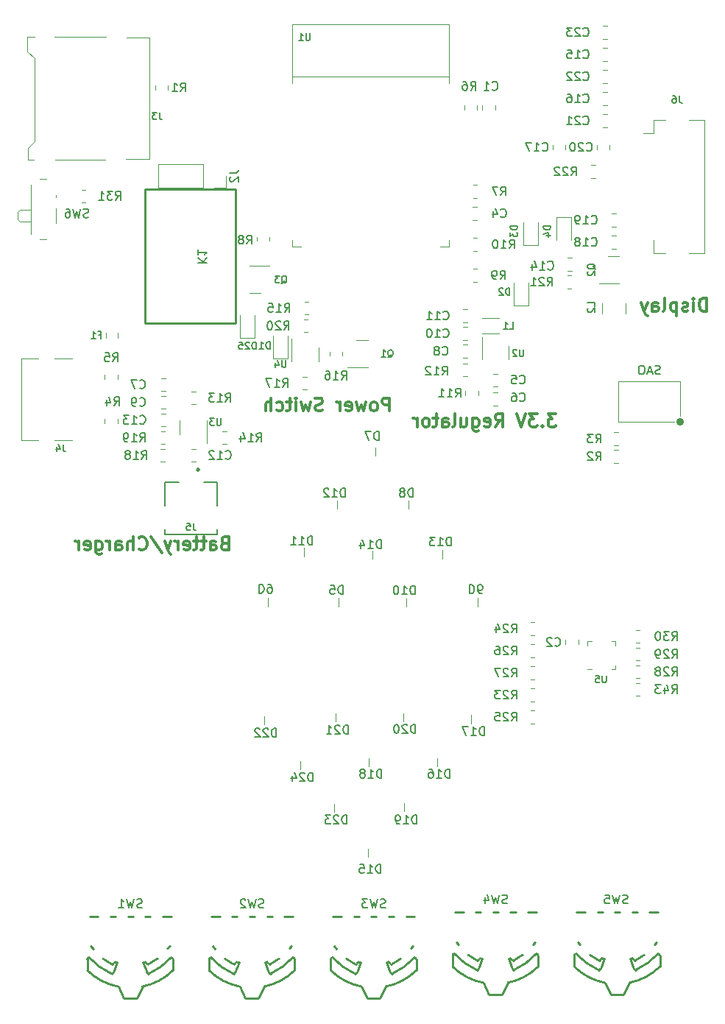
<source format=gbr>
%TF.GenerationSoftware,KiCad,Pcbnew,7.99.0-3134-gf47cc39208*%
%TF.CreationDate,2023-10-18T21:54:17+01:00*%
%TF.ProjectId,hh2024,68683230-3234-42e6-9b69-6361645f7063,rev?*%
%TF.SameCoordinates,Original*%
%TF.FileFunction,Legend,Bot*%
%TF.FilePolarity,Positive*%
%FSLAX46Y46*%
G04 Gerber Fmt 4.6, Leading zero omitted, Abs format (unit mm)*
G04 Created by KiCad (PCBNEW 7.99.0-3134-gf47cc39208) date 2023-10-18 21:54:17*
%MOMM*%
%LPD*%
G01*
G04 APERTURE LIST*
%ADD10C,0.300000*%
%ADD11C,0.150000*%
%ADD12C,0.254000*%
%ADD13C,0.250000*%
%ADD14C,0.120000*%
%ADD15C,0.127000*%
%ADD16C,0.100000*%
G04 APERTURE END LIST*
D10*
X133945489Y-91800828D02*
X133945489Y-90300828D01*
X133945489Y-90300828D02*
X133374060Y-90300828D01*
X133374060Y-90300828D02*
X133231203Y-90372257D01*
X133231203Y-90372257D02*
X133159774Y-90443685D01*
X133159774Y-90443685D02*
X133088346Y-90586542D01*
X133088346Y-90586542D02*
X133088346Y-90800828D01*
X133088346Y-90800828D02*
X133159774Y-90943685D01*
X133159774Y-90943685D02*
X133231203Y-91015114D01*
X133231203Y-91015114D02*
X133374060Y-91086542D01*
X133374060Y-91086542D02*
X133945489Y-91086542D01*
X132231203Y-91800828D02*
X132374060Y-91729400D01*
X132374060Y-91729400D02*
X132445489Y-91657971D01*
X132445489Y-91657971D02*
X132516917Y-91515114D01*
X132516917Y-91515114D02*
X132516917Y-91086542D01*
X132516917Y-91086542D02*
X132445489Y-90943685D01*
X132445489Y-90943685D02*
X132374060Y-90872257D01*
X132374060Y-90872257D02*
X132231203Y-90800828D01*
X132231203Y-90800828D02*
X132016917Y-90800828D01*
X132016917Y-90800828D02*
X131874060Y-90872257D01*
X131874060Y-90872257D02*
X131802632Y-90943685D01*
X131802632Y-90943685D02*
X131731203Y-91086542D01*
X131731203Y-91086542D02*
X131731203Y-91515114D01*
X131731203Y-91515114D02*
X131802632Y-91657971D01*
X131802632Y-91657971D02*
X131874060Y-91729400D01*
X131874060Y-91729400D02*
X132016917Y-91800828D01*
X132016917Y-91800828D02*
X132231203Y-91800828D01*
X131231203Y-90800828D02*
X130945489Y-91800828D01*
X130945489Y-91800828D02*
X130659774Y-91086542D01*
X130659774Y-91086542D02*
X130374060Y-91800828D01*
X130374060Y-91800828D02*
X130088346Y-90800828D01*
X128945488Y-91729400D02*
X129088345Y-91800828D01*
X129088345Y-91800828D02*
X129374060Y-91800828D01*
X129374060Y-91800828D02*
X129516917Y-91729400D01*
X129516917Y-91729400D02*
X129588345Y-91586542D01*
X129588345Y-91586542D02*
X129588345Y-91015114D01*
X129588345Y-91015114D02*
X129516917Y-90872257D01*
X129516917Y-90872257D02*
X129374060Y-90800828D01*
X129374060Y-90800828D02*
X129088345Y-90800828D01*
X129088345Y-90800828D02*
X128945488Y-90872257D01*
X128945488Y-90872257D02*
X128874060Y-91015114D01*
X128874060Y-91015114D02*
X128874060Y-91157971D01*
X128874060Y-91157971D02*
X129588345Y-91300828D01*
X128231203Y-91800828D02*
X128231203Y-90800828D01*
X128231203Y-91086542D02*
X128159774Y-90943685D01*
X128159774Y-90943685D02*
X128088346Y-90872257D01*
X128088346Y-90872257D02*
X127945488Y-90800828D01*
X127945488Y-90800828D02*
X127802631Y-90800828D01*
X126231203Y-91729400D02*
X126016918Y-91800828D01*
X126016918Y-91800828D02*
X125659775Y-91800828D01*
X125659775Y-91800828D02*
X125516918Y-91729400D01*
X125516918Y-91729400D02*
X125445489Y-91657971D01*
X125445489Y-91657971D02*
X125374060Y-91515114D01*
X125374060Y-91515114D02*
X125374060Y-91372257D01*
X125374060Y-91372257D02*
X125445489Y-91229400D01*
X125445489Y-91229400D02*
X125516918Y-91157971D01*
X125516918Y-91157971D02*
X125659775Y-91086542D01*
X125659775Y-91086542D02*
X125945489Y-91015114D01*
X125945489Y-91015114D02*
X126088346Y-90943685D01*
X126088346Y-90943685D02*
X126159775Y-90872257D01*
X126159775Y-90872257D02*
X126231203Y-90729400D01*
X126231203Y-90729400D02*
X126231203Y-90586542D01*
X126231203Y-90586542D02*
X126159775Y-90443685D01*
X126159775Y-90443685D02*
X126088346Y-90372257D01*
X126088346Y-90372257D02*
X125945489Y-90300828D01*
X125945489Y-90300828D02*
X125588346Y-90300828D01*
X125588346Y-90300828D02*
X125374060Y-90372257D01*
X124874061Y-90800828D02*
X124588347Y-91800828D01*
X124588347Y-91800828D02*
X124302632Y-91086542D01*
X124302632Y-91086542D02*
X124016918Y-91800828D01*
X124016918Y-91800828D02*
X123731204Y-90800828D01*
X123159775Y-91800828D02*
X123159775Y-90800828D01*
X123159775Y-90300828D02*
X123231203Y-90372257D01*
X123231203Y-90372257D02*
X123159775Y-90443685D01*
X123159775Y-90443685D02*
X123088346Y-90372257D01*
X123088346Y-90372257D02*
X123159775Y-90300828D01*
X123159775Y-90300828D02*
X123159775Y-90443685D01*
X122659774Y-90800828D02*
X122088346Y-90800828D01*
X122445489Y-90300828D02*
X122445489Y-91586542D01*
X122445489Y-91586542D02*
X122374060Y-91729400D01*
X122374060Y-91729400D02*
X122231203Y-91800828D01*
X122231203Y-91800828D02*
X122088346Y-91800828D01*
X120945489Y-91729400D02*
X121088346Y-91800828D01*
X121088346Y-91800828D02*
X121374060Y-91800828D01*
X121374060Y-91800828D02*
X121516917Y-91729400D01*
X121516917Y-91729400D02*
X121588346Y-91657971D01*
X121588346Y-91657971D02*
X121659774Y-91515114D01*
X121659774Y-91515114D02*
X121659774Y-91086542D01*
X121659774Y-91086542D02*
X121588346Y-90943685D01*
X121588346Y-90943685D02*
X121516917Y-90872257D01*
X121516917Y-90872257D02*
X121374060Y-90800828D01*
X121374060Y-90800828D02*
X121088346Y-90800828D01*
X121088346Y-90800828D02*
X120945489Y-90872257D01*
X120302632Y-91800828D02*
X120302632Y-90300828D01*
X119659775Y-91800828D02*
X119659775Y-91015114D01*
X119659775Y-91015114D02*
X119731203Y-90872257D01*
X119731203Y-90872257D02*
X119874060Y-90800828D01*
X119874060Y-90800828D02*
X120088346Y-90800828D01*
X120088346Y-90800828D02*
X120231203Y-90872257D01*
X120231203Y-90872257D02*
X120302632Y-90943685D01*
X170387489Y-80318828D02*
X170387489Y-78818828D01*
X170387489Y-78818828D02*
X170030346Y-78818828D01*
X170030346Y-78818828D02*
X169816060Y-78890257D01*
X169816060Y-78890257D02*
X169673203Y-79033114D01*
X169673203Y-79033114D02*
X169601774Y-79175971D01*
X169601774Y-79175971D02*
X169530346Y-79461685D01*
X169530346Y-79461685D02*
X169530346Y-79675971D01*
X169530346Y-79675971D02*
X169601774Y-79961685D01*
X169601774Y-79961685D02*
X169673203Y-80104542D01*
X169673203Y-80104542D02*
X169816060Y-80247400D01*
X169816060Y-80247400D02*
X170030346Y-80318828D01*
X170030346Y-80318828D02*
X170387489Y-80318828D01*
X168887489Y-80318828D02*
X168887489Y-79318828D01*
X168887489Y-78818828D02*
X168958917Y-78890257D01*
X168958917Y-78890257D02*
X168887489Y-78961685D01*
X168887489Y-78961685D02*
X168816060Y-78890257D01*
X168816060Y-78890257D02*
X168887489Y-78818828D01*
X168887489Y-78818828D02*
X168887489Y-78961685D01*
X168244631Y-80247400D02*
X168101774Y-80318828D01*
X168101774Y-80318828D02*
X167816060Y-80318828D01*
X167816060Y-80318828D02*
X167673203Y-80247400D01*
X167673203Y-80247400D02*
X167601774Y-80104542D01*
X167601774Y-80104542D02*
X167601774Y-80033114D01*
X167601774Y-80033114D02*
X167673203Y-79890257D01*
X167673203Y-79890257D02*
X167816060Y-79818828D01*
X167816060Y-79818828D02*
X168030346Y-79818828D01*
X168030346Y-79818828D02*
X168173203Y-79747400D01*
X168173203Y-79747400D02*
X168244631Y-79604542D01*
X168244631Y-79604542D02*
X168244631Y-79533114D01*
X168244631Y-79533114D02*
X168173203Y-79390257D01*
X168173203Y-79390257D02*
X168030346Y-79318828D01*
X168030346Y-79318828D02*
X167816060Y-79318828D01*
X167816060Y-79318828D02*
X167673203Y-79390257D01*
X166958917Y-79318828D02*
X166958917Y-80818828D01*
X166958917Y-79390257D02*
X166816060Y-79318828D01*
X166816060Y-79318828D02*
X166530345Y-79318828D01*
X166530345Y-79318828D02*
X166387488Y-79390257D01*
X166387488Y-79390257D02*
X166316060Y-79461685D01*
X166316060Y-79461685D02*
X166244631Y-79604542D01*
X166244631Y-79604542D02*
X166244631Y-80033114D01*
X166244631Y-80033114D02*
X166316060Y-80175971D01*
X166316060Y-80175971D02*
X166387488Y-80247400D01*
X166387488Y-80247400D02*
X166530345Y-80318828D01*
X166530345Y-80318828D02*
X166816060Y-80318828D01*
X166816060Y-80318828D02*
X166958917Y-80247400D01*
X165387488Y-80318828D02*
X165530345Y-80247400D01*
X165530345Y-80247400D02*
X165601774Y-80104542D01*
X165601774Y-80104542D02*
X165601774Y-78818828D01*
X164173203Y-80318828D02*
X164173203Y-79533114D01*
X164173203Y-79533114D02*
X164244631Y-79390257D01*
X164244631Y-79390257D02*
X164387488Y-79318828D01*
X164387488Y-79318828D02*
X164673203Y-79318828D01*
X164673203Y-79318828D02*
X164816060Y-79390257D01*
X164173203Y-80247400D02*
X164316060Y-80318828D01*
X164316060Y-80318828D02*
X164673203Y-80318828D01*
X164673203Y-80318828D02*
X164816060Y-80247400D01*
X164816060Y-80247400D02*
X164887488Y-80104542D01*
X164887488Y-80104542D02*
X164887488Y-79961685D01*
X164887488Y-79961685D02*
X164816060Y-79818828D01*
X164816060Y-79818828D02*
X164673203Y-79747400D01*
X164673203Y-79747400D02*
X164316060Y-79747400D01*
X164316060Y-79747400D02*
X164173203Y-79675971D01*
X163601774Y-79318828D02*
X163244631Y-80318828D01*
X162887488Y-79318828D02*
X163244631Y-80318828D01*
X163244631Y-80318828D02*
X163387488Y-80675971D01*
X163387488Y-80675971D02*
X163458917Y-80747400D01*
X163458917Y-80747400D02*
X163601774Y-80818828D01*
X153088346Y-92113228D02*
X152159774Y-92113228D01*
X152159774Y-92113228D02*
X152659774Y-92684657D01*
X152659774Y-92684657D02*
X152445489Y-92684657D01*
X152445489Y-92684657D02*
X152302632Y-92756085D01*
X152302632Y-92756085D02*
X152231203Y-92827514D01*
X152231203Y-92827514D02*
X152159774Y-92970371D01*
X152159774Y-92970371D02*
X152159774Y-93327514D01*
X152159774Y-93327514D02*
X152231203Y-93470371D01*
X152231203Y-93470371D02*
X152302632Y-93541800D01*
X152302632Y-93541800D02*
X152445489Y-93613228D01*
X152445489Y-93613228D02*
X152874060Y-93613228D01*
X152874060Y-93613228D02*
X153016917Y-93541800D01*
X153016917Y-93541800D02*
X153088346Y-93470371D01*
X151516918Y-93470371D02*
X151445489Y-93541800D01*
X151445489Y-93541800D02*
X151516918Y-93613228D01*
X151516918Y-93613228D02*
X151588346Y-93541800D01*
X151588346Y-93541800D02*
X151516918Y-93470371D01*
X151516918Y-93470371D02*
X151516918Y-93613228D01*
X150945489Y-92113228D02*
X150016917Y-92113228D01*
X150016917Y-92113228D02*
X150516917Y-92684657D01*
X150516917Y-92684657D02*
X150302632Y-92684657D01*
X150302632Y-92684657D02*
X150159775Y-92756085D01*
X150159775Y-92756085D02*
X150088346Y-92827514D01*
X150088346Y-92827514D02*
X150016917Y-92970371D01*
X150016917Y-92970371D02*
X150016917Y-93327514D01*
X150016917Y-93327514D02*
X150088346Y-93470371D01*
X150088346Y-93470371D02*
X150159775Y-93541800D01*
X150159775Y-93541800D02*
X150302632Y-93613228D01*
X150302632Y-93613228D02*
X150731203Y-93613228D01*
X150731203Y-93613228D02*
X150874060Y-93541800D01*
X150874060Y-93541800D02*
X150945489Y-93470371D01*
X149588346Y-92113228D02*
X149088346Y-93613228D01*
X149088346Y-93613228D02*
X148588346Y-92113228D01*
X146088347Y-93613228D02*
X146588347Y-92898942D01*
X146945490Y-93613228D02*
X146945490Y-92113228D01*
X146945490Y-92113228D02*
X146374061Y-92113228D01*
X146374061Y-92113228D02*
X146231204Y-92184657D01*
X146231204Y-92184657D02*
X146159775Y-92256085D01*
X146159775Y-92256085D02*
X146088347Y-92398942D01*
X146088347Y-92398942D02*
X146088347Y-92613228D01*
X146088347Y-92613228D02*
X146159775Y-92756085D01*
X146159775Y-92756085D02*
X146231204Y-92827514D01*
X146231204Y-92827514D02*
X146374061Y-92898942D01*
X146374061Y-92898942D02*
X146945490Y-92898942D01*
X144874061Y-93541800D02*
X145016918Y-93613228D01*
X145016918Y-93613228D02*
X145302633Y-93613228D01*
X145302633Y-93613228D02*
X145445490Y-93541800D01*
X145445490Y-93541800D02*
X145516918Y-93398942D01*
X145516918Y-93398942D02*
X145516918Y-92827514D01*
X145516918Y-92827514D02*
X145445490Y-92684657D01*
X145445490Y-92684657D02*
X145302633Y-92613228D01*
X145302633Y-92613228D02*
X145016918Y-92613228D01*
X145016918Y-92613228D02*
X144874061Y-92684657D01*
X144874061Y-92684657D02*
X144802633Y-92827514D01*
X144802633Y-92827514D02*
X144802633Y-92970371D01*
X144802633Y-92970371D02*
X145516918Y-93113228D01*
X143516919Y-92613228D02*
X143516919Y-93827514D01*
X143516919Y-93827514D02*
X143588347Y-93970371D01*
X143588347Y-93970371D02*
X143659776Y-94041800D01*
X143659776Y-94041800D02*
X143802633Y-94113228D01*
X143802633Y-94113228D02*
X144016919Y-94113228D01*
X144016919Y-94113228D02*
X144159776Y-94041800D01*
X143516919Y-93541800D02*
X143659776Y-93613228D01*
X143659776Y-93613228D02*
X143945490Y-93613228D01*
X143945490Y-93613228D02*
X144088347Y-93541800D01*
X144088347Y-93541800D02*
X144159776Y-93470371D01*
X144159776Y-93470371D02*
X144231204Y-93327514D01*
X144231204Y-93327514D02*
X144231204Y-92898942D01*
X144231204Y-92898942D02*
X144159776Y-92756085D01*
X144159776Y-92756085D02*
X144088347Y-92684657D01*
X144088347Y-92684657D02*
X143945490Y-92613228D01*
X143945490Y-92613228D02*
X143659776Y-92613228D01*
X143659776Y-92613228D02*
X143516919Y-92684657D01*
X142159776Y-92613228D02*
X142159776Y-93613228D01*
X142802633Y-92613228D02*
X142802633Y-93398942D01*
X142802633Y-93398942D02*
X142731204Y-93541800D01*
X142731204Y-93541800D02*
X142588347Y-93613228D01*
X142588347Y-93613228D02*
X142374061Y-93613228D01*
X142374061Y-93613228D02*
X142231204Y-93541800D01*
X142231204Y-93541800D02*
X142159776Y-93470371D01*
X141231204Y-93613228D02*
X141374061Y-93541800D01*
X141374061Y-93541800D02*
X141445490Y-93398942D01*
X141445490Y-93398942D02*
X141445490Y-92113228D01*
X140016919Y-93613228D02*
X140016919Y-92827514D01*
X140016919Y-92827514D02*
X140088347Y-92684657D01*
X140088347Y-92684657D02*
X140231204Y-92613228D01*
X140231204Y-92613228D02*
X140516919Y-92613228D01*
X140516919Y-92613228D02*
X140659776Y-92684657D01*
X140016919Y-93541800D02*
X140159776Y-93613228D01*
X140159776Y-93613228D02*
X140516919Y-93613228D01*
X140516919Y-93613228D02*
X140659776Y-93541800D01*
X140659776Y-93541800D02*
X140731204Y-93398942D01*
X140731204Y-93398942D02*
X140731204Y-93256085D01*
X140731204Y-93256085D02*
X140659776Y-93113228D01*
X140659776Y-93113228D02*
X140516919Y-93041800D01*
X140516919Y-93041800D02*
X140159776Y-93041800D01*
X140159776Y-93041800D02*
X140016919Y-92970371D01*
X139516918Y-92613228D02*
X138945490Y-92613228D01*
X139302633Y-92113228D02*
X139302633Y-93398942D01*
X139302633Y-93398942D02*
X139231204Y-93541800D01*
X139231204Y-93541800D02*
X139088347Y-93613228D01*
X139088347Y-93613228D02*
X138945490Y-93613228D01*
X138231204Y-93613228D02*
X138374061Y-93541800D01*
X138374061Y-93541800D02*
X138445490Y-93470371D01*
X138445490Y-93470371D02*
X138516918Y-93327514D01*
X138516918Y-93327514D02*
X138516918Y-92898942D01*
X138516918Y-92898942D02*
X138445490Y-92756085D01*
X138445490Y-92756085D02*
X138374061Y-92684657D01*
X138374061Y-92684657D02*
X138231204Y-92613228D01*
X138231204Y-92613228D02*
X138016918Y-92613228D01*
X138016918Y-92613228D02*
X137874061Y-92684657D01*
X137874061Y-92684657D02*
X137802633Y-92756085D01*
X137802633Y-92756085D02*
X137731204Y-92898942D01*
X137731204Y-92898942D02*
X137731204Y-93327514D01*
X137731204Y-93327514D02*
X137802633Y-93470371D01*
X137802633Y-93470371D02*
X137874061Y-93541800D01*
X137874061Y-93541800D02*
X138016918Y-93613228D01*
X138016918Y-93613228D02*
X138231204Y-93613228D01*
X137088347Y-93613228D02*
X137088347Y-92613228D01*
X137088347Y-92898942D02*
X137016918Y-92756085D01*
X137016918Y-92756085D02*
X136945490Y-92684657D01*
X136945490Y-92684657D02*
X136802632Y-92613228D01*
X136802632Y-92613228D02*
X136659775Y-92613228D01*
X114945489Y-107015114D02*
X114731203Y-107086542D01*
X114731203Y-107086542D02*
X114659774Y-107157971D01*
X114659774Y-107157971D02*
X114588346Y-107300828D01*
X114588346Y-107300828D02*
X114588346Y-107515114D01*
X114588346Y-107515114D02*
X114659774Y-107657971D01*
X114659774Y-107657971D02*
X114731203Y-107729400D01*
X114731203Y-107729400D02*
X114874060Y-107800828D01*
X114874060Y-107800828D02*
X115445489Y-107800828D01*
X115445489Y-107800828D02*
X115445489Y-106300828D01*
X115445489Y-106300828D02*
X114945489Y-106300828D01*
X114945489Y-106300828D02*
X114802632Y-106372257D01*
X114802632Y-106372257D02*
X114731203Y-106443685D01*
X114731203Y-106443685D02*
X114659774Y-106586542D01*
X114659774Y-106586542D02*
X114659774Y-106729400D01*
X114659774Y-106729400D02*
X114731203Y-106872257D01*
X114731203Y-106872257D02*
X114802632Y-106943685D01*
X114802632Y-106943685D02*
X114945489Y-107015114D01*
X114945489Y-107015114D02*
X115445489Y-107015114D01*
X113302632Y-107800828D02*
X113302632Y-107015114D01*
X113302632Y-107015114D02*
X113374060Y-106872257D01*
X113374060Y-106872257D02*
X113516917Y-106800828D01*
X113516917Y-106800828D02*
X113802632Y-106800828D01*
X113802632Y-106800828D02*
X113945489Y-106872257D01*
X113302632Y-107729400D02*
X113445489Y-107800828D01*
X113445489Y-107800828D02*
X113802632Y-107800828D01*
X113802632Y-107800828D02*
X113945489Y-107729400D01*
X113945489Y-107729400D02*
X114016917Y-107586542D01*
X114016917Y-107586542D02*
X114016917Y-107443685D01*
X114016917Y-107443685D02*
X113945489Y-107300828D01*
X113945489Y-107300828D02*
X113802632Y-107229400D01*
X113802632Y-107229400D02*
X113445489Y-107229400D01*
X113445489Y-107229400D02*
X113302632Y-107157971D01*
X112802631Y-106800828D02*
X112231203Y-106800828D01*
X112588346Y-106300828D02*
X112588346Y-107586542D01*
X112588346Y-107586542D02*
X112516917Y-107729400D01*
X112516917Y-107729400D02*
X112374060Y-107800828D01*
X112374060Y-107800828D02*
X112231203Y-107800828D01*
X111945488Y-106800828D02*
X111374060Y-106800828D01*
X111731203Y-106300828D02*
X111731203Y-107586542D01*
X111731203Y-107586542D02*
X111659774Y-107729400D01*
X111659774Y-107729400D02*
X111516917Y-107800828D01*
X111516917Y-107800828D02*
X111374060Y-107800828D01*
X110302631Y-107729400D02*
X110445488Y-107800828D01*
X110445488Y-107800828D02*
X110731203Y-107800828D01*
X110731203Y-107800828D02*
X110874060Y-107729400D01*
X110874060Y-107729400D02*
X110945488Y-107586542D01*
X110945488Y-107586542D02*
X110945488Y-107015114D01*
X110945488Y-107015114D02*
X110874060Y-106872257D01*
X110874060Y-106872257D02*
X110731203Y-106800828D01*
X110731203Y-106800828D02*
X110445488Y-106800828D01*
X110445488Y-106800828D02*
X110302631Y-106872257D01*
X110302631Y-106872257D02*
X110231203Y-107015114D01*
X110231203Y-107015114D02*
X110231203Y-107157971D01*
X110231203Y-107157971D02*
X110945488Y-107300828D01*
X109588346Y-107800828D02*
X109588346Y-106800828D01*
X109588346Y-107086542D02*
X109516917Y-106943685D01*
X109516917Y-106943685D02*
X109445489Y-106872257D01*
X109445489Y-106872257D02*
X109302631Y-106800828D01*
X109302631Y-106800828D02*
X109159774Y-106800828D01*
X108802632Y-106800828D02*
X108445489Y-107800828D01*
X108088346Y-106800828D02*
X108445489Y-107800828D01*
X108445489Y-107800828D02*
X108588346Y-108157971D01*
X108588346Y-108157971D02*
X108659775Y-108229400D01*
X108659775Y-108229400D02*
X108802632Y-108300828D01*
X106445489Y-106229400D02*
X107731203Y-108157971D01*
X105088346Y-107657971D02*
X105159774Y-107729400D01*
X105159774Y-107729400D02*
X105374060Y-107800828D01*
X105374060Y-107800828D02*
X105516917Y-107800828D01*
X105516917Y-107800828D02*
X105731203Y-107729400D01*
X105731203Y-107729400D02*
X105874060Y-107586542D01*
X105874060Y-107586542D02*
X105945489Y-107443685D01*
X105945489Y-107443685D02*
X106016917Y-107157971D01*
X106016917Y-107157971D02*
X106016917Y-106943685D01*
X106016917Y-106943685D02*
X105945489Y-106657971D01*
X105945489Y-106657971D02*
X105874060Y-106515114D01*
X105874060Y-106515114D02*
X105731203Y-106372257D01*
X105731203Y-106372257D02*
X105516917Y-106300828D01*
X105516917Y-106300828D02*
X105374060Y-106300828D01*
X105374060Y-106300828D02*
X105159774Y-106372257D01*
X105159774Y-106372257D02*
X105088346Y-106443685D01*
X104445489Y-107800828D02*
X104445489Y-106300828D01*
X103802632Y-107800828D02*
X103802632Y-107015114D01*
X103802632Y-107015114D02*
X103874060Y-106872257D01*
X103874060Y-106872257D02*
X104016917Y-106800828D01*
X104016917Y-106800828D02*
X104231203Y-106800828D01*
X104231203Y-106800828D02*
X104374060Y-106872257D01*
X104374060Y-106872257D02*
X104445489Y-106943685D01*
X102445489Y-107800828D02*
X102445489Y-107015114D01*
X102445489Y-107015114D02*
X102516917Y-106872257D01*
X102516917Y-106872257D02*
X102659774Y-106800828D01*
X102659774Y-106800828D02*
X102945489Y-106800828D01*
X102945489Y-106800828D02*
X103088346Y-106872257D01*
X102445489Y-107729400D02*
X102588346Y-107800828D01*
X102588346Y-107800828D02*
X102945489Y-107800828D01*
X102945489Y-107800828D02*
X103088346Y-107729400D01*
X103088346Y-107729400D02*
X103159774Y-107586542D01*
X103159774Y-107586542D02*
X103159774Y-107443685D01*
X103159774Y-107443685D02*
X103088346Y-107300828D01*
X103088346Y-107300828D02*
X102945489Y-107229400D01*
X102945489Y-107229400D02*
X102588346Y-107229400D01*
X102588346Y-107229400D02*
X102445489Y-107157971D01*
X101731203Y-107800828D02*
X101731203Y-106800828D01*
X101731203Y-107086542D02*
X101659774Y-106943685D01*
X101659774Y-106943685D02*
X101588346Y-106872257D01*
X101588346Y-106872257D02*
X101445488Y-106800828D01*
X101445488Y-106800828D02*
X101302631Y-106800828D01*
X100159775Y-106800828D02*
X100159775Y-108015114D01*
X100159775Y-108015114D02*
X100231203Y-108157971D01*
X100231203Y-108157971D02*
X100302632Y-108229400D01*
X100302632Y-108229400D02*
X100445489Y-108300828D01*
X100445489Y-108300828D02*
X100659775Y-108300828D01*
X100659775Y-108300828D02*
X100802632Y-108229400D01*
X100159775Y-107729400D02*
X100302632Y-107800828D01*
X100302632Y-107800828D02*
X100588346Y-107800828D01*
X100588346Y-107800828D02*
X100731203Y-107729400D01*
X100731203Y-107729400D02*
X100802632Y-107657971D01*
X100802632Y-107657971D02*
X100874060Y-107515114D01*
X100874060Y-107515114D02*
X100874060Y-107086542D01*
X100874060Y-107086542D02*
X100802632Y-106943685D01*
X100802632Y-106943685D02*
X100731203Y-106872257D01*
X100731203Y-106872257D02*
X100588346Y-106800828D01*
X100588346Y-106800828D02*
X100302632Y-106800828D01*
X100302632Y-106800828D02*
X100159775Y-106872257D01*
X98874060Y-107729400D02*
X99016917Y-107800828D01*
X99016917Y-107800828D02*
X99302632Y-107800828D01*
X99302632Y-107800828D02*
X99445489Y-107729400D01*
X99445489Y-107729400D02*
X99516917Y-107586542D01*
X99516917Y-107586542D02*
X99516917Y-107015114D01*
X99516917Y-107015114D02*
X99445489Y-106872257D01*
X99445489Y-106872257D02*
X99302632Y-106800828D01*
X99302632Y-106800828D02*
X99016917Y-106800828D01*
X99016917Y-106800828D02*
X98874060Y-106872257D01*
X98874060Y-106872257D02*
X98802632Y-107015114D01*
X98802632Y-107015114D02*
X98802632Y-107157971D01*
X98802632Y-107157971D02*
X99516917Y-107300828D01*
X98159775Y-107800828D02*
X98159775Y-106800828D01*
X98159775Y-107086542D02*
X98088346Y-106943685D01*
X98088346Y-106943685D02*
X98016918Y-106872257D01*
X98016918Y-106872257D02*
X97874060Y-106800828D01*
X97874060Y-106800828D02*
X97731203Y-106800828D01*
D11*
X161333332Y-148407200D02*
X161190475Y-148454819D01*
X161190475Y-148454819D02*
X160952380Y-148454819D01*
X160952380Y-148454819D02*
X160857142Y-148407200D01*
X160857142Y-148407200D02*
X160809523Y-148359580D01*
X160809523Y-148359580D02*
X160761904Y-148264342D01*
X160761904Y-148264342D02*
X160761904Y-148169104D01*
X160761904Y-148169104D02*
X160809523Y-148073866D01*
X160809523Y-148073866D02*
X160857142Y-148026247D01*
X160857142Y-148026247D02*
X160952380Y-147978628D01*
X160952380Y-147978628D02*
X161142856Y-147931009D01*
X161142856Y-147931009D02*
X161238094Y-147883390D01*
X161238094Y-147883390D02*
X161285713Y-147835771D01*
X161285713Y-147835771D02*
X161333332Y-147740533D01*
X161333332Y-147740533D02*
X161333332Y-147645295D01*
X161333332Y-147645295D02*
X161285713Y-147550057D01*
X161285713Y-147550057D02*
X161238094Y-147502438D01*
X161238094Y-147502438D02*
X161142856Y-147454819D01*
X161142856Y-147454819D02*
X160904761Y-147454819D01*
X160904761Y-147454819D02*
X160761904Y-147502438D01*
X160428570Y-147454819D02*
X160190475Y-148454819D01*
X160190475Y-148454819D02*
X159999999Y-147740533D01*
X159999999Y-147740533D02*
X159809523Y-148454819D01*
X159809523Y-148454819D02*
X159571428Y-147454819D01*
X158714285Y-147454819D02*
X159190475Y-147454819D01*
X159190475Y-147454819D02*
X159238094Y-147931009D01*
X159238094Y-147931009D02*
X159190475Y-147883390D01*
X159190475Y-147883390D02*
X159095237Y-147835771D01*
X159095237Y-147835771D02*
X158857142Y-147835771D01*
X158857142Y-147835771D02*
X158761904Y-147883390D01*
X158761904Y-147883390D02*
X158714285Y-147931009D01*
X158714285Y-147931009D02*
X158666666Y-148026247D01*
X158666666Y-148026247D02*
X158666666Y-148264342D01*
X158666666Y-148264342D02*
X158714285Y-148359580D01*
X158714285Y-148359580D02*
X158761904Y-148407200D01*
X158761904Y-148407200D02*
X158857142Y-148454819D01*
X158857142Y-148454819D02*
X159095237Y-148454819D01*
X159095237Y-148454819D02*
X159190475Y-148407200D01*
X159190475Y-148407200D02*
X159238094Y-148359580D01*
X147466332Y-148407200D02*
X147323475Y-148454819D01*
X147323475Y-148454819D02*
X147085380Y-148454819D01*
X147085380Y-148454819D02*
X146990142Y-148407200D01*
X146990142Y-148407200D02*
X146942523Y-148359580D01*
X146942523Y-148359580D02*
X146894904Y-148264342D01*
X146894904Y-148264342D02*
X146894904Y-148169104D01*
X146894904Y-148169104D02*
X146942523Y-148073866D01*
X146942523Y-148073866D02*
X146990142Y-148026247D01*
X146990142Y-148026247D02*
X147085380Y-147978628D01*
X147085380Y-147978628D02*
X147275856Y-147931009D01*
X147275856Y-147931009D02*
X147371094Y-147883390D01*
X147371094Y-147883390D02*
X147418713Y-147835771D01*
X147418713Y-147835771D02*
X147466332Y-147740533D01*
X147466332Y-147740533D02*
X147466332Y-147645295D01*
X147466332Y-147645295D02*
X147418713Y-147550057D01*
X147418713Y-147550057D02*
X147371094Y-147502438D01*
X147371094Y-147502438D02*
X147275856Y-147454819D01*
X147275856Y-147454819D02*
X147037761Y-147454819D01*
X147037761Y-147454819D02*
X146894904Y-147502438D01*
X146561570Y-147454819D02*
X146323475Y-148454819D01*
X146323475Y-148454819D02*
X146132999Y-147740533D01*
X146132999Y-147740533D02*
X145942523Y-148454819D01*
X145942523Y-148454819D02*
X145704428Y-147454819D01*
X144894904Y-147788152D02*
X144894904Y-148454819D01*
X145132999Y-147407200D02*
X145371094Y-148121485D01*
X145371094Y-148121485D02*
X144752047Y-148121485D01*
X133454332Y-148907200D02*
X133311475Y-148954819D01*
X133311475Y-148954819D02*
X133073380Y-148954819D01*
X133073380Y-148954819D02*
X132978142Y-148907200D01*
X132978142Y-148907200D02*
X132930523Y-148859580D01*
X132930523Y-148859580D02*
X132882904Y-148764342D01*
X132882904Y-148764342D02*
X132882904Y-148669104D01*
X132882904Y-148669104D02*
X132930523Y-148573866D01*
X132930523Y-148573866D02*
X132978142Y-148526247D01*
X132978142Y-148526247D02*
X133073380Y-148478628D01*
X133073380Y-148478628D02*
X133263856Y-148431009D01*
X133263856Y-148431009D02*
X133359094Y-148383390D01*
X133359094Y-148383390D02*
X133406713Y-148335771D01*
X133406713Y-148335771D02*
X133454332Y-148240533D01*
X133454332Y-148240533D02*
X133454332Y-148145295D01*
X133454332Y-148145295D02*
X133406713Y-148050057D01*
X133406713Y-148050057D02*
X133359094Y-148002438D01*
X133359094Y-148002438D02*
X133263856Y-147954819D01*
X133263856Y-147954819D02*
X133025761Y-147954819D01*
X133025761Y-147954819D02*
X132882904Y-148002438D01*
X132549570Y-147954819D02*
X132311475Y-148954819D01*
X132311475Y-148954819D02*
X132120999Y-148240533D01*
X132120999Y-148240533D02*
X131930523Y-148954819D01*
X131930523Y-148954819D02*
X131692428Y-147954819D01*
X131406713Y-147954819D02*
X130787666Y-147954819D01*
X130787666Y-147954819D02*
X131120999Y-148335771D01*
X131120999Y-148335771D02*
X130978142Y-148335771D01*
X130978142Y-148335771D02*
X130882904Y-148383390D01*
X130882904Y-148383390D02*
X130835285Y-148431009D01*
X130835285Y-148431009D02*
X130787666Y-148526247D01*
X130787666Y-148526247D02*
X130787666Y-148764342D01*
X130787666Y-148764342D02*
X130835285Y-148859580D01*
X130835285Y-148859580D02*
X130882904Y-148907200D01*
X130882904Y-148907200D02*
X130978142Y-148954819D01*
X130978142Y-148954819D02*
X131263856Y-148954819D01*
X131263856Y-148954819D02*
X131359094Y-148907200D01*
X131359094Y-148907200D02*
X131406713Y-148859580D01*
X119454332Y-148907200D02*
X119311475Y-148954819D01*
X119311475Y-148954819D02*
X119073380Y-148954819D01*
X119073380Y-148954819D02*
X118978142Y-148907200D01*
X118978142Y-148907200D02*
X118930523Y-148859580D01*
X118930523Y-148859580D02*
X118882904Y-148764342D01*
X118882904Y-148764342D02*
X118882904Y-148669104D01*
X118882904Y-148669104D02*
X118930523Y-148573866D01*
X118930523Y-148573866D02*
X118978142Y-148526247D01*
X118978142Y-148526247D02*
X119073380Y-148478628D01*
X119073380Y-148478628D02*
X119263856Y-148431009D01*
X119263856Y-148431009D02*
X119359094Y-148383390D01*
X119359094Y-148383390D02*
X119406713Y-148335771D01*
X119406713Y-148335771D02*
X119454332Y-148240533D01*
X119454332Y-148240533D02*
X119454332Y-148145295D01*
X119454332Y-148145295D02*
X119406713Y-148050057D01*
X119406713Y-148050057D02*
X119359094Y-148002438D01*
X119359094Y-148002438D02*
X119263856Y-147954819D01*
X119263856Y-147954819D02*
X119025761Y-147954819D01*
X119025761Y-147954819D02*
X118882904Y-148002438D01*
X118549570Y-147954819D02*
X118311475Y-148954819D01*
X118311475Y-148954819D02*
X118120999Y-148240533D01*
X118120999Y-148240533D02*
X117930523Y-148954819D01*
X117930523Y-148954819D02*
X117692428Y-147954819D01*
X117359094Y-148050057D02*
X117311475Y-148002438D01*
X117311475Y-148002438D02*
X117216237Y-147954819D01*
X117216237Y-147954819D02*
X116978142Y-147954819D01*
X116978142Y-147954819D02*
X116882904Y-148002438D01*
X116882904Y-148002438D02*
X116835285Y-148050057D01*
X116835285Y-148050057D02*
X116787666Y-148145295D01*
X116787666Y-148145295D02*
X116787666Y-148240533D01*
X116787666Y-148240533D02*
X116835285Y-148383390D01*
X116835285Y-148383390D02*
X117406713Y-148954819D01*
X117406713Y-148954819D02*
X116787666Y-148954819D01*
X105454332Y-148907200D02*
X105311475Y-148954819D01*
X105311475Y-148954819D02*
X105073380Y-148954819D01*
X105073380Y-148954819D02*
X104978142Y-148907200D01*
X104978142Y-148907200D02*
X104930523Y-148859580D01*
X104930523Y-148859580D02*
X104882904Y-148764342D01*
X104882904Y-148764342D02*
X104882904Y-148669104D01*
X104882904Y-148669104D02*
X104930523Y-148573866D01*
X104930523Y-148573866D02*
X104978142Y-148526247D01*
X104978142Y-148526247D02*
X105073380Y-148478628D01*
X105073380Y-148478628D02*
X105263856Y-148431009D01*
X105263856Y-148431009D02*
X105359094Y-148383390D01*
X105359094Y-148383390D02*
X105406713Y-148335771D01*
X105406713Y-148335771D02*
X105454332Y-148240533D01*
X105454332Y-148240533D02*
X105454332Y-148145295D01*
X105454332Y-148145295D02*
X105406713Y-148050057D01*
X105406713Y-148050057D02*
X105359094Y-148002438D01*
X105359094Y-148002438D02*
X105263856Y-147954819D01*
X105263856Y-147954819D02*
X105025761Y-147954819D01*
X105025761Y-147954819D02*
X104882904Y-148002438D01*
X104549570Y-147954819D02*
X104311475Y-148954819D01*
X104311475Y-148954819D02*
X104120999Y-148240533D01*
X104120999Y-148240533D02*
X103930523Y-148954819D01*
X103930523Y-148954819D02*
X103692428Y-147954819D01*
X102787666Y-148954819D02*
X103359094Y-148954819D01*
X103073380Y-148954819D02*
X103073380Y-147954819D01*
X103073380Y-147954819D02*
X103168618Y-148097676D01*
X103168618Y-148097676D02*
X103263856Y-148192914D01*
X103263856Y-148192914D02*
X103359094Y-148240533D01*
X111940180Y-74779094D02*
X112940180Y-74779094D01*
X111940180Y-74207666D02*
X112511609Y-74636237D01*
X112940180Y-74207666D02*
X112368752Y-74779094D01*
X111940180Y-73255285D02*
X111940180Y-73826713D01*
X111940180Y-73540999D02*
X112940180Y-73540999D01*
X112940180Y-73540999D02*
X112797323Y-73636237D01*
X112797323Y-73636237D02*
X112702085Y-73731475D01*
X112702085Y-73731475D02*
X112654466Y-73826713D01*
X136638094Y-101704819D02*
X136638094Y-100704819D01*
X136638094Y-100704819D02*
X136399999Y-100704819D01*
X136399999Y-100704819D02*
X136257142Y-100752438D01*
X136257142Y-100752438D02*
X136161904Y-100847676D01*
X136161904Y-100847676D02*
X136114285Y-100942914D01*
X136114285Y-100942914D02*
X136066666Y-101133390D01*
X136066666Y-101133390D02*
X136066666Y-101276247D01*
X136066666Y-101276247D02*
X136114285Y-101466723D01*
X136114285Y-101466723D02*
X136161904Y-101561961D01*
X136161904Y-101561961D02*
X136257142Y-101657200D01*
X136257142Y-101657200D02*
X136399999Y-101704819D01*
X136399999Y-101704819D02*
X136638094Y-101704819D01*
X135495237Y-101133390D02*
X135590475Y-101085771D01*
X135590475Y-101085771D02*
X135638094Y-101038152D01*
X135638094Y-101038152D02*
X135685713Y-100942914D01*
X135685713Y-100942914D02*
X135685713Y-100895295D01*
X135685713Y-100895295D02*
X135638094Y-100800057D01*
X135638094Y-100800057D02*
X135590475Y-100752438D01*
X135590475Y-100752438D02*
X135495237Y-100704819D01*
X135495237Y-100704819D02*
X135304761Y-100704819D01*
X135304761Y-100704819D02*
X135209523Y-100752438D01*
X135209523Y-100752438D02*
X135161904Y-100800057D01*
X135161904Y-100800057D02*
X135114285Y-100895295D01*
X135114285Y-100895295D02*
X135114285Y-100942914D01*
X135114285Y-100942914D02*
X135161904Y-101038152D01*
X135161904Y-101038152D02*
X135209523Y-101085771D01*
X135209523Y-101085771D02*
X135304761Y-101133390D01*
X135304761Y-101133390D02*
X135495237Y-101133390D01*
X135495237Y-101133390D02*
X135590475Y-101181009D01*
X135590475Y-101181009D02*
X135638094Y-101228628D01*
X135638094Y-101228628D02*
X135685713Y-101323866D01*
X135685713Y-101323866D02*
X135685713Y-101514342D01*
X135685713Y-101514342D02*
X135638094Y-101609580D01*
X135638094Y-101609580D02*
X135590475Y-101657200D01*
X135590475Y-101657200D02*
X135495237Y-101704819D01*
X135495237Y-101704819D02*
X135304761Y-101704819D01*
X135304761Y-101704819D02*
X135209523Y-101657200D01*
X135209523Y-101657200D02*
X135161904Y-101609580D01*
X135161904Y-101609580D02*
X135114285Y-101514342D01*
X135114285Y-101514342D02*
X135114285Y-101323866D01*
X135114285Y-101323866D02*
X135161904Y-101228628D01*
X135161904Y-101228628D02*
X135209523Y-101181009D01*
X135209523Y-101181009D02*
X135304761Y-101133390D01*
X147962857Y-124914819D02*
X148296190Y-124438628D01*
X148534285Y-124914819D02*
X148534285Y-123914819D01*
X148534285Y-123914819D02*
X148153333Y-123914819D01*
X148153333Y-123914819D02*
X148058095Y-123962438D01*
X148058095Y-123962438D02*
X148010476Y-124010057D01*
X148010476Y-124010057D02*
X147962857Y-124105295D01*
X147962857Y-124105295D02*
X147962857Y-124248152D01*
X147962857Y-124248152D02*
X148010476Y-124343390D01*
X148010476Y-124343390D02*
X148058095Y-124391009D01*
X148058095Y-124391009D02*
X148153333Y-124438628D01*
X148153333Y-124438628D02*
X148534285Y-124438628D01*
X147581904Y-124010057D02*
X147534285Y-123962438D01*
X147534285Y-123962438D02*
X147439047Y-123914819D01*
X147439047Y-123914819D02*
X147200952Y-123914819D01*
X147200952Y-123914819D02*
X147105714Y-123962438D01*
X147105714Y-123962438D02*
X147058095Y-124010057D01*
X147058095Y-124010057D02*
X147010476Y-124105295D01*
X147010476Y-124105295D02*
X147010476Y-124200533D01*
X147010476Y-124200533D02*
X147058095Y-124343390D01*
X147058095Y-124343390D02*
X147629523Y-124914819D01*
X147629523Y-124914819D02*
X147010476Y-124914819D01*
X146677142Y-123914819D02*
X146058095Y-123914819D01*
X146058095Y-123914819D02*
X146391428Y-124295771D01*
X146391428Y-124295771D02*
X146248571Y-124295771D01*
X146248571Y-124295771D02*
X146153333Y-124343390D01*
X146153333Y-124343390D02*
X146105714Y-124391009D01*
X146105714Y-124391009D02*
X146058095Y-124486247D01*
X146058095Y-124486247D02*
X146058095Y-124724342D01*
X146058095Y-124724342D02*
X146105714Y-124819580D01*
X146105714Y-124819580D02*
X146153333Y-124867200D01*
X146153333Y-124867200D02*
X146248571Y-124914819D01*
X146248571Y-124914819D02*
X146534285Y-124914819D01*
X146534285Y-124914819D02*
X146629523Y-124867200D01*
X146629523Y-124867200D02*
X146677142Y-124819580D01*
X147722475Y-78467295D02*
X147722475Y-77667295D01*
X147722475Y-77667295D02*
X147531999Y-77667295D01*
X147531999Y-77667295D02*
X147417713Y-77705390D01*
X147417713Y-77705390D02*
X147341523Y-77781580D01*
X147341523Y-77781580D02*
X147303428Y-77857771D01*
X147303428Y-77857771D02*
X147265332Y-78010152D01*
X147265332Y-78010152D02*
X147265332Y-78124438D01*
X147265332Y-78124438D02*
X147303428Y-78276819D01*
X147303428Y-78276819D02*
X147341523Y-78353009D01*
X147341523Y-78353009D02*
X147417713Y-78429200D01*
X147417713Y-78429200D02*
X147531999Y-78467295D01*
X147531999Y-78467295D02*
X147722475Y-78467295D01*
X146960571Y-77743485D02*
X146922475Y-77705390D01*
X146922475Y-77705390D02*
X146846285Y-77667295D01*
X146846285Y-77667295D02*
X146655809Y-77667295D01*
X146655809Y-77667295D02*
X146579618Y-77705390D01*
X146579618Y-77705390D02*
X146541523Y-77743485D01*
X146541523Y-77743485D02*
X146503428Y-77819676D01*
X146503428Y-77819676D02*
X146503428Y-77895866D01*
X146503428Y-77895866D02*
X146541523Y-78010152D01*
X146541523Y-78010152D02*
X146998666Y-78467295D01*
X146998666Y-78467295D02*
X146503428Y-78467295D01*
X146724666Y-67002819D02*
X147057999Y-66526628D01*
X147296094Y-67002819D02*
X147296094Y-66002819D01*
X147296094Y-66002819D02*
X146915142Y-66002819D01*
X146915142Y-66002819D02*
X146819904Y-66050438D01*
X146819904Y-66050438D02*
X146772285Y-66098057D01*
X146772285Y-66098057D02*
X146724666Y-66193295D01*
X146724666Y-66193295D02*
X146724666Y-66336152D01*
X146724666Y-66336152D02*
X146772285Y-66431390D01*
X146772285Y-66431390D02*
X146819904Y-66479009D01*
X146819904Y-66479009D02*
X146915142Y-66526628D01*
X146915142Y-66526628D02*
X147296094Y-66526628D01*
X146391332Y-66002819D02*
X145724666Y-66002819D01*
X145724666Y-66002819D02*
X146153237Y-67002819D01*
X128814285Y-101704819D02*
X128814285Y-100704819D01*
X128814285Y-100704819D02*
X128576190Y-100704819D01*
X128576190Y-100704819D02*
X128433333Y-100752438D01*
X128433333Y-100752438D02*
X128338095Y-100847676D01*
X128338095Y-100847676D02*
X128290476Y-100942914D01*
X128290476Y-100942914D02*
X128242857Y-101133390D01*
X128242857Y-101133390D02*
X128242857Y-101276247D01*
X128242857Y-101276247D02*
X128290476Y-101466723D01*
X128290476Y-101466723D02*
X128338095Y-101561961D01*
X128338095Y-101561961D02*
X128433333Y-101657200D01*
X128433333Y-101657200D02*
X128576190Y-101704819D01*
X128576190Y-101704819D02*
X128814285Y-101704819D01*
X127290476Y-101704819D02*
X127861904Y-101704819D01*
X127576190Y-101704819D02*
X127576190Y-100704819D01*
X127576190Y-100704819D02*
X127671428Y-100847676D01*
X127671428Y-100847676D02*
X127766666Y-100942914D01*
X127766666Y-100942914D02*
X127861904Y-100990533D01*
X126909523Y-100800057D02*
X126861904Y-100752438D01*
X126861904Y-100752438D02*
X126766666Y-100704819D01*
X126766666Y-100704819D02*
X126528571Y-100704819D01*
X126528571Y-100704819D02*
X126433333Y-100752438D01*
X126433333Y-100752438D02*
X126385714Y-100800057D01*
X126385714Y-100800057D02*
X126338095Y-100895295D01*
X126338095Y-100895295D02*
X126338095Y-100990533D01*
X126338095Y-100990533D02*
X126385714Y-101133390D01*
X126385714Y-101133390D02*
X126957142Y-101704819D01*
X126957142Y-101704819D02*
X126338095Y-101704819D01*
X105195666Y-89132580D02*
X105243285Y-89180200D01*
X105243285Y-89180200D02*
X105386142Y-89227819D01*
X105386142Y-89227819D02*
X105481380Y-89227819D01*
X105481380Y-89227819D02*
X105624237Y-89180200D01*
X105624237Y-89180200D02*
X105719475Y-89084961D01*
X105719475Y-89084961D02*
X105767094Y-88989723D01*
X105767094Y-88989723D02*
X105814713Y-88799247D01*
X105814713Y-88799247D02*
X105814713Y-88656390D01*
X105814713Y-88656390D02*
X105767094Y-88465914D01*
X105767094Y-88465914D02*
X105719475Y-88370676D01*
X105719475Y-88370676D02*
X105624237Y-88275438D01*
X105624237Y-88275438D02*
X105481380Y-88227819D01*
X105481380Y-88227819D02*
X105386142Y-88227819D01*
X105386142Y-88227819D02*
X105243285Y-88275438D01*
X105243285Y-88275438D02*
X105195666Y-88323057D01*
X104862332Y-88227819D02*
X104195666Y-88227819D01*
X104195666Y-88227819D02*
X104624237Y-89227819D01*
X156217857Y-58779580D02*
X156265476Y-58827200D01*
X156265476Y-58827200D02*
X156408333Y-58874819D01*
X156408333Y-58874819D02*
X156503571Y-58874819D01*
X156503571Y-58874819D02*
X156646428Y-58827200D01*
X156646428Y-58827200D02*
X156741666Y-58731961D01*
X156741666Y-58731961D02*
X156789285Y-58636723D01*
X156789285Y-58636723D02*
X156836904Y-58446247D01*
X156836904Y-58446247D02*
X156836904Y-58303390D01*
X156836904Y-58303390D02*
X156789285Y-58112914D01*
X156789285Y-58112914D02*
X156741666Y-58017676D01*
X156741666Y-58017676D02*
X156646428Y-57922438D01*
X156646428Y-57922438D02*
X156503571Y-57874819D01*
X156503571Y-57874819D02*
X156408333Y-57874819D01*
X156408333Y-57874819D02*
X156265476Y-57922438D01*
X156265476Y-57922438D02*
X156217857Y-57970057D01*
X155836904Y-57970057D02*
X155789285Y-57922438D01*
X155789285Y-57922438D02*
X155694047Y-57874819D01*
X155694047Y-57874819D02*
X155455952Y-57874819D01*
X155455952Y-57874819D02*
X155360714Y-57922438D01*
X155360714Y-57922438D02*
X155313095Y-57970057D01*
X155313095Y-57970057D02*
X155265476Y-58065295D01*
X155265476Y-58065295D02*
X155265476Y-58160533D01*
X155265476Y-58160533D02*
X155313095Y-58303390D01*
X155313095Y-58303390D02*
X155884523Y-58874819D01*
X155884523Y-58874819D02*
X155265476Y-58874819D01*
X154313095Y-58874819D02*
X154884523Y-58874819D01*
X154598809Y-58874819D02*
X154598809Y-57874819D01*
X154598809Y-57874819D02*
X154694047Y-58017676D01*
X154694047Y-58017676D02*
X154789285Y-58112914D01*
X154789285Y-58112914D02*
X154884523Y-58160533D01*
X156217857Y-56239580D02*
X156265476Y-56287200D01*
X156265476Y-56287200D02*
X156408333Y-56334819D01*
X156408333Y-56334819D02*
X156503571Y-56334819D01*
X156503571Y-56334819D02*
X156646428Y-56287200D01*
X156646428Y-56287200D02*
X156741666Y-56191961D01*
X156741666Y-56191961D02*
X156789285Y-56096723D01*
X156789285Y-56096723D02*
X156836904Y-55906247D01*
X156836904Y-55906247D02*
X156836904Y-55763390D01*
X156836904Y-55763390D02*
X156789285Y-55572914D01*
X156789285Y-55572914D02*
X156741666Y-55477676D01*
X156741666Y-55477676D02*
X156646428Y-55382438D01*
X156646428Y-55382438D02*
X156503571Y-55334819D01*
X156503571Y-55334819D02*
X156408333Y-55334819D01*
X156408333Y-55334819D02*
X156265476Y-55382438D01*
X156265476Y-55382438D02*
X156217857Y-55430057D01*
X155265476Y-56334819D02*
X155836904Y-56334819D01*
X155551190Y-56334819D02*
X155551190Y-55334819D01*
X155551190Y-55334819D02*
X155646428Y-55477676D01*
X155646428Y-55477676D02*
X155741666Y-55572914D01*
X155741666Y-55572914D02*
X155836904Y-55620533D01*
X154408333Y-55334819D02*
X154598809Y-55334819D01*
X154598809Y-55334819D02*
X154694047Y-55382438D01*
X154694047Y-55382438D02*
X154741666Y-55430057D01*
X154741666Y-55430057D02*
X154836904Y-55572914D01*
X154836904Y-55572914D02*
X154884523Y-55763390D01*
X154884523Y-55763390D02*
X154884523Y-56144342D01*
X154884523Y-56144342D02*
X154836904Y-56239580D01*
X154836904Y-56239580D02*
X154789285Y-56287200D01*
X154789285Y-56287200D02*
X154694047Y-56334819D01*
X154694047Y-56334819D02*
X154503571Y-56334819D01*
X154503571Y-56334819D02*
X154408333Y-56287200D01*
X154408333Y-56287200D02*
X154360714Y-56239580D01*
X154360714Y-56239580D02*
X154313095Y-56144342D01*
X154313095Y-56144342D02*
X154313095Y-55906247D01*
X154313095Y-55906247D02*
X154360714Y-55811009D01*
X154360714Y-55811009D02*
X154408333Y-55763390D01*
X154408333Y-55763390D02*
X154503571Y-55715771D01*
X154503571Y-55715771D02*
X154694047Y-55715771D01*
X154694047Y-55715771D02*
X154789285Y-55763390D01*
X154789285Y-55763390D02*
X154836904Y-55811009D01*
X154836904Y-55811009D02*
X154884523Y-55906247D01*
X105417857Y-97355819D02*
X105751190Y-96879628D01*
X105989285Y-97355819D02*
X105989285Y-96355819D01*
X105989285Y-96355819D02*
X105608333Y-96355819D01*
X105608333Y-96355819D02*
X105513095Y-96403438D01*
X105513095Y-96403438D02*
X105465476Y-96451057D01*
X105465476Y-96451057D02*
X105417857Y-96546295D01*
X105417857Y-96546295D02*
X105417857Y-96689152D01*
X105417857Y-96689152D02*
X105465476Y-96784390D01*
X105465476Y-96784390D02*
X105513095Y-96832009D01*
X105513095Y-96832009D02*
X105608333Y-96879628D01*
X105608333Y-96879628D02*
X105989285Y-96879628D01*
X104465476Y-97355819D02*
X105036904Y-97355819D01*
X104751190Y-97355819D02*
X104751190Y-96355819D01*
X104751190Y-96355819D02*
X104846428Y-96498676D01*
X104846428Y-96498676D02*
X104941666Y-96593914D01*
X104941666Y-96593914D02*
X105036904Y-96641533D01*
X103894047Y-96784390D02*
X103989285Y-96736771D01*
X103989285Y-96736771D02*
X104036904Y-96689152D01*
X104036904Y-96689152D02*
X104084523Y-96593914D01*
X104084523Y-96593914D02*
X104084523Y-96546295D01*
X104084523Y-96546295D02*
X104036904Y-96451057D01*
X104036904Y-96451057D02*
X103989285Y-96403438D01*
X103989285Y-96403438D02*
X103894047Y-96355819D01*
X103894047Y-96355819D02*
X103703571Y-96355819D01*
X103703571Y-96355819D02*
X103608333Y-96403438D01*
X103608333Y-96403438D02*
X103560714Y-96451057D01*
X103560714Y-96451057D02*
X103513095Y-96546295D01*
X103513095Y-96546295D02*
X103513095Y-96593914D01*
X103513095Y-96593914D02*
X103560714Y-96689152D01*
X103560714Y-96689152D02*
X103608333Y-96736771D01*
X103608333Y-96736771D02*
X103703571Y-96784390D01*
X103703571Y-96784390D02*
X103894047Y-96784390D01*
X103894047Y-96784390D02*
X103989285Y-96832009D01*
X103989285Y-96832009D02*
X104036904Y-96879628D01*
X104036904Y-96879628D02*
X104084523Y-96974866D01*
X104084523Y-96974866D02*
X104084523Y-97165342D01*
X104084523Y-97165342D02*
X104036904Y-97260580D01*
X104036904Y-97260580D02*
X103989285Y-97308200D01*
X103989285Y-97308200D02*
X103894047Y-97355819D01*
X103894047Y-97355819D02*
X103703571Y-97355819D01*
X103703571Y-97355819D02*
X103608333Y-97308200D01*
X103608333Y-97308200D02*
X103560714Y-97260580D01*
X103560714Y-97260580D02*
X103513095Y-97165342D01*
X103513095Y-97165342D02*
X103513095Y-96974866D01*
X103513095Y-96974866D02*
X103560714Y-96879628D01*
X103560714Y-96879628D02*
X103608333Y-96832009D01*
X103608333Y-96832009D02*
X103703571Y-96784390D01*
X156217857Y-53699580D02*
X156265476Y-53747200D01*
X156265476Y-53747200D02*
X156408333Y-53794819D01*
X156408333Y-53794819D02*
X156503571Y-53794819D01*
X156503571Y-53794819D02*
X156646428Y-53747200D01*
X156646428Y-53747200D02*
X156741666Y-53651961D01*
X156741666Y-53651961D02*
X156789285Y-53556723D01*
X156789285Y-53556723D02*
X156836904Y-53366247D01*
X156836904Y-53366247D02*
X156836904Y-53223390D01*
X156836904Y-53223390D02*
X156789285Y-53032914D01*
X156789285Y-53032914D02*
X156741666Y-52937676D01*
X156741666Y-52937676D02*
X156646428Y-52842438D01*
X156646428Y-52842438D02*
X156503571Y-52794819D01*
X156503571Y-52794819D02*
X156408333Y-52794819D01*
X156408333Y-52794819D02*
X156265476Y-52842438D01*
X156265476Y-52842438D02*
X156217857Y-52890057D01*
X155836904Y-52890057D02*
X155789285Y-52842438D01*
X155789285Y-52842438D02*
X155694047Y-52794819D01*
X155694047Y-52794819D02*
X155455952Y-52794819D01*
X155455952Y-52794819D02*
X155360714Y-52842438D01*
X155360714Y-52842438D02*
X155313095Y-52890057D01*
X155313095Y-52890057D02*
X155265476Y-52985295D01*
X155265476Y-52985295D02*
X155265476Y-53080533D01*
X155265476Y-53080533D02*
X155313095Y-53223390D01*
X155313095Y-53223390D02*
X155884523Y-53794819D01*
X155884523Y-53794819D02*
X155265476Y-53794819D01*
X154884523Y-52890057D02*
X154836904Y-52842438D01*
X154836904Y-52842438D02*
X154741666Y-52794819D01*
X154741666Y-52794819D02*
X154503571Y-52794819D01*
X154503571Y-52794819D02*
X154408333Y-52842438D01*
X154408333Y-52842438D02*
X154360714Y-52890057D01*
X154360714Y-52890057D02*
X154313095Y-52985295D01*
X154313095Y-52985295D02*
X154313095Y-53080533D01*
X154313095Y-53080533D02*
X154360714Y-53223390D01*
X154360714Y-53223390D02*
X154932142Y-53794819D01*
X154932142Y-53794819D02*
X154313095Y-53794819D01*
X120914285Y-129304819D02*
X120914285Y-128304819D01*
X120914285Y-128304819D02*
X120676190Y-128304819D01*
X120676190Y-128304819D02*
X120533333Y-128352438D01*
X120533333Y-128352438D02*
X120438095Y-128447676D01*
X120438095Y-128447676D02*
X120390476Y-128542914D01*
X120390476Y-128542914D02*
X120342857Y-128733390D01*
X120342857Y-128733390D02*
X120342857Y-128876247D01*
X120342857Y-128876247D02*
X120390476Y-129066723D01*
X120390476Y-129066723D02*
X120438095Y-129161961D01*
X120438095Y-129161961D02*
X120533333Y-129257200D01*
X120533333Y-129257200D02*
X120676190Y-129304819D01*
X120676190Y-129304819D02*
X120914285Y-129304819D01*
X119961904Y-128400057D02*
X119914285Y-128352438D01*
X119914285Y-128352438D02*
X119819047Y-128304819D01*
X119819047Y-128304819D02*
X119580952Y-128304819D01*
X119580952Y-128304819D02*
X119485714Y-128352438D01*
X119485714Y-128352438D02*
X119438095Y-128400057D01*
X119438095Y-128400057D02*
X119390476Y-128495295D01*
X119390476Y-128495295D02*
X119390476Y-128590533D01*
X119390476Y-128590533D02*
X119438095Y-128733390D01*
X119438095Y-128733390D02*
X120009523Y-129304819D01*
X120009523Y-129304819D02*
X119390476Y-129304819D01*
X119009523Y-128400057D02*
X118961904Y-128352438D01*
X118961904Y-128352438D02*
X118866666Y-128304819D01*
X118866666Y-128304819D02*
X118628571Y-128304819D01*
X118628571Y-128304819D02*
X118533333Y-128352438D01*
X118533333Y-128352438D02*
X118485714Y-128400057D01*
X118485714Y-128400057D02*
X118438095Y-128495295D01*
X118438095Y-128495295D02*
X118438095Y-128590533D01*
X118438095Y-128590533D02*
X118485714Y-128733390D01*
X118485714Y-128733390D02*
X119057142Y-129304819D01*
X119057142Y-129304819D02*
X118438095Y-129304819D01*
X147962857Y-122374819D02*
X148296190Y-121898628D01*
X148534285Y-122374819D02*
X148534285Y-121374819D01*
X148534285Y-121374819D02*
X148153333Y-121374819D01*
X148153333Y-121374819D02*
X148058095Y-121422438D01*
X148058095Y-121422438D02*
X148010476Y-121470057D01*
X148010476Y-121470057D02*
X147962857Y-121565295D01*
X147962857Y-121565295D02*
X147962857Y-121708152D01*
X147962857Y-121708152D02*
X148010476Y-121803390D01*
X148010476Y-121803390D02*
X148058095Y-121851009D01*
X148058095Y-121851009D02*
X148153333Y-121898628D01*
X148153333Y-121898628D02*
X148534285Y-121898628D01*
X147581904Y-121470057D02*
X147534285Y-121422438D01*
X147534285Y-121422438D02*
X147439047Y-121374819D01*
X147439047Y-121374819D02*
X147200952Y-121374819D01*
X147200952Y-121374819D02*
X147105714Y-121422438D01*
X147105714Y-121422438D02*
X147058095Y-121470057D01*
X147058095Y-121470057D02*
X147010476Y-121565295D01*
X147010476Y-121565295D02*
X147010476Y-121660533D01*
X147010476Y-121660533D02*
X147058095Y-121803390D01*
X147058095Y-121803390D02*
X147629523Y-122374819D01*
X147629523Y-122374819D02*
X147010476Y-122374819D01*
X146677142Y-121374819D02*
X146010476Y-121374819D01*
X146010476Y-121374819D02*
X146439047Y-122374819D01*
X121855657Y-80419919D02*
X122188990Y-79943728D01*
X122427085Y-80419919D02*
X122427085Y-79419919D01*
X122427085Y-79419919D02*
X122046133Y-79419919D01*
X122046133Y-79419919D02*
X121950895Y-79467538D01*
X121950895Y-79467538D02*
X121903276Y-79515157D01*
X121903276Y-79515157D02*
X121855657Y-79610395D01*
X121855657Y-79610395D02*
X121855657Y-79753252D01*
X121855657Y-79753252D02*
X121903276Y-79848490D01*
X121903276Y-79848490D02*
X121950895Y-79896109D01*
X121950895Y-79896109D02*
X122046133Y-79943728D01*
X122046133Y-79943728D02*
X122427085Y-79943728D01*
X120903276Y-80419919D02*
X121474704Y-80419919D01*
X121188990Y-80419919D02*
X121188990Y-79419919D01*
X121188990Y-79419919D02*
X121284228Y-79562776D01*
X121284228Y-79562776D02*
X121379466Y-79658014D01*
X121379466Y-79658014D02*
X121474704Y-79705633D01*
X119998514Y-79419919D02*
X120474704Y-79419919D01*
X120474704Y-79419919D02*
X120522323Y-79896109D01*
X120522323Y-79896109D02*
X120474704Y-79848490D01*
X120474704Y-79848490D02*
X120379466Y-79800871D01*
X120379466Y-79800871D02*
X120141371Y-79800871D01*
X120141371Y-79800871D02*
X120046133Y-79848490D01*
X120046133Y-79848490D02*
X119998514Y-79896109D01*
X119998514Y-79896109D02*
X119950895Y-79991347D01*
X119950895Y-79991347D02*
X119950895Y-80229442D01*
X119950895Y-80229442D02*
X119998514Y-80324680D01*
X119998514Y-80324680D02*
X120046133Y-80372300D01*
X120046133Y-80372300D02*
X120141371Y-80419919D01*
X120141371Y-80419919D02*
X120379466Y-80419919D01*
X120379466Y-80419919D02*
X120474704Y-80372300D01*
X120474704Y-80372300D02*
X120522323Y-80324680D01*
X139987257Y-87663219D02*
X140320590Y-87187028D01*
X140558685Y-87663219D02*
X140558685Y-86663219D01*
X140558685Y-86663219D02*
X140177733Y-86663219D01*
X140177733Y-86663219D02*
X140082495Y-86710838D01*
X140082495Y-86710838D02*
X140034876Y-86758457D01*
X140034876Y-86758457D02*
X139987257Y-86853695D01*
X139987257Y-86853695D02*
X139987257Y-86996552D01*
X139987257Y-86996552D02*
X140034876Y-87091790D01*
X140034876Y-87091790D02*
X140082495Y-87139409D01*
X140082495Y-87139409D02*
X140177733Y-87187028D01*
X140177733Y-87187028D02*
X140558685Y-87187028D01*
X139034876Y-87663219D02*
X139606304Y-87663219D01*
X139320590Y-87663219D02*
X139320590Y-86663219D01*
X139320590Y-86663219D02*
X139415828Y-86806076D01*
X139415828Y-86806076D02*
X139511066Y-86901314D01*
X139511066Y-86901314D02*
X139606304Y-86948933D01*
X138653923Y-86758457D02*
X138606304Y-86710838D01*
X138606304Y-86710838D02*
X138511066Y-86663219D01*
X138511066Y-86663219D02*
X138272971Y-86663219D01*
X138272971Y-86663219D02*
X138177733Y-86710838D01*
X138177733Y-86710838D02*
X138130114Y-86758457D01*
X138130114Y-86758457D02*
X138082495Y-86853695D01*
X138082495Y-86853695D02*
X138082495Y-86948933D01*
X138082495Y-86948933D02*
X138130114Y-87091790D01*
X138130114Y-87091790D02*
X138701542Y-87663219D01*
X138701542Y-87663219D02*
X138082495Y-87663219D01*
X147962857Y-127454819D02*
X148296190Y-126978628D01*
X148534285Y-127454819D02*
X148534285Y-126454819D01*
X148534285Y-126454819D02*
X148153333Y-126454819D01*
X148153333Y-126454819D02*
X148058095Y-126502438D01*
X148058095Y-126502438D02*
X148010476Y-126550057D01*
X148010476Y-126550057D02*
X147962857Y-126645295D01*
X147962857Y-126645295D02*
X147962857Y-126788152D01*
X147962857Y-126788152D02*
X148010476Y-126883390D01*
X148010476Y-126883390D02*
X148058095Y-126931009D01*
X148058095Y-126931009D02*
X148153333Y-126978628D01*
X148153333Y-126978628D02*
X148534285Y-126978628D01*
X147581904Y-126550057D02*
X147534285Y-126502438D01*
X147534285Y-126502438D02*
X147439047Y-126454819D01*
X147439047Y-126454819D02*
X147200952Y-126454819D01*
X147200952Y-126454819D02*
X147105714Y-126502438D01*
X147105714Y-126502438D02*
X147058095Y-126550057D01*
X147058095Y-126550057D02*
X147010476Y-126645295D01*
X147010476Y-126645295D02*
X147010476Y-126740533D01*
X147010476Y-126740533D02*
X147058095Y-126883390D01*
X147058095Y-126883390D02*
X147629523Y-127454819D01*
X147629523Y-127454819D02*
X147010476Y-127454819D01*
X146105714Y-126454819D02*
X146581904Y-126454819D01*
X146581904Y-126454819D02*
X146629523Y-126931009D01*
X146629523Y-126931009D02*
X146581904Y-126883390D01*
X146581904Y-126883390D02*
X146486666Y-126835771D01*
X146486666Y-126835771D02*
X146248571Y-126835771D01*
X146248571Y-126835771D02*
X146153333Y-126883390D01*
X146153333Y-126883390D02*
X146105714Y-126931009D01*
X146105714Y-126931009D02*
X146058095Y-127026247D01*
X146058095Y-127026247D02*
X146058095Y-127264342D01*
X146058095Y-127264342D02*
X146105714Y-127359580D01*
X146105714Y-127359580D02*
X146153333Y-127407200D01*
X146153333Y-127407200D02*
X146248571Y-127454819D01*
X146248571Y-127454819D02*
X146486666Y-127454819D01*
X146486666Y-127454819D02*
X146581904Y-127407200D01*
X146581904Y-127407200D02*
X146629523Y-127359580D01*
X118911905Y-111745180D02*
X118911905Y-112745180D01*
X118911905Y-112745180D02*
X119150000Y-112745180D01*
X119150000Y-112745180D02*
X119292857Y-112697561D01*
X119292857Y-112697561D02*
X119388095Y-112602323D01*
X119388095Y-112602323D02*
X119435714Y-112507085D01*
X119435714Y-112507085D02*
X119483333Y-112316609D01*
X119483333Y-112316609D02*
X119483333Y-112173752D01*
X119483333Y-112173752D02*
X119435714Y-111983276D01*
X119435714Y-111983276D02*
X119388095Y-111888038D01*
X119388095Y-111888038D02*
X119292857Y-111792800D01*
X119292857Y-111792800D02*
X119150000Y-111745180D01*
X119150000Y-111745180D02*
X118911905Y-111745180D01*
X119959524Y-111745180D02*
X120150000Y-111745180D01*
X120150000Y-111745180D02*
X120245238Y-111792800D01*
X120245238Y-111792800D02*
X120292857Y-111840419D01*
X120292857Y-111840419D02*
X120388095Y-111983276D01*
X120388095Y-111983276D02*
X120435714Y-112173752D01*
X120435714Y-112173752D02*
X120435714Y-112554704D01*
X120435714Y-112554704D02*
X120388095Y-112649942D01*
X120388095Y-112649942D02*
X120340476Y-112697561D01*
X120340476Y-112697561D02*
X120245238Y-112745180D01*
X120245238Y-112745180D02*
X120054762Y-112745180D01*
X120054762Y-112745180D02*
X119959524Y-112697561D01*
X119959524Y-112697561D02*
X119911905Y-112649942D01*
X119911905Y-112649942D02*
X119864286Y-112554704D01*
X119864286Y-112554704D02*
X119864286Y-112316609D01*
X119864286Y-112316609D02*
X119911905Y-112221371D01*
X119911905Y-112221371D02*
X119959524Y-112173752D01*
X119959524Y-112173752D02*
X120054762Y-112126133D01*
X120054762Y-112126133D02*
X120245238Y-112126133D01*
X120245238Y-112126133D02*
X120340476Y-112173752D01*
X120340476Y-112173752D02*
X120388095Y-112221371D01*
X120388095Y-112221371D02*
X120435714Y-112316609D01*
X124764523Y-48379295D02*
X124764523Y-49026914D01*
X124764523Y-49026914D02*
X124726428Y-49103104D01*
X124726428Y-49103104D02*
X124688333Y-49141200D01*
X124688333Y-49141200D02*
X124612142Y-49179295D01*
X124612142Y-49179295D02*
X124459761Y-49179295D01*
X124459761Y-49179295D02*
X124383571Y-49141200D01*
X124383571Y-49141200D02*
X124345476Y-49103104D01*
X124345476Y-49103104D02*
X124307380Y-49026914D01*
X124307380Y-49026914D02*
X124307380Y-48379295D01*
X123507381Y-49179295D02*
X123964524Y-49179295D01*
X123735952Y-49179295D02*
X123735952Y-48379295D01*
X123735952Y-48379295D02*
X123812143Y-48493580D01*
X123812143Y-48493580D02*
X123888333Y-48569771D01*
X123888333Y-48569771D02*
X123964524Y-48607866D01*
X133734990Y-85635985D02*
X133811180Y-85597890D01*
X133811180Y-85597890D02*
X133887371Y-85521700D01*
X133887371Y-85521700D02*
X134001657Y-85407414D01*
X134001657Y-85407414D02*
X134077847Y-85369319D01*
X134077847Y-85369319D02*
X134154038Y-85369319D01*
X134115942Y-85559795D02*
X134192133Y-85521700D01*
X134192133Y-85521700D02*
X134268323Y-85445509D01*
X134268323Y-85445509D02*
X134306419Y-85293128D01*
X134306419Y-85293128D02*
X134306419Y-85026461D01*
X134306419Y-85026461D02*
X134268323Y-84874080D01*
X134268323Y-84874080D02*
X134192133Y-84797890D01*
X134192133Y-84797890D02*
X134115942Y-84759795D01*
X134115942Y-84759795D02*
X133963561Y-84759795D01*
X133963561Y-84759795D02*
X133887371Y-84797890D01*
X133887371Y-84797890D02*
X133811180Y-84874080D01*
X133811180Y-84874080D02*
X133773085Y-85026461D01*
X133773085Y-85026461D02*
X133773085Y-85293128D01*
X133773085Y-85293128D02*
X133811180Y-85445509D01*
X133811180Y-85445509D02*
X133887371Y-85521700D01*
X133887371Y-85521700D02*
X133963561Y-85559795D01*
X133963561Y-85559795D02*
X134115942Y-85559795D01*
X133011181Y-85559795D02*
X133468324Y-85559795D01*
X133239752Y-85559795D02*
X133239752Y-84759795D01*
X133239752Y-84759795D02*
X133315943Y-84874080D01*
X133315943Y-84874080D02*
X133392133Y-84950271D01*
X133392133Y-84950271D02*
X133468324Y-84988366D01*
X121488190Y-77146485D02*
X121564380Y-77108390D01*
X121564380Y-77108390D02*
X121640571Y-77032200D01*
X121640571Y-77032200D02*
X121754857Y-76917914D01*
X121754857Y-76917914D02*
X121831047Y-76879819D01*
X121831047Y-76879819D02*
X121907238Y-76879819D01*
X121869142Y-77070295D02*
X121945333Y-77032200D01*
X121945333Y-77032200D02*
X122021523Y-76956009D01*
X122021523Y-76956009D02*
X122059619Y-76803628D01*
X122059619Y-76803628D02*
X122059619Y-76536961D01*
X122059619Y-76536961D02*
X122021523Y-76384580D01*
X122021523Y-76384580D02*
X121945333Y-76308390D01*
X121945333Y-76308390D02*
X121869142Y-76270295D01*
X121869142Y-76270295D02*
X121716761Y-76270295D01*
X121716761Y-76270295D02*
X121640571Y-76308390D01*
X121640571Y-76308390D02*
X121564380Y-76384580D01*
X121564380Y-76384580D02*
X121526285Y-76536961D01*
X121526285Y-76536961D02*
X121526285Y-76803628D01*
X121526285Y-76803628D02*
X121564380Y-76956009D01*
X121564380Y-76956009D02*
X121640571Y-77032200D01*
X121640571Y-77032200D02*
X121716761Y-77070295D01*
X121716761Y-77070295D02*
X121869142Y-77070295D01*
X121259619Y-76270295D02*
X120764381Y-76270295D01*
X120764381Y-76270295D02*
X121031047Y-76575057D01*
X121031047Y-76575057D02*
X120916762Y-76575057D01*
X120916762Y-76575057D02*
X120840571Y-76613152D01*
X120840571Y-76613152D02*
X120802476Y-76651247D01*
X120802476Y-76651247D02*
X120764381Y-76727438D01*
X120764381Y-76727438D02*
X120764381Y-76917914D01*
X120764381Y-76917914D02*
X120802476Y-76994104D01*
X120802476Y-76994104D02*
X120840571Y-77032200D01*
X120840571Y-77032200D02*
X120916762Y-77070295D01*
X120916762Y-77070295D02*
X121145333Y-77070295D01*
X121145333Y-77070295D02*
X121221524Y-77032200D01*
X121221524Y-77032200D02*
X121259619Y-76994104D01*
X111379666Y-104719295D02*
X111379666Y-105290723D01*
X111379666Y-105290723D02*
X111417761Y-105405009D01*
X111417761Y-105405009D02*
X111493952Y-105481200D01*
X111493952Y-105481200D02*
X111608237Y-105519295D01*
X111608237Y-105519295D02*
X111684428Y-105519295D01*
X110617761Y-104719295D02*
X110998713Y-104719295D01*
X110998713Y-104719295D02*
X111036809Y-105100247D01*
X111036809Y-105100247D02*
X110998713Y-105062152D01*
X110998713Y-105062152D02*
X110922523Y-105024057D01*
X110922523Y-105024057D02*
X110732047Y-105024057D01*
X110732047Y-105024057D02*
X110655856Y-105062152D01*
X110655856Y-105062152D02*
X110617761Y-105100247D01*
X110617761Y-105100247D02*
X110579666Y-105176438D01*
X110579666Y-105176438D02*
X110579666Y-105366914D01*
X110579666Y-105366914D02*
X110617761Y-105443104D01*
X110617761Y-105443104D02*
X110655856Y-105481200D01*
X110655856Y-105481200D02*
X110732047Y-105519295D01*
X110732047Y-105519295D02*
X110922523Y-105519295D01*
X110922523Y-105519295D02*
X110998713Y-105481200D01*
X110998713Y-105481200D02*
X111036809Y-105443104D01*
X117514666Y-72590819D02*
X117847999Y-72114628D01*
X118086094Y-72590819D02*
X118086094Y-71590819D01*
X118086094Y-71590819D02*
X117705142Y-71590819D01*
X117705142Y-71590819D02*
X117609904Y-71638438D01*
X117609904Y-71638438D02*
X117562285Y-71686057D01*
X117562285Y-71686057D02*
X117514666Y-71781295D01*
X117514666Y-71781295D02*
X117514666Y-71924152D01*
X117514666Y-71924152D02*
X117562285Y-72019390D01*
X117562285Y-72019390D02*
X117609904Y-72067009D01*
X117609904Y-72067009D02*
X117705142Y-72114628D01*
X117705142Y-72114628D02*
X118086094Y-72114628D01*
X116943237Y-72019390D02*
X117038475Y-71971771D01*
X117038475Y-71971771D02*
X117086094Y-71924152D01*
X117086094Y-71924152D02*
X117133713Y-71828914D01*
X117133713Y-71828914D02*
X117133713Y-71781295D01*
X117133713Y-71781295D02*
X117086094Y-71686057D01*
X117086094Y-71686057D02*
X117038475Y-71638438D01*
X117038475Y-71638438D02*
X116943237Y-71590819D01*
X116943237Y-71590819D02*
X116752761Y-71590819D01*
X116752761Y-71590819D02*
X116657523Y-71638438D01*
X116657523Y-71638438D02*
X116609904Y-71686057D01*
X116609904Y-71686057D02*
X116562285Y-71781295D01*
X116562285Y-71781295D02*
X116562285Y-71828914D01*
X116562285Y-71828914D02*
X116609904Y-71924152D01*
X116609904Y-71924152D02*
X116657523Y-71971771D01*
X116657523Y-71971771D02*
X116752761Y-72019390D01*
X116752761Y-72019390D02*
X116943237Y-72019390D01*
X116943237Y-72019390D02*
X117038475Y-72067009D01*
X117038475Y-72067009D02*
X117086094Y-72114628D01*
X117086094Y-72114628D02*
X117133713Y-72209866D01*
X117133713Y-72209866D02*
X117133713Y-72400342D01*
X117133713Y-72400342D02*
X117086094Y-72495580D01*
X117086094Y-72495580D02*
X117038475Y-72543200D01*
X117038475Y-72543200D02*
X116943237Y-72590819D01*
X116943237Y-72590819D02*
X116752761Y-72590819D01*
X116752761Y-72590819D02*
X116657523Y-72543200D01*
X116657523Y-72543200D02*
X116609904Y-72495580D01*
X116609904Y-72495580D02*
X116562285Y-72400342D01*
X116562285Y-72400342D02*
X116562285Y-72209866D01*
X116562285Y-72209866D02*
X116609904Y-72114628D01*
X116609904Y-72114628D02*
X116657523Y-72067009D01*
X116657523Y-72067009D02*
X116752761Y-72019390D01*
X105229857Y-93215330D02*
X105277476Y-93262950D01*
X105277476Y-93262950D02*
X105420333Y-93310569D01*
X105420333Y-93310569D02*
X105515571Y-93310569D01*
X105515571Y-93310569D02*
X105658428Y-93262950D01*
X105658428Y-93262950D02*
X105753666Y-93167711D01*
X105753666Y-93167711D02*
X105801285Y-93072473D01*
X105801285Y-93072473D02*
X105848904Y-92881997D01*
X105848904Y-92881997D02*
X105848904Y-92739140D01*
X105848904Y-92739140D02*
X105801285Y-92548664D01*
X105801285Y-92548664D02*
X105753666Y-92453426D01*
X105753666Y-92453426D02*
X105658428Y-92358188D01*
X105658428Y-92358188D02*
X105515571Y-92310569D01*
X105515571Y-92310569D02*
X105420333Y-92310569D01*
X105420333Y-92310569D02*
X105277476Y-92358188D01*
X105277476Y-92358188D02*
X105229857Y-92405807D01*
X104277476Y-93310569D02*
X104848904Y-93310569D01*
X104563190Y-93310569D02*
X104563190Y-92310569D01*
X104563190Y-92310569D02*
X104658428Y-92453426D01*
X104658428Y-92453426D02*
X104753666Y-92548664D01*
X104753666Y-92548664D02*
X104848904Y-92596283D01*
X103944142Y-92310569D02*
X103325095Y-92310569D01*
X103325095Y-92310569D02*
X103658428Y-92691521D01*
X103658428Y-92691521D02*
X103515571Y-92691521D01*
X103515571Y-92691521D02*
X103420333Y-92739140D01*
X103420333Y-92739140D02*
X103372714Y-92786759D01*
X103372714Y-92786759D02*
X103325095Y-92881997D01*
X103325095Y-92881997D02*
X103325095Y-93120092D01*
X103325095Y-93120092D02*
X103372714Y-93215330D01*
X103372714Y-93215330D02*
X103420333Y-93262950D01*
X103420333Y-93262950D02*
X103515571Y-93310569D01*
X103515571Y-93310569D02*
X103801285Y-93310569D01*
X103801285Y-93310569D02*
X103896523Y-93262950D01*
X103896523Y-93262950D02*
X103944142Y-93215330D01*
X121779457Y-82477319D02*
X122112790Y-82001128D01*
X122350885Y-82477319D02*
X122350885Y-81477319D01*
X122350885Y-81477319D02*
X121969933Y-81477319D01*
X121969933Y-81477319D02*
X121874695Y-81524938D01*
X121874695Y-81524938D02*
X121827076Y-81572557D01*
X121827076Y-81572557D02*
X121779457Y-81667795D01*
X121779457Y-81667795D02*
X121779457Y-81810652D01*
X121779457Y-81810652D02*
X121827076Y-81905890D01*
X121827076Y-81905890D02*
X121874695Y-81953509D01*
X121874695Y-81953509D02*
X121969933Y-82001128D01*
X121969933Y-82001128D02*
X122350885Y-82001128D01*
X121398504Y-81572557D02*
X121350885Y-81524938D01*
X121350885Y-81524938D02*
X121255647Y-81477319D01*
X121255647Y-81477319D02*
X121017552Y-81477319D01*
X121017552Y-81477319D02*
X120922314Y-81524938D01*
X120922314Y-81524938D02*
X120874695Y-81572557D01*
X120874695Y-81572557D02*
X120827076Y-81667795D01*
X120827076Y-81667795D02*
X120827076Y-81763033D01*
X120827076Y-81763033D02*
X120874695Y-81905890D01*
X120874695Y-81905890D02*
X121446123Y-82477319D01*
X121446123Y-82477319D02*
X120827076Y-82477319D01*
X120208028Y-81477319D02*
X120112790Y-81477319D01*
X120112790Y-81477319D02*
X120017552Y-81524938D01*
X120017552Y-81524938D02*
X119969933Y-81572557D01*
X119969933Y-81572557D02*
X119922314Y-81667795D01*
X119922314Y-81667795D02*
X119874695Y-81858271D01*
X119874695Y-81858271D02*
X119874695Y-82096366D01*
X119874695Y-82096366D02*
X119922314Y-82286842D01*
X119922314Y-82286842D02*
X119969933Y-82382080D01*
X119969933Y-82382080D02*
X120017552Y-82429700D01*
X120017552Y-82429700D02*
X120112790Y-82477319D01*
X120112790Y-82477319D02*
X120208028Y-82477319D01*
X120208028Y-82477319D02*
X120303266Y-82429700D01*
X120303266Y-82429700D02*
X120350885Y-82382080D01*
X120350885Y-82382080D02*
X120398504Y-82286842D01*
X120398504Y-82286842D02*
X120446123Y-82096366D01*
X120446123Y-82096366D02*
X120446123Y-81858271D01*
X120446123Y-81858271D02*
X120398504Y-81667795D01*
X120398504Y-81667795D02*
X120350885Y-81572557D01*
X120350885Y-81572557D02*
X120303266Y-81524938D01*
X120303266Y-81524938D02*
X120208028Y-81477319D01*
X143270266Y-54912419D02*
X143603599Y-54436228D01*
X143841694Y-54912419D02*
X143841694Y-53912419D01*
X143841694Y-53912419D02*
X143460742Y-53912419D01*
X143460742Y-53912419D02*
X143365504Y-53960038D01*
X143365504Y-53960038D02*
X143317885Y-54007657D01*
X143317885Y-54007657D02*
X143270266Y-54102895D01*
X143270266Y-54102895D02*
X143270266Y-54245752D01*
X143270266Y-54245752D02*
X143317885Y-54340990D01*
X143317885Y-54340990D02*
X143365504Y-54388609D01*
X143365504Y-54388609D02*
X143460742Y-54436228D01*
X143460742Y-54436228D02*
X143841694Y-54436228D01*
X142413123Y-53912419D02*
X142603599Y-53912419D01*
X142603599Y-53912419D02*
X142698837Y-53960038D01*
X142698837Y-53960038D02*
X142746456Y-54007657D01*
X142746456Y-54007657D02*
X142841694Y-54150514D01*
X142841694Y-54150514D02*
X142889313Y-54340990D01*
X142889313Y-54340990D02*
X142889313Y-54721942D01*
X142889313Y-54721942D02*
X142841694Y-54817180D01*
X142841694Y-54817180D02*
X142794075Y-54864800D01*
X142794075Y-54864800D02*
X142698837Y-54912419D01*
X142698837Y-54912419D02*
X142508361Y-54912419D01*
X142508361Y-54912419D02*
X142413123Y-54864800D01*
X142413123Y-54864800D02*
X142365504Y-54817180D01*
X142365504Y-54817180D02*
X142317885Y-54721942D01*
X142317885Y-54721942D02*
X142317885Y-54483847D01*
X142317885Y-54483847D02*
X142365504Y-54388609D01*
X142365504Y-54388609D02*
X142413123Y-54340990D01*
X142413123Y-54340990D02*
X142508361Y-54293371D01*
X142508361Y-54293371D02*
X142698837Y-54293371D01*
X142698837Y-54293371D02*
X142794075Y-54340990D01*
X142794075Y-54340990D02*
X142841694Y-54388609D01*
X142841694Y-54388609D02*
X142889313Y-54483847D01*
X148909066Y-88583980D02*
X148956685Y-88631600D01*
X148956685Y-88631600D02*
X149099542Y-88679219D01*
X149099542Y-88679219D02*
X149194780Y-88679219D01*
X149194780Y-88679219D02*
X149337637Y-88631600D01*
X149337637Y-88631600D02*
X149432875Y-88536361D01*
X149432875Y-88536361D02*
X149480494Y-88441123D01*
X149480494Y-88441123D02*
X149528113Y-88250647D01*
X149528113Y-88250647D02*
X149528113Y-88107790D01*
X149528113Y-88107790D02*
X149480494Y-87917314D01*
X149480494Y-87917314D02*
X149432875Y-87822076D01*
X149432875Y-87822076D02*
X149337637Y-87726838D01*
X149337637Y-87726838D02*
X149194780Y-87679219D01*
X149194780Y-87679219D02*
X149099542Y-87679219D01*
X149099542Y-87679219D02*
X148956685Y-87726838D01*
X148956685Y-87726838D02*
X148909066Y-87774457D01*
X148004304Y-87679219D02*
X148480494Y-87679219D01*
X148480494Y-87679219D02*
X148528113Y-88155409D01*
X148528113Y-88155409D02*
X148480494Y-88107790D01*
X148480494Y-88107790D02*
X148385256Y-88060171D01*
X148385256Y-88060171D02*
X148147161Y-88060171D01*
X148147161Y-88060171D02*
X148051923Y-88107790D01*
X148051923Y-88107790D02*
X148004304Y-88155409D01*
X148004304Y-88155409D02*
X147956685Y-88250647D01*
X147956685Y-88250647D02*
X147956685Y-88488742D01*
X147956685Y-88488742D02*
X148004304Y-88583980D01*
X148004304Y-88583980D02*
X148051923Y-88631600D01*
X148051923Y-88631600D02*
X148147161Y-88679219D01*
X148147161Y-88679219D02*
X148385256Y-88679219D01*
X148385256Y-88679219D02*
X148480494Y-88631600D01*
X148480494Y-88631600D02*
X148528113Y-88583980D01*
X149351923Y-84738695D02*
X149351923Y-85386314D01*
X149351923Y-85386314D02*
X149313828Y-85462504D01*
X149313828Y-85462504D02*
X149275733Y-85500600D01*
X149275733Y-85500600D02*
X149199542Y-85538695D01*
X149199542Y-85538695D02*
X149047161Y-85538695D01*
X149047161Y-85538695D02*
X148970971Y-85500600D01*
X148970971Y-85500600D02*
X148932876Y-85462504D01*
X148932876Y-85462504D02*
X148894780Y-85386314D01*
X148894780Y-85386314D02*
X148894780Y-84738695D01*
X148551924Y-84814885D02*
X148513828Y-84776790D01*
X148513828Y-84776790D02*
X148437638Y-84738695D01*
X148437638Y-84738695D02*
X148247162Y-84738695D01*
X148247162Y-84738695D02*
X148170971Y-84776790D01*
X148170971Y-84776790D02*
X148132876Y-84814885D01*
X148132876Y-84814885D02*
X148094781Y-84891076D01*
X148094781Y-84891076D02*
X148094781Y-84967266D01*
X148094781Y-84967266D02*
X148132876Y-85081552D01*
X148132876Y-85081552D02*
X148590019Y-85538695D01*
X148590019Y-85538695D02*
X148094781Y-85538695D01*
X140114257Y-83249980D02*
X140161876Y-83297600D01*
X140161876Y-83297600D02*
X140304733Y-83345219D01*
X140304733Y-83345219D02*
X140399971Y-83345219D01*
X140399971Y-83345219D02*
X140542828Y-83297600D01*
X140542828Y-83297600D02*
X140638066Y-83202361D01*
X140638066Y-83202361D02*
X140685685Y-83107123D01*
X140685685Y-83107123D02*
X140733304Y-82916647D01*
X140733304Y-82916647D02*
X140733304Y-82773790D01*
X140733304Y-82773790D02*
X140685685Y-82583314D01*
X140685685Y-82583314D02*
X140638066Y-82488076D01*
X140638066Y-82488076D02*
X140542828Y-82392838D01*
X140542828Y-82392838D02*
X140399971Y-82345219D01*
X140399971Y-82345219D02*
X140304733Y-82345219D01*
X140304733Y-82345219D02*
X140161876Y-82392838D01*
X140161876Y-82392838D02*
X140114257Y-82440457D01*
X139161876Y-83345219D02*
X139733304Y-83345219D01*
X139447590Y-83345219D02*
X139447590Y-82345219D01*
X139447590Y-82345219D02*
X139542828Y-82488076D01*
X139542828Y-82488076D02*
X139638066Y-82583314D01*
X139638066Y-82583314D02*
X139733304Y-82630933D01*
X138542828Y-82345219D02*
X138447590Y-82345219D01*
X138447590Y-82345219D02*
X138352352Y-82392838D01*
X138352352Y-82392838D02*
X138304733Y-82440457D01*
X138304733Y-82440457D02*
X138257114Y-82535695D01*
X138257114Y-82535695D02*
X138209495Y-82726171D01*
X138209495Y-82726171D02*
X138209495Y-82964266D01*
X138209495Y-82964266D02*
X138257114Y-83154742D01*
X138257114Y-83154742D02*
X138304733Y-83249980D01*
X138304733Y-83249980D02*
X138352352Y-83297600D01*
X138352352Y-83297600D02*
X138447590Y-83345219D01*
X138447590Y-83345219D02*
X138542828Y-83345219D01*
X138542828Y-83345219D02*
X138638066Y-83297600D01*
X138638066Y-83297600D02*
X138685685Y-83249980D01*
X138685685Y-83249980D02*
X138733304Y-83154742D01*
X138733304Y-83154742D02*
X138780923Y-82964266D01*
X138780923Y-82964266D02*
X138780923Y-82726171D01*
X138780923Y-82726171D02*
X138733304Y-82535695D01*
X138733304Y-82535695D02*
X138685685Y-82440457D01*
X138685685Y-82440457D02*
X138638066Y-82392838D01*
X138638066Y-82392838D02*
X138542828Y-82345219D01*
X154820857Y-64716819D02*
X155154190Y-64240628D01*
X155392285Y-64716819D02*
X155392285Y-63716819D01*
X155392285Y-63716819D02*
X155011333Y-63716819D01*
X155011333Y-63716819D02*
X154916095Y-63764438D01*
X154916095Y-63764438D02*
X154868476Y-63812057D01*
X154868476Y-63812057D02*
X154820857Y-63907295D01*
X154820857Y-63907295D02*
X154820857Y-64050152D01*
X154820857Y-64050152D02*
X154868476Y-64145390D01*
X154868476Y-64145390D02*
X154916095Y-64193009D01*
X154916095Y-64193009D02*
X155011333Y-64240628D01*
X155011333Y-64240628D02*
X155392285Y-64240628D01*
X154439904Y-63812057D02*
X154392285Y-63764438D01*
X154392285Y-63764438D02*
X154297047Y-63716819D01*
X154297047Y-63716819D02*
X154058952Y-63716819D01*
X154058952Y-63716819D02*
X153963714Y-63764438D01*
X153963714Y-63764438D02*
X153916095Y-63812057D01*
X153916095Y-63812057D02*
X153868476Y-63907295D01*
X153868476Y-63907295D02*
X153868476Y-64002533D01*
X153868476Y-64002533D02*
X153916095Y-64145390D01*
X153916095Y-64145390D02*
X154487523Y-64716819D01*
X154487523Y-64716819D02*
X153868476Y-64716819D01*
X153487523Y-63812057D02*
X153439904Y-63764438D01*
X153439904Y-63764438D02*
X153344666Y-63716819D01*
X153344666Y-63716819D02*
X153106571Y-63716819D01*
X153106571Y-63716819D02*
X153011333Y-63764438D01*
X153011333Y-63764438D02*
X152963714Y-63812057D01*
X152963714Y-63812057D02*
X152916095Y-63907295D01*
X152916095Y-63907295D02*
X152916095Y-64002533D01*
X152916095Y-64002533D02*
X152963714Y-64145390D01*
X152963714Y-64145390D02*
X153535142Y-64716819D01*
X153535142Y-64716819D02*
X152916095Y-64716819D01*
X144814285Y-129104819D02*
X144814285Y-128104819D01*
X144814285Y-128104819D02*
X144576190Y-128104819D01*
X144576190Y-128104819D02*
X144433333Y-128152438D01*
X144433333Y-128152438D02*
X144338095Y-128247676D01*
X144338095Y-128247676D02*
X144290476Y-128342914D01*
X144290476Y-128342914D02*
X144242857Y-128533390D01*
X144242857Y-128533390D02*
X144242857Y-128676247D01*
X144242857Y-128676247D02*
X144290476Y-128866723D01*
X144290476Y-128866723D02*
X144338095Y-128961961D01*
X144338095Y-128961961D02*
X144433333Y-129057200D01*
X144433333Y-129057200D02*
X144576190Y-129104819D01*
X144576190Y-129104819D02*
X144814285Y-129104819D01*
X143290476Y-129104819D02*
X143861904Y-129104819D01*
X143576190Y-129104819D02*
X143576190Y-128104819D01*
X143576190Y-128104819D02*
X143671428Y-128247676D01*
X143671428Y-128247676D02*
X143766666Y-128342914D01*
X143766666Y-128342914D02*
X143861904Y-128390533D01*
X142957142Y-128104819D02*
X142290476Y-128104819D01*
X142290476Y-128104819D02*
X142719047Y-129104819D01*
X128408857Y-88192319D02*
X128742190Y-87716128D01*
X128980285Y-88192319D02*
X128980285Y-87192319D01*
X128980285Y-87192319D02*
X128599333Y-87192319D01*
X128599333Y-87192319D02*
X128504095Y-87239938D01*
X128504095Y-87239938D02*
X128456476Y-87287557D01*
X128456476Y-87287557D02*
X128408857Y-87382795D01*
X128408857Y-87382795D02*
X128408857Y-87525652D01*
X128408857Y-87525652D02*
X128456476Y-87620890D01*
X128456476Y-87620890D02*
X128504095Y-87668509D01*
X128504095Y-87668509D02*
X128599333Y-87716128D01*
X128599333Y-87716128D02*
X128980285Y-87716128D01*
X127456476Y-88192319D02*
X128027904Y-88192319D01*
X127742190Y-88192319D02*
X127742190Y-87192319D01*
X127742190Y-87192319D02*
X127837428Y-87335176D01*
X127837428Y-87335176D02*
X127932666Y-87430414D01*
X127932666Y-87430414D02*
X128027904Y-87478033D01*
X126599333Y-87192319D02*
X126789809Y-87192319D01*
X126789809Y-87192319D02*
X126885047Y-87239938D01*
X126885047Y-87239938D02*
X126932666Y-87287557D01*
X126932666Y-87287557D02*
X127027904Y-87430414D01*
X127027904Y-87430414D02*
X127075523Y-87620890D01*
X127075523Y-87620890D02*
X127075523Y-88001842D01*
X127075523Y-88001842D02*
X127027904Y-88097080D01*
X127027904Y-88097080D02*
X126980285Y-88144700D01*
X126980285Y-88144700D02*
X126885047Y-88192319D01*
X126885047Y-88192319D02*
X126694571Y-88192319D01*
X126694571Y-88192319D02*
X126599333Y-88144700D01*
X126599333Y-88144700D02*
X126551714Y-88097080D01*
X126551714Y-88097080D02*
X126504095Y-88001842D01*
X126504095Y-88001842D02*
X126504095Y-87763747D01*
X126504095Y-87763747D02*
X126551714Y-87668509D01*
X126551714Y-87668509D02*
X126599333Y-87620890D01*
X126599333Y-87620890D02*
X126694571Y-87573271D01*
X126694571Y-87573271D02*
X126885047Y-87573271D01*
X126885047Y-87573271D02*
X126980285Y-87620890D01*
X126980285Y-87620890D02*
X127027904Y-87668509D01*
X127027904Y-87668509D02*
X127075523Y-87763747D01*
X105229857Y-95342569D02*
X105563190Y-94866378D01*
X105801285Y-95342569D02*
X105801285Y-94342569D01*
X105801285Y-94342569D02*
X105420333Y-94342569D01*
X105420333Y-94342569D02*
X105325095Y-94390188D01*
X105325095Y-94390188D02*
X105277476Y-94437807D01*
X105277476Y-94437807D02*
X105229857Y-94533045D01*
X105229857Y-94533045D02*
X105229857Y-94675902D01*
X105229857Y-94675902D02*
X105277476Y-94771140D01*
X105277476Y-94771140D02*
X105325095Y-94818759D01*
X105325095Y-94818759D02*
X105420333Y-94866378D01*
X105420333Y-94866378D02*
X105801285Y-94866378D01*
X104277476Y-95342569D02*
X104848904Y-95342569D01*
X104563190Y-95342569D02*
X104563190Y-94342569D01*
X104563190Y-94342569D02*
X104658428Y-94485426D01*
X104658428Y-94485426D02*
X104753666Y-94580664D01*
X104753666Y-94580664D02*
X104848904Y-94628283D01*
X103801285Y-95342569D02*
X103610809Y-95342569D01*
X103610809Y-95342569D02*
X103515571Y-95294950D01*
X103515571Y-95294950D02*
X103467952Y-95247330D01*
X103467952Y-95247330D02*
X103372714Y-95104473D01*
X103372714Y-95104473D02*
X103325095Y-94913997D01*
X103325095Y-94913997D02*
X103325095Y-94533045D01*
X103325095Y-94533045D02*
X103372714Y-94437807D01*
X103372714Y-94437807D02*
X103420333Y-94390188D01*
X103420333Y-94390188D02*
X103515571Y-94342569D01*
X103515571Y-94342569D02*
X103706047Y-94342569D01*
X103706047Y-94342569D02*
X103801285Y-94390188D01*
X103801285Y-94390188D02*
X103848904Y-94437807D01*
X103848904Y-94437807D02*
X103896523Y-94533045D01*
X103896523Y-94533045D02*
X103896523Y-94771140D01*
X103896523Y-94771140D02*
X103848904Y-94866378D01*
X103848904Y-94866378D02*
X103801285Y-94913997D01*
X103801285Y-94913997D02*
X103706047Y-94961616D01*
X103706047Y-94961616D02*
X103515571Y-94961616D01*
X103515571Y-94961616D02*
X103420333Y-94913997D01*
X103420333Y-94913997D02*
X103372714Y-94866378D01*
X103372714Y-94866378D02*
X103325095Y-94771140D01*
X148637295Y-70529524D02*
X147837295Y-70529524D01*
X147837295Y-70529524D02*
X147837295Y-70720000D01*
X147837295Y-70720000D02*
X147875390Y-70834286D01*
X147875390Y-70834286D02*
X147951580Y-70910476D01*
X147951580Y-70910476D02*
X148027771Y-70948571D01*
X148027771Y-70948571D02*
X148180152Y-70986667D01*
X148180152Y-70986667D02*
X148294438Y-70986667D01*
X148294438Y-70986667D02*
X148446819Y-70948571D01*
X148446819Y-70948571D02*
X148523009Y-70910476D01*
X148523009Y-70910476D02*
X148599200Y-70834286D01*
X148599200Y-70834286D02*
X148637295Y-70720000D01*
X148637295Y-70720000D02*
X148637295Y-70529524D01*
X147837295Y-71253333D02*
X147837295Y-71748571D01*
X147837295Y-71748571D02*
X148142057Y-71481905D01*
X148142057Y-71481905D02*
X148142057Y-71596190D01*
X148142057Y-71596190D02*
X148180152Y-71672381D01*
X148180152Y-71672381D02*
X148218247Y-71710476D01*
X148218247Y-71710476D02*
X148294438Y-71748571D01*
X148294438Y-71748571D02*
X148484914Y-71748571D01*
X148484914Y-71748571D02*
X148561104Y-71710476D01*
X148561104Y-71710476D02*
X148599200Y-71672381D01*
X148599200Y-71672381D02*
X148637295Y-71596190D01*
X148637295Y-71596190D02*
X148637295Y-71367619D01*
X148637295Y-71367619D02*
X148599200Y-71291428D01*
X148599200Y-71291428D02*
X148561104Y-71253333D01*
X166422857Y-118192819D02*
X166756190Y-117716628D01*
X166994285Y-118192819D02*
X166994285Y-117192819D01*
X166994285Y-117192819D02*
X166613333Y-117192819D01*
X166613333Y-117192819D02*
X166518095Y-117240438D01*
X166518095Y-117240438D02*
X166470476Y-117288057D01*
X166470476Y-117288057D02*
X166422857Y-117383295D01*
X166422857Y-117383295D02*
X166422857Y-117526152D01*
X166422857Y-117526152D02*
X166470476Y-117621390D01*
X166470476Y-117621390D02*
X166518095Y-117669009D01*
X166518095Y-117669009D02*
X166613333Y-117716628D01*
X166613333Y-117716628D02*
X166994285Y-117716628D01*
X166089523Y-117192819D02*
X165470476Y-117192819D01*
X165470476Y-117192819D02*
X165803809Y-117573771D01*
X165803809Y-117573771D02*
X165660952Y-117573771D01*
X165660952Y-117573771D02*
X165565714Y-117621390D01*
X165565714Y-117621390D02*
X165518095Y-117669009D01*
X165518095Y-117669009D02*
X165470476Y-117764247D01*
X165470476Y-117764247D02*
X165470476Y-118002342D01*
X165470476Y-118002342D02*
X165518095Y-118097580D01*
X165518095Y-118097580D02*
X165565714Y-118145200D01*
X165565714Y-118145200D02*
X165660952Y-118192819D01*
X165660952Y-118192819D02*
X165946666Y-118192819D01*
X165946666Y-118192819D02*
X166041904Y-118145200D01*
X166041904Y-118145200D02*
X166089523Y-118097580D01*
X164851428Y-117192819D02*
X164756190Y-117192819D01*
X164756190Y-117192819D02*
X164660952Y-117240438D01*
X164660952Y-117240438D02*
X164613333Y-117288057D01*
X164613333Y-117288057D02*
X164565714Y-117383295D01*
X164565714Y-117383295D02*
X164518095Y-117573771D01*
X164518095Y-117573771D02*
X164518095Y-117811866D01*
X164518095Y-117811866D02*
X164565714Y-118002342D01*
X164565714Y-118002342D02*
X164613333Y-118097580D01*
X164613333Y-118097580D02*
X164660952Y-118145200D01*
X164660952Y-118145200D02*
X164756190Y-118192819D01*
X164756190Y-118192819D02*
X164851428Y-118192819D01*
X164851428Y-118192819D02*
X164946666Y-118145200D01*
X164946666Y-118145200D02*
X164994285Y-118097580D01*
X164994285Y-118097580D02*
X165041904Y-118002342D01*
X165041904Y-118002342D02*
X165089523Y-117811866D01*
X165089523Y-117811866D02*
X165089523Y-117573771D01*
X165089523Y-117573771D02*
X165041904Y-117383295D01*
X165041904Y-117383295D02*
X164994285Y-117288057D01*
X164994285Y-117288057D02*
X164946666Y-117240438D01*
X164946666Y-117240438D02*
X164851428Y-117192819D01*
X132914285Y-144954819D02*
X132914285Y-143954819D01*
X132914285Y-143954819D02*
X132676190Y-143954819D01*
X132676190Y-143954819D02*
X132533333Y-144002438D01*
X132533333Y-144002438D02*
X132438095Y-144097676D01*
X132438095Y-144097676D02*
X132390476Y-144192914D01*
X132390476Y-144192914D02*
X132342857Y-144383390D01*
X132342857Y-144383390D02*
X132342857Y-144526247D01*
X132342857Y-144526247D02*
X132390476Y-144716723D01*
X132390476Y-144716723D02*
X132438095Y-144811961D01*
X132438095Y-144811961D02*
X132533333Y-144907200D01*
X132533333Y-144907200D02*
X132676190Y-144954819D01*
X132676190Y-144954819D02*
X132914285Y-144954819D01*
X131390476Y-144954819D02*
X131961904Y-144954819D01*
X131676190Y-144954819D02*
X131676190Y-143954819D01*
X131676190Y-143954819D02*
X131771428Y-144097676D01*
X131771428Y-144097676D02*
X131866666Y-144192914D01*
X131866666Y-144192914D02*
X131961904Y-144240533D01*
X130485714Y-143954819D02*
X130961904Y-143954819D01*
X130961904Y-143954819D02*
X131009523Y-144431009D01*
X131009523Y-144431009D02*
X130961904Y-144383390D01*
X130961904Y-144383390D02*
X130866666Y-144335771D01*
X130866666Y-144335771D02*
X130628571Y-144335771D01*
X130628571Y-144335771D02*
X130533333Y-144383390D01*
X130533333Y-144383390D02*
X130485714Y-144431009D01*
X130485714Y-144431009D02*
X130438095Y-144526247D01*
X130438095Y-144526247D02*
X130438095Y-144764342D01*
X130438095Y-144764342D02*
X130485714Y-144859580D01*
X130485714Y-144859580D02*
X130533333Y-144907200D01*
X130533333Y-144907200D02*
X130628571Y-144954819D01*
X130628571Y-144954819D02*
X130866666Y-144954819D01*
X130866666Y-144954819D02*
X130961904Y-144907200D01*
X130961904Y-144907200D02*
X131009523Y-144859580D01*
X166422857Y-120248319D02*
X166756190Y-119772128D01*
X166994285Y-120248319D02*
X166994285Y-119248319D01*
X166994285Y-119248319D02*
X166613333Y-119248319D01*
X166613333Y-119248319D02*
X166518095Y-119295938D01*
X166518095Y-119295938D02*
X166470476Y-119343557D01*
X166470476Y-119343557D02*
X166422857Y-119438795D01*
X166422857Y-119438795D02*
X166422857Y-119581652D01*
X166422857Y-119581652D02*
X166470476Y-119676890D01*
X166470476Y-119676890D02*
X166518095Y-119724509D01*
X166518095Y-119724509D02*
X166613333Y-119772128D01*
X166613333Y-119772128D02*
X166994285Y-119772128D01*
X166041904Y-119343557D02*
X165994285Y-119295938D01*
X165994285Y-119295938D02*
X165899047Y-119248319D01*
X165899047Y-119248319D02*
X165660952Y-119248319D01*
X165660952Y-119248319D02*
X165565714Y-119295938D01*
X165565714Y-119295938D02*
X165518095Y-119343557D01*
X165518095Y-119343557D02*
X165470476Y-119438795D01*
X165470476Y-119438795D02*
X165470476Y-119534033D01*
X165470476Y-119534033D02*
X165518095Y-119676890D01*
X165518095Y-119676890D02*
X166089523Y-120248319D01*
X166089523Y-120248319D02*
X165470476Y-120248319D01*
X164994285Y-120248319D02*
X164803809Y-120248319D01*
X164803809Y-120248319D02*
X164708571Y-120200700D01*
X164708571Y-120200700D02*
X164660952Y-120153080D01*
X164660952Y-120153080D02*
X164565714Y-120010223D01*
X164565714Y-120010223D02*
X164518095Y-119819747D01*
X164518095Y-119819747D02*
X164518095Y-119438795D01*
X164518095Y-119438795D02*
X164565714Y-119343557D01*
X164565714Y-119343557D02*
X164613333Y-119295938D01*
X164613333Y-119295938D02*
X164708571Y-119248319D01*
X164708571Y-119248319D02*
X164899047Y-119248319D01*
X164899047Y-119248319D02*
X164994285Y-119295938D01*
X164994285Y-119295938D02*
X165041904Y-119343557D01*
X165041904Y-119343557D02*
X165089523Y-119438795D01*
X165089523Y-119438795D02*
X165089523Y-119676890D01*
X165089523Y-119676890D02*
X165041904Y-119772128D01*
X165041904Y-119772128D02*
X164994285Y-119819747D01*
X164994285Y-119819747D02*
X164899047Y-119867366D01*
X164899047Y-119867366D02*
X164708571Y-119867366D01*
X164708571Y-119867366D02*
X164613333Y-119819747D01*
X164613333Y-119819747D02*
X164565714Y-119772128D01*
X164565714Y-119772128D02*
X164518095Y-119676890D01*
X136914285Y-128854819D02*
X136914285Y-127854819D01*
X136914285Y-127854819D02*
X136676190Y-127854819D01*
X136676190Y-127854819D02*
X136533333Y-127902438D01*
X136533333Y-127902438D02*
X136438095Y-127997676D01*
X136438095Y-127997676D02*
X136390476Y-128092914D01*
X136390476Y-128092914D02*
X136342857Y-128283390D01*
X136342857Y-128283390D02*
X136342857Y-128426247D01*
X136342857Y-128426247D02*
X136390476Y-128616723D01*
X136390476Y-128616723D02*
X136438095Y-128711961D01*
X136438095Y-128711961D02*
X136533333Y-128807200D01*
X136533333Y-128807200D02*
X136676190Y-128854819D01*
X136676190Y-128854819D02*
X136914285Y-128854819D01*
X135961904Y-127950057D02*
X135914285Y-127902438D01*
X135914285Y-127902438D02*
X135819047Y-127854819D01*
X135819047Y-127854819D02*
X135580952Y-127854819D01*
X135580952Y-127854819D02*
X135485714Y-127902438D01*
X135485714Y-127902438D02*
X135438095Y-127950057D01*
X135438095Y-127950057D02*
X135390476Y-128045295D01*
X135390476Y-128045295D02*
X135390476Y-128140533D01*
X135390476Y-128140533D02*
X135438095Y-128283390D01*
X135438095Y-128283390D02*
X136009523Y-128854819D01*
X136009523Y-128854819D02*
X135390476Y-128854819D01*
X134771428Y-127854819D02*
X134676190Y-127854819D01*
X134676190Y-127854819D02*
X134580952Y-127902438D01*
X134580952Y-127902438D02*
X134533333Y-127950057D01*
X134533333Y-127950057D02*
X134485714Y-128045295D01*
X134485714Y-128045295D02*
X134438095Y-128235771D01*
X134438095Y-128235771D02*
X134438095Y-128473866D01*
X134438095Y-128473866D02*
X134485714Y-128664342D01*
X134485714Y-128664342D02*
X134533333Y-128759580D01*
X134533333Y-128759580D02*
X134580952Y-128807200D01*
X134580952Y-128807200D02*
X134676190Y-128854819D01*
X134676190Y-128854819D02*
X134771428Y-128854819D01*
X134771428Y-128854819D02*
X134866666Y-128807200D01*
X134866666Y-128807200D02*
X134914285Y-128759580D01*
X134914285Y-128759580D02*
X134961904Y-128664342D01*
X134961904Y-128664342D02*
X135009523Y-128473866D01*
X135009523Y-128473866D02*
X135009523Y-128235771D01*
X135009523Y-128235771D02*
X134961904Y-128045295D01*
X134961904Y-128045295D02*
X134914285Y-127950057D01*
X134914285Y-127950057D02*
X134866666Y-127902438D01*
X134866666Y-127902438D02*
X134771428Y-127854819D01*
X166422857Y-122256819D02*
X166756190Y-121780628D01*
X166994285Y-122256819D02*
X166994285Y-121256819D01*
X166994285Y-121256819D02*
X166613333Y-121256819D01*
X166613333Y-121256819D02*
X166518095Y-121304438D01*
X166518095Y-121304438D02*
X166470476Y-121352057D01*
X166470476Y-121352057D02*
X166422857Y-121447295D01*
X166422857Y-121447295D02*
X166422857Y-121590152D01*
X166422857Y-121590152D02*
X166470476Y-121685390D01*
X166470476Y-121685390D02*
X166518095Y-121733009D01*
X166518095Y-121733009D02*
X166613333Y-121780628D01*
X166613333Y-121780628D02*
X166994285Y-121780628D01*
X166041904Y-121352057D02*
X165994285Y-121304438D01*
X165994285Y-121304438D02*
X165899047Y-121256819D01*
X165899047Y-121256819D02*
X165660952Y-121256819D01*
X165660952Y-121256819D02*
X165565714Y-121304438D01*
X165565714Y-121304438D02*
X165518095Y-121352057D01*
X165518095Y-121352057D02*
X165470476Y-121447295D01*
X165470476Y-121447295D02*
X165470476Y-121542533D01*
X165470476Y-121542533D02*
X165518095Y-121685390D01*
X165518095Y-121685390D02*
X166089523Y-122256819D01*
X166089523Y-122256819D02*
X165470476Y-122256819D01*
X164899047Y-121685390D02*
X164994285Y-121637771D01*
X164994285Y-121637771D02*
X165041904Y-121590152D01*
X165041904Y-121590152D02*
X165089523Y-121494914D01*
X165089523Y-121494914D02*
X165089523Y-121447295D01*
X165089523Y-121447295D02*
X165041904Y-121352057D01*
X165041904Y-121352057D02*
X164994285Y-121304438D01*
X164994285Y-121304438D02*
X164899047Y-121256819D01*
X164899047Y-121256819D02*
X164708571Y-121256819D01*
X164708571Y-121256819D02*
X164613333Y-121304438D01*
X164613333Y-121304438D02*
X164565714Y-121352057D01*
X164565714Y-121352057D02*
X164518095Y-121447295D01*
X164518095Y-121447295D02*
X164518095Y-121494914D01*
X164518095Y-121494914D02*
X164565714Y-121590152D01*
X164565714Y-121590152D02*
X164613333Y-121637771D01*
X164613333Y-121637771D02*
X164708571Y-121685390D01*
X164708571Y-121685390D02*
X164899047Y-121685390D01*
X164899047Y-121685390D02*
X164994285Y-121733009D01*
X164994285Y-121733009D02*
X165041904Y-121780628D01*
X165041904Y-121780628D02*
X165089523Y-121875866D01*
X165089523Y-121875866D02*
X165089523Y-122066342D01*
X165089523Y-122066342D02*
X165041904Y-122161580D01*
X165041904Y-122161580D02*
X164994285Y-122209200D01*
X164994285Y-122209200D02*
X164899047Y-122256819D01*
X164899047Y-122256819D02*
X164708571Y-122256819D01*
X164708571Y-122256819D02*
X164613333Y-122209200D01*
X164613333Y-122209200D02*
X164565714Y-122161580D01*
X164565714Y-122161580D02*
X164518095Y-122066342D01*
X164518095Y-122066342D02*
X164518095Y-121875866D01*
X164518095Y-121875866D02*
X164565714Y-121780628D01*
X164565714Y-121780628D02*
X164613333Y-121733009D01*
X164613333Y-121733009D02*
X164708571Y-121685390D01*
X147962857Y-117294819D02*
X148296190Y-116818628D01*
X148534285Y-117294819D02*
X148534285Y-116294819D01*
X148534285Y-116294819D02*
X148153333Y-116294819D01*
X148153333Y-116294819D02*
X148058095Y-116342438D01*
X148058095Y-116342438D02*
X148010476Y-116390057D01*
X148010476Y-116390057D02*
X147962857Y-116485295D01*
X147962857Y-116485295D02*
X147962857Y-116628152D01*
X147962857Y-116628152D02*
X148010476Y-116723390D01*
X148010476Y-116723390D02*
X148058095Y-116771009D01*
X148058095Y-116771009D02*
X148153333Y-116818628D01*
X148153333Y-116818628D02*
X148534285Y-116818628D01*
X147581904Y-116390057D02*
X147534285Y-116342438D01*
X147534285Y-116342438D02*
X147439047Y-116294819D01*
X147439047Y-116294819D02*
X147200952Y-116294819D01*
X147200952Y-116294819D02*
X147105714Y-116342438D01*
X147105714Y-116342438D02*
X147058095Y-116390057D01*
X147058095Y-116390057D02*
X147010476Y-116485295D01*
X147010476Y-116485295D02*
X147010476Y-116580533D01*
X147010476Y-116580533D02*
X147058095Y-116723390D01*
X147058095Y-116723390D02*
X147629523Y-117294819D01*
X147629523Y-117294819D02*
X147010476Y-117294819D01*
X146153333Y-116628152D02*
X146153333Y-117294819D01*
X146391428Y-116247200D02*
X146629523Y-116961485D01*
X146629523Y-116961485D02*
X146010476Y-116961485D01*
X128588094Y-112854819D02*
X128588094Y-111854819D01*
X128588094Y-111854819D02*
X128349999Y-111854819D01*
X128349999Y-111854819D02*
X128207142Y-111902438D01*
X128207142Y-111902438D02*
X128111904Y-111997676D01*
X128111904Y-111997676D02*
X128064285Y-112092914D01*
X128064285Y-112092914D02*
X128016666Y-112283390D01*
X128016666Y-112283390D02*
X128016666Y-112426247D01*
X128016666Y-112426247D02*
X128064285Y-112616723D01*
X128064285Y-112616723D02*
X128111904Y-112711961D01*
X128111904Y-112711961D02*
X128207142Y-112807200D01*
X128207142Y-112807200D02*
X128349999Y-112854819D01*
X128349999Y-112854819D02*
X128588094Y-112854819D01*
X127111904Y-111854819D02*
X127588094Y-111854819D01*
X127588094Y-111854819D02*
X127635713Y-112331009D01*
X127635713Y-112331009D02*
X127588094Y-112283390D01*
X127588094Y-112283390D02*
X127492856Y-112235771D01*
X127492856Y-112235771D02*
X127254761Y-112235771D01*
X127254761Y-112235771D02*
X127159523Y-112283390D01*
X127159523Y-112283390D02*
X127111904Y-112331009D01*
X127111904Y-112331009D02*
X127064285Y-112426247D01*
X127064285Y-112426247D02*
X127064285Y-112664342D01*
X127064285Y-112664342D02*
X127111904Y-112759580D01*
X127111904Y-112759580D02*
X127159523Y-112807200D01*
X127159523Y-112807200D02*
X127254761Y-112854819D01*
X127254761Y-112854819D02*
X127492856Y-112854819D01*
X127492856Y-112854819D02*
X127588094Y-112807200D01*
X127588094Y-112807200D02*
X127635713Y-112759580D01*
X157172857Y-70209580D02*
X157220476Y-70257200D01*
X157220476Y-70257200D02*
X157363333Y-70304819D01*
X157363333Y-70304819D02*
X157458571Y-70304819D01*
X157458571Y-70304819D02*
X157601428Y-70257200D01*
X157601428Y-70257200D02*
X157696666Y-70161961D01*
X157696666Y-70161961D02*
X157744285Y-70066723D01*
X157744285Y-70066723D02*
X157791904Y-69876247D01*
X157791904Y-69876247D02*
X157791904Y-69733390D01*
X157791904Y-69733390D02*
X157744285Y-69542914D01*
X157744285Y-69542914D02*
X157696666Y-69447676D01*
X157696666Y-69447676D02*
X157601428Y-69352438D01*
X157601428Y-69352438D02*
X157458571Y-69304819D01*
X157458571Y-69304819D02*
X157363333Y-69304819D01*
X157363333Y-69304819D02*
X157220476Y-69352438D01*
X157220476Y-69352438D02*
X157172857Y-69400057D01*
X156220476Y-70304819D02*
X156791904Y-70304819D01*
X156506190Y-70304819D02*
X156506190Y-69304819D01*
X156506190Y-69304819D02*
X156601428Y-69447676D01*
X156601428Y-69447676D02*
X156696666Y-69542914D01*
X156696666Y-69542914D02*
X156791904Y-69590533D01*
X155744285Y-70304819D02*
X155553809Y-70304819D01*
X155553809Y-70304819D02*
X155458571Y-70257200D01*
X155458571Y-70257200D02*
X155410952Y-70209580D01*
X155410952Y-70209580D02*
X155315714Y-70066723D01*
X155315714Y-70066723D02*
X155268095Y-69876247D01*
X155268095Y-69876247D02*
X155268095Y-69495295D01*
X155268095Y-69495295D02*
X155315714Y-69400057D01*
X155315714Y-69400057D02*
X155363333Y-69352438D01*
X155363333Y-69352438D02*
X155458571Y-69304819D01*
X155458571Y-69304819D02*
X155649047Y-69304819D01*
X155649047Y-69304819D02*
X155744285Y-69352438D01*
X155744285Y-69352438D02*
X155791904Y-69400057D01*
X155791904Y-69400057D02*
X155839523Y-69495295D01*
X155839523Y-69495295D02*
X155839523Y-69733390D01*
X155839523Y-69733390D02*
X155791904Y-69828628D01*
X155791904Y-69828628D02*
X155744285Y-69876247D01*
X155744285Y-69876247D02*
X155649047Y-69923866D01*
X155649047Y-69923866D02*
X155458571Y-69923866D01*
X155458571Y-69923866D02*
X155363333Y-69876247D01*
X155363333Y-69876247D02*
X155315714Y-69828628D01*
X155315714Y-69828628D02*
X155268095Y-69733390D01*
X157603485Y-75488809D02*
X157565390Y-75412619D01*
X157565390Y-75412619D02*
X157489200Y-75336428D01*
X157489200Y-75336428D02*
X157374914Y-75222142D01*
X157374914Y-75222142D02*
X157336819Y-75145952D01*
X157336819Y-75145952D02*
X157336819Y-75069761D01*
X157527295Y-75107857D02*
X157489200Y-75031666D01*
X157489200Y-75031666D02*
X157413009Y-74955476D01*
X157413009Y-74955476D02*
X157260628Y-74917380D01*
X157260628Y-74917380D02*
X156993961Y-74917380D01*
X156993961Y-74917380D02*
X156841580Y-74955476D01*
X156841580Y-74955476D02*
X156765390Y-75031666D01*
X156765390Y-75031666D02*
X156727295Y-75107857D01*
X156727295Y-75107857D02*
X156727295Y-75260238D01*
X156727295Y-75260238D02*
X156765390Y-75336428D01*
X156765390Y-75336428D02*
X156841580Y-75412619D01*
X156841580Y-75412619D02*
X156993961Y-75450714D01*
X156993961Y-75450714D02*
X157260628Y-75450714D01*
X157260628Y-75450714D02*
X157413009Y-75412619D01*
X157413009Y-75412619D02*
X157489200Y-75336428D01*
X157489200Y-75336428D02*
X157527295Y-75260238D01*
X157527295Y-75260238D02*
X157527295Y-75107857D01*
X156803485Y-75755475D02*
X156765390Y-75793571D01*
X156765390Y-75793571D02*
X156727295Y-75869761D01*
X156727295Y-75869761D02*
X156727295Y-76060237D01*
X156727295Y-76060237D02*
X156765390Y-76136428D01*
X156765390Y-76136428D02*
X156803485Y-76174523D01*
X156803485Y-76174523D02*
X156879676Y-76212618D01*
X156879676Y-76212618D02*
X156955866Y-76212618D01*
X156955866Y-76212618D02*
X157070152Y-76174523D01*
X157070152Y-76174523D02*
X157527295Y-75717380D01*
X157527295Y-75717380D02*
X157527295Y-76212618D01*
X120173675Y-84639495D02*
X120173675Y-83839495D01*
X120173675Y-83839495D02*
X119983199Y-83839495D01*
X119983199Y-83839495D02*
X119868913Y-83877590D01*
X119868913Y-83877590D02*
X119792723Y-83953780D01*
X119792723Y-83953780D02*
X119754628Y-84029971D01*
X119754628Y-84029971D02*
X119716532Y-84182352D01*
X119716532Y-84182352D02*
X119716532Y-84296638D01*
X119716532Y-84296638D02*
X119754628Y-84449019D01*
X119754628Y-84449019D02*
X119792723Y-84525209D01*
X119792723Y-84525209D02*
X119868913Y-84601400D01*
X119868913Y-84601400D02*
X119983199Y-84639495D01*
X119983199Y-84639495D02*
X120173675Y-84639495D01*
X118954628Y-84639495D02*
X119411771Y-84639495D01*
X119183199Y-84639495D02*
X119183199Y-83839495D01*
X119183199Y-83839495D02*
X119259390Y-83953780D01*
X119259390Y-83953780D02*
X119335580Y-84029971D01*
X119335580Y-84029971D02*
X119411771Y-84068066D01*
X165068094Y-87529200D02*
X164925237Y-87576819D01*
X164925237Y-87576819D02*
X164687142Y-87576819D01*
X164687142Y-87576819D02*
X164591904Y-87529200D01*
X164591904Y-87529200D02*
X164544285Y-87481580D01*
X164544285Y-87481580D02*
X164496666Y-87386342D01*
X164496666Y-87386342D02*
X164496666Y-87291104D01*
X164496666Y-87291104D02*
X164544285Y-87195866D01*
X164544285Y-87195866D02*
X164591904Y-87148247D01*
X164591904Y-87148247D02*
X164687142Y-87100628D01*
X164687142Y-87100628D02*
X164877618Y-87053009D01*
X164877618Y-87053009D02*
X164972856Y-87005390D01*
X164972856Y-87005390D02*
X165020475Y-86957771D01*
X165020475Y-86957771D02*
X165068094Y-86862533D01*
X165068094Y-86862533D02*
X165068094Y-86767295D01*
X165068094Y-86767295D02*
X165020475Y-86672057D01*
X165020475Y-86672057D02*
X164972856Y-86624438D01*
X164972856Y-86624438D02*
X164877618Y-86576819D01*
X164877618Y-86576819D02*
X164639523Y-86576819D01*
X164639523Y-86576819D02*
X164496666Y-86624438D01*
X164115713Y-87291104D02*
X163639523Y-87291104D01*
X164210951Y-87576819D02*
X163877618Y-86576819D01*
X163877618Y-86576819D02*
X163544285Y-87576819D01*
X163020475Y-86576819D02*
X162829999Y-86576819D01*
X162829999Y-86576819D02*
X162734761Y-86624438D01*
X162734761Y-86624438D02*
X162639523Y-86719676D01*
X162639523Y-86719676D02*
X162591904Y-86910152D01*
X162591904Y-86910152D02*
X162591904Y-87243485D01*
X162591904Y-87243485D02*
X162639523Y-87433961D01*
X162639523Y-87433961D02*
X162734761Y-87529200D01*
X162734761Y-87529200D02*
X162829999Y-87576819D01*
X162829999Y-87576819D02*
X163020475Y-87576819D01*
X163020475Y-87576819D02*
X163115713Y-87529200D01*
X163115713Y-87529200D02*
X163210951Y-87433961D01*
X163210951Y-87433961D02*
X163258570Y-87243485D01*
X163258570Y-87243485D02*
X163258570Y-86910152D01*
X163258570Y-86910152D02*
X163210951Y-86719676D01*
X163210951Y-86719676D02*
X163115713Y-86624438D01*
X163115713Y-86624438D02*
X163020475Y-86576819D01*
X152447295Y-70529524D02*
X151647295Y-70529524D01*
X151647295Y-70529524D02*
X151647295Y-70720000D01*
X151647295Y-70720000D02*
X151685390Y-70834286D01*
X151685390Y-70834286D02*
X151761580Y-70910476D01*
X151761580Y-70910476D02*
X151837771Y-70948571D01*
X151837771Y-70948571D02*
X151990152Y-70986667D01*
X151990152Y-70986667D02*
X152104438Y-70986667D01*
X152104438Y-70986667D02*
X152256819Y-70948571D01*
X152256819Y-70948571D02*
X152333009Y-70910476D01*
X152333009Y-70910476D02*
X152409200Y-70834286D01*
X152409200Y-70834286D02*
X152447295Y-70720000D01*
X152447295Y-70720000D02*
X152447295Y-70529524D01*
X151913961Y-71672381D02*
X152447295Y-71672381D01*
X151609200Y-71481905D02*
X152180628Y-71291428D01*
X152180628Y-71291428D02*
X152180628Y-71786667D01*
X147708857Y-73098819D02*
X148042190Y-72622628D01*
X148280285Y-73098819D02*
X148280285Y-72098819D01*
X148280285Y-72098819D02*
X147899333Y-72098819D01*
X147899333Y-72098819D02*
X147804095Y-72146438D01*
X147804095Y-72146438D02*
X147756476Y-72194057D01*
X147756476Y-72194057D02*
X147708857Y-72289295D01*
X147708857Y-72289295D02*
X147708857Y-72432152D01*
X147708857Y-72432152D02*
X147756476Y-72527390D01*
X147756476Y-72527390D02*
X147804095Y-72575009D01*
X147804095Y-72575009D02*
X147899333Y-72622628D01*
X147899333Y-72622628D02*
X148280285Y-72622628D01*
X146756476Y-73098819D02*
X147327904Y-73098819D01*
X147042190Y-73098819D02*
X147042190Y-72098819D01*
X147042190Y-72098819D02*
X147137428Y-72241676D01*
X147137428Y-72241676D02*
X147232666Y-72336914D01*
X147232666Y-72336914D02*
X147327904Y-72384533D01*
X146137428Y-72098819D02*
X146042190Y-72098819D01*
X146042190Y-72098819D02*
X145946952Y-72146438D01*
X145946952Y-72146438D02*
X145899333Y-72194057D01*
X145899333Y-72194057D02*
X145851714Y-72289295D01*
X145851714Y-72289295D02*
X145804095Y-72479771D01*
X145804095Y-72479771D02*
X145804095Y-72717866D01*
X145804095Y-72717866D02*
X145851714Y-72908342D01*
X145851714Y-72908342D02*
X145899333Y-73003580D01*
X145899333Y-73003580D02*
X145946952Y-73051200D01*
X145946952Y-73051200D02*
X146042190Y-73098819D01*
X146042190Y-73098819D02*
X146137428Y-73098819D01*
X146137428Y-73098819D02*
X146232666Y-73051200D01*
X146232666Y-73051200D02*
X146280285Y-73003580D01*
X146280285Y-73003580D02*
X146327904Y-72908342D01*
X146327904Y-72908342D02*
X146375523Y-72717866D01*
X146375523Y-72717866D02*
X146375523Y-72479771D01*
X146375523Y-72479771D02*
X146327904Y-72289295D01*
X146327904Y-72289295D02*
X146280285Y-72194057D01*
X146280285Y-72194057D02*
X146232666Y-72146438D01*
X146232666Y-72146438D02*
X146137428Y-72098819D01*
X147962857Y-119834819D02*
X148296190Y-119358628D01*
X148534285Y-119834819D02*
X148534285Y-118834819D01*
X148534285Y-118834819D02*
X148153333Y-118834819D01*
X148153333Y-118834819D02*
X148058095Y-118882438D01*
X148058095Y-118882438D02*
X148010476Y-118930057D01*
X148010476Y-118930057D02*
X147962857Y-119025295D01*
X147962857Y-119025295D02*
X147962857Y-119168152D01*
X147962857Y-119168152D02*
X148010476Y-119263390D01*
X148010476Y-119263390D02*
X148058095Y-119311009D01*
X148058095Y-119311009D02*
X148153333Y-119358628D01*
X148153333Y-119358628D02*
X148534285Y-119358628D01*
X147581904Y-118930057D02*
X147534285Y-118882438D01*
X147534285Y-118882438D02*
X147439047Y-118834819D01*
X147439047Y-118834819D02*
X147200952Y-118834819D01*
X147200952Y-118834819D02*
X147105714Y-118882438D01*
X147105714Y-118882438D02*
X147058095Y-118930057D01*
X147058095Y-118930057D02*
X147010476Y-119025295D01*
X147010476Y-119025295D02*
X147010476Y-119120533D01*
X147010476Y-119120533D02*
X147058095Y-119263390D01*
X147058095Y-119263390D02*
X147629523Y-119834819D01*
X147629523Y-119834819D02*
X147010476Y-119834819D01*
X146153333Y-118834819D02*
X146343809Y-118834819D01*
X146343809Y-118834819D02*
X146439047Y-118882438D01*
X146439047Y-118882438D02*
X146486666Y-118930057D01*
X146486666Y-118930057D02*
X146581904Y-119072914D01*
X146581904Y-119072914D02*
X146629523Y-119263390D01*
X146629523Y-119263390D02*
X146629523Y-119644342D01*
X146629523Y-119644342D02*
X146581904Y-119739580D01*
X146581904Y-119739580D02*
X146534285Y-119787200D01*
X146534285Y-119787200D02*
X146439047Y-119834819D01*
X146439047Y-119834819D02*
X146248571Y-119834819D01*
X146248571Y-119834819D02*
X146153333Y-119787200D01*
X146153333Y-119787200D02*
X146105714Y-119739580D01*
X146105714Y-119739580D02*
X146058095Y-119644342D01*
X146058095Y-119644342D02*
X146058095Y-119406247D01*
X146058095Y-119406247D02*
X146105714Y-119311009D01*
X146105714Y-119311009D02*
X146153333Y-119263390D01*
X146153333Y-119263390D02*
X146248571Y-119215771D01*
X146248571Y-119215771D02*
X146439047Y-119215771D01*
X146439047Y-119215771D02*
X146534285Y-119263390D01*
X146534285Y-119263390D02*
X146581904Y-119311009D01*
X146581904Y-119311009D02*
X146629523Y-119406247D01*
X132964285Y-107604819D02*
X132964285Y-106604819D01*
X132964285Y-106604819D02*
X132726190Y-106604819D01*
X132726190Y-106604819D02*
X132583333Y-106652438D01*
X132583333Y-106652438D02*
X132488095Y-106747676D01*
X132488095Y-106747676D02*
X132440476Y-106842914D01*
X132440476Y-106842914D02*
X132392857Y-107033390D01*
X132392857Y-107033390D02*
X132392857Y-107176247D01*
X132392857Y-107176247D02*
X132440476Y-107366723D01*
X132440476Y-107366723D02*
X132488095Y-107461961D01*
X132488095Y-107461961D02*
X132583333Y-107557200D01*
X132583333Y-107557200D02*
X132726190Y-107604819D01*
X132726190Y-107604819D02*
X132964285Y-107604819D01*
X131440476Y-107604819D02*
X132011904Y-107604819D01*
X131726190Y-107604819D02*
X131726190Y-106604819D01*
X131726190Y-106604819D02*
X131821428Y-106747676D01*
X131821428Y-106747676D02*
X131916666Y-106842914D01*
X131916666Y-106842914D02*
X132011904Y-106890533D01*
X130583333Y-106938152D02*
X130583333Y-107604819D01*
X130821428Y-106557200D02*
X131059523Y-107271485D01*
X131059523Y-107271485D02*
X130440476Y-107271485D01*
X141014285Y-107304819D02*
X141014285Y-106304819D01*
X141014285Y-106304819D02*
X140776190Y-106304819D01*
X140776190Y-106304819D02*
X140633333Y-106352438D01*
X140633333Y-106352438D02*
X140538095Y-106447676D01*
X140538095Y-106447676D02*
X140490476Y-106542914D01*
X140490476Y-106542914D02*
X140442857Y-106733390D01*
X140442857Y-106733390D02*
X140442857Y-106876247D01*
X140442857Y-106876247D02*
X140490476Y-107066723D01*
X140490476Y-107066723D02*
X140538095Y-107161961D01*
X140538095Y-107161961D02*
X140633333Y-107257200D01*
X140633333Y-107257200D02*
X140776190Y-107304819D01*
X140776190Y-107304819D02*
X141014285Y-107304819D01*
X139490476Y-107304819D02*
X140061904Y-107304819D01*
X139776190Y-107304819D02*
X139776190Y-106304819D01*
X139776190Y-106304819D02*
X139871428Y-106447676D01*
X139871428Y-106447676D02*
X139966666Y-106542914D01*
X139966666Y-106542914D02*
X140061904Y-106590533D01*
X139157142Y-106304819D02*
X138538095Y-106304819D01*
X138538095Y-106304819D02*
X138871428Y-106685771D01*
X138871428Y-106685771D02*
X138728571Y-106685771D01*
X138728571Y-106685771D02*
X138633333Y-106733390D01*
X138633333Y-106733390D02*
X138585714Y-106781009D01*
X138585714Y-106781009D02*
X138538095Y-106876247D01*
X138538095Y-106876247D02*
X138538095Y-107114342D01*
X138538095Y-107114342D02*
X138585714Y-107209580D01*
X138585714Y-107209580D02*
X138633333Y-107257200D01*
X138633333Y-107257200D02*
X138728571Y-107304819D01*
X138728571Y-107304819D02*
X139014285Y-107304819D01*
X139014285Y-107304819D02*
X139109523Y-107257200D01*
X139109523Y-107257200D02*
X139157142Y-107209580D01*
X96375466Y-95637295D02*
X96375466Y-96208723D01*
X96375466Y-96208723D02*
X96413561Y-96323009D01*
X96413561Y-96323009D02*
X96489752Y-96399200D01*
X96489752Y-96399200D02*
X96604037Y-96437295D01*
X96604037Y-96437295D02*
X96680228Y-96437295D01*
X95651656Y-95903961D02*
X95651656Y-96437295D01*
X95842132Y-95599200D02*
X96032609Y-96170628D01*
X96032609Y-96170628D02*
X95537370Y-96170628D01*
X102244466Y-91195819D02*
X102577799Y-90719628D01*
X102815894Y-91195819D02*
X102815894Y-90195819D01*
X102815894Y-90195819D02*
X102434942Y-90195819D01*
X102434942Y-90195819D02*
X102339704Y-90243438D01*
X102339704Y-90243438D02*
X102292085Y-90291057D01*
X102292085Y-90291057D02*
X102244466Y-90386295D01*
X102244466Y-90386295D02*
X102244466Y-90529152D01*
X102244466Y-90529152D02*
X102292085Y-90624390D01*
X102292085Y-90624390D02*
X102339704Y-90672009D01*
X102339704Y-90672009D02*
X102434942Y-90719628D01*
X102434942Y-90719628D02*
X102815894Y-90719628D01*
X101387323Y-90529152D02*
X101387323Y-91195819D01*
X101625418Y-90148200D02*
X101863513Y-90862485D01*
X101863513Y-90862485D02*
X101244466Y-90862485D01*
X147732733Y-82363695D02*
X148113685Y-82363695D01*
X148113685Y-82363695D02*
X148113685Y-81563695D01*
X147047019Y-82363695D02*
X147504162Y-82363695D01*
X147275590Y-82363695D02*
X147275590Y-81563695D01*
X147275590Y-81563695D02*
X147351781Y-81677980D01*
X147351781Y-81677980D02*
X147427971Y-81754171D01*
X147427971Y-81754171D02*
X147504162Y-81792266D01*
X167266666Y-55562295D02*
X167266666Y-56133723D01*
X167266666Y-56133723D02*
X167304761Y-56248009D01*
X167304761Y-56248009D02*
X167380952Y-56324200D01*
X167380952Y-56324200D02*
X167495237Y-56362295D01*
X167495237Y-56362295D02*
X167571428Y-56362295D01*
X166542856Y-55562295D02*
X166695237Y-55562295D01*
X166695237Y-55562295D02*
X166771428Y-55600390D01*
X166771428Y-55600390D02*
X166809523Y-55638485D01*
X166809523Y-55638485D02*
X166885713Y-55752771D01*
X166885713Y-55752771D02*
X166923809Y-55905152D01*
X166923809Y-55905152D02*
X166923809Y-56209914D01*
X166923809Y-56209914D02*
X166885713Y-56286104D01*
X166885713Y-56286104D02*
X166847618Y-56324200D01*
X166847618Y-56324200D02*
X166771428Y-56362295D01*
X166771428Y-56362295D02*
X166619047Y-56362295D01*
X166619047Y-56362295D02*
X166542856Y-56324200D01*
X166542856Y-56324200D02*
X166504761Y-56286104D01*
X166504761Y-56286104D02*
X166466666Y-56209914D01*
X166466666Y-56209914D02*
X166466666Y-56019438D01*
X166466666Y-56019438D02*
X166504761Y-55943247D01*
X166504761Y-55943247D02*
X166542856Y-55905152D01*
X166542856Y-55905152D02*
X166619047Y-55867057D01*
X166619047Y-55867057D02*
X166771428Y-55867057D01*
X166771428Y-55867057D02*
X166847618Y-55905152D01*
X166847618Y-55905152D02*
X166885713Y-55943247D01*
X166885713Y-55943247D02*
X166923809Y-56019438D01*
X152962666Y-118759580D02*
X153010285Y-118807200D01*
X153010285Y-118807200D02*
X153153142Y-118854819D01*
X153153142Y-118854819D02*
X153248380Y-118854819D01*
X153248380Y-118854819D02*
X153391237Y-118807200D01*
X153391237Y-118807200D02*
X153486475Y-118711961D01*
X153486475Y-118711961D02*
X153534094Y-118616723D01*
X153534094Y-118616723D02*
X153581713Y-118426247D01*
X153581713Y-118426247D02*
X153581713Y-118283390D01*
X153581713Y-118283390D02*
X153534094Y-118092914D01*
X153534094Y-118092914D02*
X153486475Y-117997676D01*
X153486475Y-117997676D02*
X153391237Y-117902438D01*
X153391237Y-117902438D02*
X153248380Y-117854819D01*
X153248380Y-117854819D02*
X153153142Y-117854819D01*
X153153142Y-117854819D02*
X153010285Y-117902438D01*
X153010285Y-117902438D02*
X152962666Y-117950057D01*
X152581713Y-117950057D02*
X152534094Y-117902438D01*
X152534094Y-117902438D02*
X152438856Y-117854819D01*
X152438856Y-117854819D02*
X152200761Y-117854819D01*
X152200761Y-117854819D02*
X152105523Y-117902438D01*
X152105523Y-117902438D02*
X152057904Y-117950057D01*
X152057904Y-117950057D02*
X152010285Y-118045295D01*
X152010285Y-118045295D02*
X152010285Y-118140533D01*
X152010285Y-118140533D02*
X152057904Y-118283390D01*
X152057904Y-118283390D02*
X152629332Y-118854819D01*
X152629332Y-118854819D02*
X152010285Y-118854819D01*
X115069857Y-90751819D02*
X115403190Y-90275628D01*
X115641285Y-90751819D02*
X115641285Y-89751819D01*
X115641285Y-89751819D02*
X115260333Y-89751819D01*
X115260333Y-89751819D02*
X115165095Y-89799438D01*
X115165095Y-89799438D02*
X115117476Y-89847057D01*
X115117476Y-89847057D02*
X115069857Y-89942295D01*
X115069857Y-89942295D02*
X115069857Y-90085152D01*
X115069857Y-90085152D02*
X115117476Y-90180390D01*
X115117476Y-90180390D02*
X115165095Y-90228009D01*
X115165095Y-90228009D02*
X115260333Y-90275628D01*
X115260333Y-90275628D02*
X115641285Y-90275628D01*
X114117476Y-90751819D02*
X114688904Y-90751819D01*
X114403190Y-90751819D02*
X114403190Y-89751819D01*
X114403190Y-89751819D02*
X114498428Y-89894676D01*
X114498428Y-89894676D02*
X114593666Y-89989914D01*
X114593666Y-89989914D02*
X114688904Y-90037533D01*
X113784142Y-89751819D02*
X113165095Y-89751819D01*
X113165095Y-89751819D02*
X113498428Y-90132771D01*
X113498428Y-90132771D02*
X113355571Y-90132771D01*
X113355571Y-90132771D02*
X113260333Y-90180390D01*
X113260333Y-90180390D02*
X113212714Y-90228009D01*
X113212714Y-90228009D02*
X113165095Y-90323247D01*
X113165095Y-90323247D02*
X113165095Y-90561342D01*
X113165095Y-90561342D02*
X113212714Y-90656580D01*
X113212714Y-90656580D02*
X113260333Y-90704200D01*
X113260333Y-90704200D02*
X113355571Y-90751819D01*
X113355571Y-90751819D02*
X113641285Y-90751819D01*
X113641285Y-90751819D02*
X113736523Y-90704200D01*
X113736523Y-90704200D02*
X113784142Y-90656580D01*
X140864285Y-134004819D02*
X140864285Y-133004819D01*
X140864285Y-133004819D02*
X140626190Y-133004819D01*
X140626190Y-133004819D02*
X140483333Y-133052438D01*
X140483333Y-133052438D02*
X140388095Y-133147676D01*
X140388095Y-133147676D02*
X140340476Y-133242914D01*
X140340476Y-133242914D02*
X140292857Y-133433390D01*
X140292857Y-133433390D02*
X140292857Y-133576247D01*
X140292857Y-133576247D02*
X140340476Y-133766723D01*
X140340476Y-133766723D02*
X140388095Y-133861961D01*
X140388095Y-133861961D02*
X140483333Y-133957200D01*
X140483333Y-133957200D02*
X140626190Y-134004819D01*
X140626190Y-134004819D02*
X140864285Y-134004819D01*
X139340476Y-134004819D02*
X139911904Y-134004819D01*
X139626190Y-134004819D02*
X139626190Y-133004819D01*
X139626190Y-133004819D02*
X139721428Y-133147676D01*
X139721428Y-133147676D02*
X139816666Y-133242914D01*
X139816666Y-133242914D02*
X139911904Y-133290533D01*
X138483333Y-133004819D02*
X138673809Y-133004819D01*
X138673809Y-133004819D02*
X138769047Y-133052438D01*
X138769047Y-133052438D02*
X138816666Y-133100057D01*
X138816666Y-133100057D02*
X138911904Y-133242914D01*
X138911904Y-133242914D02*
X138959523Y-133433390D01*
X138959523Y-133433390D02*
X138959523Y-133814342D01*
X138959523Y-133814342D02*
X138911904Y-133909580D01*
X138911904Y-133909580D02*
X138864285Y-133957200D01*
X138864285Y-133957200D02*
X138769047Y-134004819D01*
X138769047Y-134004819D02*
X138578571Y-134004819D01*
X138578571Y-134004819D02*
X138483333Y-133957200D01*
X138483333Y-133957200D02*
X138435714Y-133909580D01*
X138435714Y-133909580D02*
X138388095Y-133814342D01*
X138388095Y-133814342D02*
X138388095Y-133576247D01*
X138388095Y-133576247D02*
X138435714Y-133481009D01*
X138435714Y-133481009D02*
X138483333Y-133433390D01*
X138483333Y-133433390D02*
X138578571Y-133385771D01*
X138578571Y-133385771D02*
X138769047Y-133385771D01*
X138769047Y-133385771D02*
X138864285Y-133433390D01*
X138864285Y-133433390D02*
X138911904Y-133481009D01*
X138911904Y-133481009D02*
X138959523Y-133576247D01*
X114528523Y-92653295D02*
X114528523Y-93300914D01*
X114528523Y-93300914D02*
X114490428Y-93377104D01*
X114490428Y-93377104D02*
X114452333Y-93415200D01*
X114452333Y-93415200D02*
X114376142Y-93453295D01*
X114376142Y-93453295D02*
X114223761Y-93453295D01*
X114223761Y-93453295D02*
X114147571Y-93415200D01*
X114147571Y-93415200D02*
X114109476Y-93377104D01*
X114109476Y-93377104D02*
X114071380Y-93300914D01*
X114071380Y-93300914D02*
X114071380Y-92653295D01*
X113766619Y-92653295D02*
X113271381Y-92653295D01*
X113271381Y-92653295D02*
X113538047Y-92958057D01*
X113538047Y-92958057D02*
X113423762Y-92958057D01*
X113423762Y-92958057D02*
X113347571Y-92996152D01*
X113347571Y-92996152D02*
X113309476Y-93034247D01*
X113309476Y-93034247D02*
X113271381Y-93110438D01*
X113271381Y-93110438D02*
X113271381Y-93300914D01*
X113271381Y-93300914D02*
X113309476Y-93377104D01*
X113309476Y-93377104D02*
X113347571Y-93415200D01*
X113347571Y-93415200D02*
X113423762Y-93453295D01*
X113423762Y-93453295D02*
X113652333Y-93453295D01*
X113652333Y-93453295D02*
X113728524Y-93415200D01*
X113728524Y-93415200D02*
X113766619Y-93377104D01*
X166422857Y-124288819D02*
X166756190Y-123812628D01*
X166994285Y-124288819D02*
X166994285Y-123288819D01*
X166994285Y-123288819D02*
X166613333Y-123288819D01*
X166613333Y-123288819D02*
X166518095Y-123336438D01*
X166518095Y-123336438D02*
X166470476Y-123384057D01*
X166470476Y-123384057D02*
X166422857Y-123479295D01*
X166422857Y-123479295D02*
X166422857Y-123622152D01*
X166422857Y-123622152D02*
X166470476Y-123717390D01*
X166470476Y-123717390D02*
X166518095Y-123765009D01*
X166518095Y-123765009D02*
X166613333Y-123812628D01*
X166613333Y-123812628D02*
X166994285Y-123812628D01*
X165565714Y-123622152D02*
X165565714Y-124288819D01*
X165803809Y-123241200D02*
X166041904Y-123955485D01*
X166041904Y-123955485D02*
X165422857Y-123955485D01*
X165137142Y-123288819D02*
X164518095Y-123288819D01*
X164518095Y-123288819D02*
X164851428Y-123669771D01*
X164851428Y-123669771D02*
X164708571Y-123669771D01*
X164708571Y-123669771D02*
X164613333Y-123717390D01*
X164613333Y-123717390D02*
X164565714Y-123765009D01*
X164565714Y-123765009D02*
X164518095Y-123860247D01*
X164518095Y-123860247D02*
X164518095Y-124098342D01*
X164518095Y-124098342D02*
X164565714Y-124193580D01*
X164565714Y-124193580D02*
X164613333Y-124241200D01*
X164613333Y-124241200D02*
X164708571Y-124288819D01*
X164708571Y-124288819D02*
X164994285Y-124288819D01*
X164994285Y-124288819D02*
X165089523Y-124241200D01*
X165089523Y-124241200D02*
X165137142Y-124193580D01*
X157172857Y-72749580D02*
X157220476Y-72797200D01*
X157220476Y-72797200D02*
X157363333Y-72844819D01*
X157363333Y-72844819D02*
X157458571Y-72844819D01*
X157458571Y-72844819D02*
X157601428Y-72797200D01*
X157601428Y-72797200D02*
X157696666Y-72701961D01*
X157696666Y-72701961D02*
X157744285Y-72606723D01*
X157744285Y-72606723D02*
X157791904Y-72416247D01*
X157791904Y-72416247D02*
X157791904Y-72273390D01*
X157791904Y-72273390D02*
X157744285Y-72082914D01*
X157744285Y-72082914D02*
X157696666Y-71987676D01*
X157696666Y-71987676D02*
X157601428Y-71892438D01*
X157601428Y-71892438D02*
X157458571Y-71844819D01*
X157458571Y-71844819D02*
X157363333Y-71844819D01*
X157363333Y-71844819D02*
X157220476Y-71892438D01*
X157220476Y-71892438D02*
X157172857Y-71940057D01*
X156220476Y-72844819D02*
X156791904Y-72844819D01*
X156506190Y-72844819D02*
X156506190Y-71844819D01*
X156506190Y-71844819D02*
X156601428Y-71987676D01*
X156601428Y-71987676D02*
X156696666Y-72082914D01*
X156696666Y-72082914D02*
X156791904Y-72130533D01*
X155649047Y-72273390D02*
X155744285Y-72225771D01*
X155744285Y-72225771D02*
X155791904Y-72178152D01*
X155791904Y-72178152D02*
X155839523Y-72082914D01*
X155839523Y-72082914D02*
X155839523Y-72035295D01*
X155839523Y-72035295D02*
X155791904Y-71940057D01*
X155791904Y-71940057D02*
X155744285Y-71892438D01*
X155744285Y-71892438D02*
X155649047Y-71844819D01*
X155649047Y-71844819D02*
X155458571Y-71844819D01*
X155458571Y-71844819D02*
X155363333Y-71892438D01*
X155363333Y-71892438D02*
X155315714Y-71940057D01*
X155315714Y-71940057D02*
X155268095Y-72035295D01*
X155268095Y-72035295D02*
X155268095Y-72082914D01*
X155268095Y-72082914D02*
X155315714Y-72178152D01*
X155315714Y-72178152D02*
X155363333Y-72225771D01*
X155363333Y-72225771D02*
X155458571Y-72273390D01*
X155458571Y-72273390D02*
X155649047Y-72273390D01*
X155649047Y-72273390D02*
X155744285Y-72321009D01*
X155744285Y-72321009D02*
X155791904Y-72368628D01*
X155791904Y-72368628D02*
X155839523Y-72463866D01*
X155839523Y-72463866D02*
X155839523Y-72654342D01*
X155839523Y-72654342D02*
X155791904Y-72749580D01*
X155791904Y-72749580D02*
X155744285Y-72797200D01*
X155744285Y-72797200D02*
X155649047Y-72844819D01*
X155649047Y-72844819D02*
X155458571Y-72844819D01*
X155458571Y-72844819D02*
X155363333Y-72797200D01*
X155363333Y-72797200D02*
X155315714Y-72749580D01*
X155315714Y-72749580D02*
X155268095Y-72654342D01*
X155268095Y-72654342D02*
X155268095Y-72463866D01*
X155268095Y-72463866D02*
X155315714Y-72368628D01*
X155315714Y-72368628D02*
X155363333Y-72321009D01*
X155363333Y-72321009D02*
X155458571Y-72273390D01*
X136864285Y-112904819D02*
X136864285Y-111904819D01*
X136864285Y-111904819D02*
X136626190Y-111904819D01*
X136626190Y-111904819D02*
X136483333Y-111952438D01*
X136483333Y-111952438D02*
X136388095Y-112047676D01*
X136388095Y-112047676D02*
X136340476Y-112142914D01*
X136340476Y-112142914D02*
X136292857Y-112333390D01*
X136292857Y-112333390D02*
X136292857Y-112476247D01*
X136292857Y-112476247D02*
X136340476Y-112666723D01*
X136340476Y-112666723D02*
X136388095Y-112761961D01*
X136388095Y-112761961D02*
X136483333Y-112857200D01*
X136483333Y-112857200D02*
X136626190Y-112904819D01*
X136626190Y-112904819D02*
X136864285Y-112904819D01*
X135340476Y-112904819D02*
X135911904Y-112904819D01*
X135626190Y-112904819D02*
X135626190Y-111904819D01*
X135626190Y-111904819D02*
X135721428Y-112047676D01*
X135721428Y-112047676D02*
X135816666Y-112142914D01*
X135816666Y-112142914D02*
X135911904Y-112190533D01*
X134721428Y-111904819D02*
X134626190Y-111904819D01*
X134626190Y-111904819D02*
X134530952Y-111952438D01*
X134530952Y-111952438D02*
X134483333Y-112000057D01*
X134483333Y-112000057D02*
X134435714Y-112095295D01*
X134435714Y-112095295D02*
X134388095Y-112285771D01*
X134388095Y-112285771D02*
X134388095Y-112523866D01*
X134388095Y-112523866D02*
X134435714Y-112714342D01*
X134435714Y-112714342D02*
X134483333Y-112809580D01*
X134483333Y-112809580D02*
X134530952Y-112857200D01*
X134530952Y-112857200D02*
X134626190Y-112904819D01*
X134626190Y-112904819D02*
X134721428Y-112904819D01*
X134721428Y-112904819D02*
X134816666Y-112857200D01*
X134816666Y-112857200D02*
X134864285Y-112809580D01*
X134864285Y-112809580D02*
X134911904Y-112714342D01*
X134911904Y-112714342D02*
X134959523Y-112523866D01*
X134959523Y-112523866D02*
X134959523Y-112285771D01*
X134959523Y-112285771D02*
X134911904Y-112095295D01*
X134911904Y-112095295D02*
X134864285Y-112000057D01*
X134864285Y-112000057D02*
X134816666Y-111952438D01*
X134816666Y-111952438D02*
X134721428Y-111904819D01*
X140114257Y-81217980D02*
X140161876Y-81265600D01*
X140161876Y-81265600D02*
X140304733Y-81313219D01*
X140304733Y-81313219D02*
X140399971Y-81313219D01*
X140399971Y-81313219D02*
X140542828Y-81265600D01*
X140542828Y-81265600D02*
X140638066Y-81170361D01*
X140638066Y-81170361D02*
X140685685Y-81075123D01*
X140685685Y-81075123D02*
X140733304Y-80884647D01*
X140733304Y-80884647D02*
X140733304Y-80741790D01*
X140733304Y-80741790D02*
X140685685Y-80551314D01*
X140685685Y-80551314D02*
X140638066Y-80456076D01*
X140638066Y-80456076D02*
X140542828Y-80360838D01*
X140542828Y-80360838D02*
X140399971Y-80313219D01*
X140399971Y-80313219D02*
X140304733Y-80313219D01*
X140304733Y-80313219D02*
X140161876Y-80360838D01*
X140161876Y-80360838D02*
X140114257Y-80408457D01*
X139161876Y-81313219D02*
X139733304Y-81313219D01*
X139447590Y-81313219D02*
X139447590Y-80313219D01*
X139447590Y-80313219D02*
X139542828Y-80456076D01*
X139542828Y-80456076D02*
X139638066Y-80551314D01*
X139638066Y-80551314D02*
X139733304Y-80598933D01*
X138209495Y-81313219D02*
X138780923Y-81313219D01*
X138495209Y-81313219D02*
X138495209Y-80313219D01*
X138495209Y-80313219D02*
X138590447Y-80456076D01*
X138590447Y-80456076D02*
X138685685Y-80551314D01*
X138685685Y-80551314D02*
X138780923Y-80598933D01*
X145759466Y-54817180D02*
X145807085Y-54864800D01*
X145807085Y-54864800D02*
X145949942Y-54912419D01*
X145949942Y-54912419D02*
X146045180Y-54912419D01*
X146045180Y-54912419D02*
X146188037Y-54864800D01*
X146188037Y-54864800D02*
X146283275Y-54769561D01*
X146283275Y-54769561D02*
X146330894Y-54674323D01*
X146330894Y-54674323D02*
X146378513Y-54483847D01*
X146378513Y-54483847D02*
X146378513Y-54340990D01*
X146378513Y-54340990D02*
X146330894Y-54150514D01*
X146330894Y-54150514D02*
X146283275Y-54055276D01*
X146283275Y-54055276D02*
X146188037Y-53960038D01*
X146188037Y-53960038D02*
X146045180Y-53912419D01*
X146045180Y-53912419D02*
X145949942Y-53912419D01*
X145949942Y-53912419D02*
X145807085Y-53960038D01*
X145807085Y-53960038D02*
X145759466Y-54007657D01*
X144807085Y-54912419D02*
X145378513Y-54912419D01*
X145092799Y-54912419D02*
X145092799Y-53912419D01*
X145092799Y-53912419D02*
X145188037Y-54055276D01*
X145188037Y-54055276D02*
X145283275Y-54150514D01*
X145283275Y-54150514D02*
X145378513Y-54198133D01*
X118625857Y-95323819D02*
X118959190Y-94847628D01*
X119197285Y-95323819D02*
X119197285Y-94323819D01*
X119197285Y-94323819D02*
X118816333Y-94323819D01*
X118816333Y-94323819D02*
X118721095Y-94371438D01*
X118721095Y-94371438D02*
X118673476Y-94419057D01*
X118673476Y-94419057D02*
X118625857Y-94514295D01*
X118625857Y-94514295D02*
X118625857Y-94657152D01*
X118625857Y-94657152D02*
X118673476Y-94752390D01*
X118673476Y-94752390D02*
X118721095Y-94800009D01*
X118721095Y-94800009D02*
X118816333Y-94847628D01*
X118816333Y-94847628D02*
X119197285Y-94847628D01*
X117673476Y-95323819D02*
X118244904Y-95323819D01*
X117959190Y-95323819D02*
X117959190Y-94323819D01*
X117959190Y-94323819D02*
X118054428Y-94466676D01*
X118054428Y-94466676D02*
X118149666Y-94561914D01*
X118149666Y-94561914D02*
X118244904Y-94609533D01*
X116816333Y-94657152D02*
X116816333Y-95323819D01*
X117054428Y-94276200D02*
X117292523Y-94990485D01*
X117292523Y-94990485D02*
X116673476Y-94990485D01*
X125114285Y-134404819D02*
X125114285Y-133404819D01*
X125114285Y-133404819D02*
X124876190Y-133404819D01*
X124876190Y-133404819D02*
X124733333Y-133452438D01*
X124733333Y-133452438D02*
X124638095Y-133547676D01*
X124638095Y-133547676D02*
X124590476Y-133642914D01*
X124590476Y-133642914D02*
X124542857Y-133833390D01*
X124542857Y-133833390D02*
X124542857Y-133976247D01*
X124542857Y-133976247D02*
X124590476Y-134166723D01*
X124590476Y-134166723D02*
X124638095Y-134261961D01*
X124638095Y-134261961D02*
X124733333Y-134357200D01*
X124733333Y-134357200D02*
X124876190Y-134404819D01*
X124876190Y-134404819D02*
X125114285Y-134404819D01*
X124161904Y-133500057D02*
X124114285Y-133452438D01*
X124114285Y-133452438D02*
X124019047Y-133404819D01*
X124019047Y-133404819D02*
X123780952Y-133404819D01*
X123780952Y-133404819D02*
X123685714Y-133452438D01*
X123685714Y-133452438D02*
X123638095Y-133500057D01*
X123638095Y-133500057D02*
X123590476Y-133595295D01*
X123590476Y-133595295D02*
X123590476Y-133690533D01*
X123590476Y-133690533D02*
X123638095Y-133833390D01*
X123638095Y-133833390D02*
X124209523Y-134404819D01*
X124209523Y-134404819D02*
X123590476Y-134404819D01*
X122733333Y-133738152D02*
X122733333Y-134404819D01*
X122971428Y-133357200D02*
X123209523Y-134071485D01*
X123209523Y-134071485D02*
X122590476Y-134071485D01*
X129014285Y-139304819D02*
X129014285Y-138304819D01*
X129014285Y-138304819D02*
X128776190Y-138304819D01*
X128776190Y-138304819D02*
X128633333Y-138352438D01*
X128633333Y-138352438D02*
X128538095Y-138447676D01*
X128538095Y-138447676D02*
X128490476Y-138542914D01*
X128490476Y-138542914D02*
X128442857Y-138733390D01*
X128442857Y-138733390D02*
X128442857Y-138876247D01*
X128442857Y-138876247D02*
X128490476Y-139066723D01*
X128490476Y-139066723D02*
X128538095Y-139161961D01*
X128538095Y-139161961D02*
X128633333Y-139257200D01*
X128633333Y-139257200D02*
X128776190Y-139304819D01*
X128776190Y-139304819D02*
X129014285Y-139304819D01*
X128061904Y-138400057D02*
X128014285Y-138352438D01*
X128014285Y-138352438D02*
X127919047Y-138304819D01*
X127919047Y-138304819D02*
X127680952Y-138304819D01*
X127680952Y-138304819D02*
X127585714Y-138352438D01*
X127585714Y-138352438D02*
X127538095Y-138400057D01*
X127538095Y-138400057D02*
X127490476Y-138495295D01*
X127490476Y-138495295D02*
X127490476Y-138590533D01*
X127490476Y-138590533D02*
X127538095Y-138733390D01*
X127538095Y-138733390D02*
X128109523Y-139304819D01*
X128109523Y-139304819D02*
X127490476Y-139304819D01*
X127157142Y-138304819D02*
X126538095Y-138304819D01*
X126538095Y-138304819D02*
X126871428Y-138685771D01*
X126871428Y-138685771D02*
X126728571Y-138685771D01*
X126728571Y-138685771D02*
X126633333Y-138733390D01*
X126633333Y-138733390D02*
X126585714Y-138781009D01*
X126585714Y-138781009D02*
X126538095Y-138876247D01*
X126538095Y-138876247D02*
X126538095Y-139114342D01*
X126538095Y-139114342D02*
X126585714Y-139209580D01*
X126585714Y-139209580D02*
X126633333Y-139257200D01*
X126633333Y-139257200D02*
X126728571Y-139304819D01*
X126728571Y-139304819D02*
X127014285Y-139304819D01*
X127014285Y-139304819D02*
X127109523Y-139257200D01*
X127109523Y-139257200D02*
X127157142Y-139209580D01*
X140019066Y-85281980D02*
X140066685Y-85329600D01*
X140066685Y-85329600D02*
X140209542Y-85377219D01*
X140209542Y-85377219D02*
X140304780Y-85377219D01*
X140304780Y-85377219D02*
X140447637Y-85329600D01*
X140447637Y-85329600D02*
X140542875Y-85234361D01*
X140542875Y-85234361D02*
X140590494Y-85139123D01*
X140590494Y-85139123D02*
X140638113Y-84948647D01*
X140638113Y-84948647D02*
X140638113Y-84805790D01*
X140638113Y-84805790D02*
X140590494Y-84615314D01*
X140590494Y-84615314D02*
X140542875Y-84520076D01*
X140542875Y-84520076D02*
X140447637Y-84424838D01*
X140447637Y-84424838D02*
X140304780Y-84377219D01*
X140304780Y-84377219D02*
X140209542Y-84377219D01*
X140209542Y-84377219D02*
X140066685Y-84424838D01*
X140066685Y-84424838D02*
X140019066Y-84472457D01*
X139447637Y-84805790D02*
X139542875Y-84758171D01*
X139542875Y-84758171D02*
X139590494Y-84710552D01*
X139590494Y-84710552D02*
X139638113Y-84615314D01*
X139638113Y-84615314D02*
X139638113Y-84567695D01*
X139638113Y-84567695D02*
X139590494Y-84472457D01*
X139590494Y-84472457D02*
X139542875Y-84424838D01*
X139542875Y-84424838D02*
X139447637Y-84377219D01*
X139447637Y-84377219D02*
X139257161Y-84377219D01*
X139257161Y-84377219D02*
X139161923Y-84424838D01*
X139161923Y-84424838D02*
X139114304Y-84472457D01*
X139114304Y-84472457D02*
X139066685Y-84567695D01*
X139066685Y-84567695D02*
X139066685Y-84615314D01*
X139066685Y-84615314D02*
X139114304Y-84710552D01*
X139114304Y-84710552D02*
X139161923Y-84758171D01*
X139161923Y-84758171D02*
X139257161Y-84805790D01*
X139257161Y-84805790D02*
X139447637Y-84805790D01*
X139447637Y-84805790D02*
X139542875Y-84853409D01*
X139542875Y-84853409D02*
X139590494Y-84901028D01*
X139590494Y-84901028D02*
X139638113Y-84996266D01*
X139638113Y-84996266D02*
X139638113Y-85186742D01*
X139638113Y-85186742D02*
X139590494Y-85281980D01*
X139590494Y-85281980D02*
X139542875Y-85329600D01*
X139542875Y-85329600D02*
X139447637Y-85377219D01*
X139447637Y-85377219D02*
X139257161Y-85377219D01*
X139257161Y-85377219D02*
X139161923Y-85329600D01*
X139161923Y-85329600D02*
X139114304Y-85281980D01*
X139114304Y-85281980D02*
X139066685Y-85186742D01*
X139066685Y-85186742D02*
X139066685Y-84996266D01*
X139066685Y-84996266D02*
X139114304Y-84901028D01*
X139114304Y-84901028D02*
X139161923Y-84853409D01*
X139161923Y-84853409D02*
X139257161Y-84805790D01*
X157527295Y-79746666D02*
X157527295Y-79365714D01*
X157527295Y-79365714D02*
X156727295Y-79365714D01*
X156803485Y-79975237D02*
X156765390Y-80013333D01*
X156765390Y-80013333D02*
X156727295Y-80089523D01*
X156727295Y-80089523D02*
X156727295Y-80279999D01*
X156727295Y-80279999D02*
X156765390Y-80356190D01*
X156765390Y-80356190D02*
X156803485Y-80394285D01*
X156803485Y-80394285D02*
X156879676Y-80432380D01*
X156879676Y-80432380D02*
X156955866Y-80432380D01*
X156955866Y-80432380D02*
X157070152Y-80394285D01*
X157070152Y-80394285D02*
X157527295Y-79937142D01*
X157527295Y-79937142D02*
X157527295Y-80432380D01*
X157666666Y-95454819D02*
X157999999Y-94978628D01*
X158238094Y-95454819D02*
X158238094Y-94454819D01*
X158238094Y-94454819D02*
X157857142Y-94454819D01*
X157857142Y-94454819D02*
X157761904Y-94502438D01*
X157761904Y-94502438D02*
X157714285Y-94550057D01*
X157714285Y-94550057D02*
X157666666Y-94645295D01*
X157666666Y-94645295D02*
X157666666Y-94788152D01*
X157666666Y-94788152D02*
X157714285Y-94883390D01*
X157714285Y-94883390D02*
X157761904Y-94931009D01*
X157761904Y-94931009D02*
X157857142Y-94978628D01*
X157857142Y-94978628D02*
X158238094Y-94978628D01*
X157333332Y-94454819D02*
X156714285Y-94454819D01*
X156714285Y-94454819D02*
X157047618Y-94835771D01*
X157047618Y-94835771D02*
X156904761Y-94835771D01*
X156904761Y-94835771D02*
X156809523Y-94883390D01*
X156809523Y-94883390D02*
X156761904Y-94931009D01*
X156761904Y-94931009D02*
X156714285Y-95026247D01*
X156714285Y-95026247D02*
X156714285Y-95264342D01*
X156714285Y-95264342D02*
X156761904Y-95359580D01*
X156761904Y-95359580D02*
X156809523Y-95407200D01*
X156809523Y-95407200D02*
X156904761Y-95454819D01*
X156904761Y-95454819D02*
X157190475Y-95454819D01*
X157190475Y-95454819D02*
X157285713Y-95407200D01*
X157285713Y-95407200D02*
X157333332Y-95359580D01*
X152087857Y-77416819D02*
X152421190Y-76940628D01*
X152659285Y-77416819D02*
X152659285Y-76416819D01*
X152659285Y-76416819D02*
X152278333Y-76416819D01*
X152278333Y-76416819D02*
X152183095Y-76464438D01*
X152183095Y-76464438D02*
X152135476Y-76512057D01*
X152135476Y-76512057D02*
X152087857Y-76607295D01*
X152087857Y-76607295D02*
X152087857Y-76750152D01*
X152087857Y-76750152D02*
X152135476Y-76845390D01*
X152135476Y-76845390D02*
X152183095Y-76893009D01*
X152183095Y-76893009D02*
X152278333Y-76940628D01*
X152278333Y-76940628D02*
X152659285Y-76940628D01*
X151706904Y-76512057D02*
X151659285Y-76464438D01*
X151659285Y-76464438D02*
X151564047Y-76416819D01*
X151564047Y-76416819D02*
X151325952Y-76416819D01*
X151325952Y-76416819D02*
X151230714Y-76464438D01*
X151230714Y-76464438D02*
X151183095Y-76512057D01*
X151183095Y-76512057D02*
X151135476Y-76607295D01*
X151135476Y-76607295D02*
X151135476Y-76702533D01*
X151135476Y-76702533D02*
X151183095Y-76845390D01*
X151183095Y-76845390D02*
X151754523Y-77416819D01*
X151754523Y-77416819D02*
X151135476Y-77416819D01*
X150183095Y-77416819D02*
X150754523Y-77416819D01*
X150468809Y-77416819D02*
X150468809Y-76416819D01*
X150468809Y-76416819D02*
X150564047Y-76559676D01*
X150564047Y-76559676D02*
X150659285Y-76654914D01*
X150659285Y-76654914D02*
X150754523Y-76702533D01*
X156598857Y-61827580D02*
X156646476Y-61875200D01*
X156646476Y-61875200D02*
X156789333Y-61922819D01*
X156789333Y-61922819D02*
X156884571Y-61922819D01*
X156884571Y-61922819D02*
X157027428Y-61875200D01*
X157027428Y-61875200D02*
X157122666Y-61779961D01*
X157122666Y-61779961D02*
X157170285Y-61684723D01*
X157170285Y-61684723D02*
X157217904Y-61494247D01*
X157217904Y-61494247D02*
X157217904Y-61351390D01*
X157217904Y-61351390D02*
X157170285Y-61160914D01*
X157170285Y-61160914D02*
X157122666Y-61065676D01*
X157122666Y-61065676D02*
X157027428Y-60970438D01*
X157027428Y-60970438D02*
X156884571Y-60922819D01*
X156884571Y-60922819D02*
X156789333Y-60922819D01*
X156789333Y-60922819D02*
X156646476Y-60970438D01*
X156646476Y-60970438D02*
X156598857Y-61018057D01*
X156217904Y-61018057D02*
X156170285Y-60970438D01*
X156170285Y-60970438D02*
X156075047Y-60922819D01*
X156075047Y-60922819D02*
X155836952Y-60922819D01*
X155836952Y-60922819D02*
X155741714Y-60970438D01*
X155741714Y-60970438D02*
X155694095Y-61018057D01*
X155694095Y-61018057D02*
X155646476Y-61113295D01*
X155646476Y-61113295D02*
X155646476Y-61208533D01*
X155646476Y-61208533D02*
X155694095Y-61351390D01*
X155694095Y-61351390D02*
X156265523Y-61922819D01*
X156265523Y-61922819D02*
X155646476Y-61922819D01*
X155027428Y-60922819D02*
X154932190Y-60922819D01*
X154932190Y-60922819D02*
X154836952Y-60970438D01*
X154836952Y-60970438D02*
X154789333Y-61018057D01*
X154789333Y-61018057D02*
X154741714Y-61113295D01*
X154741714Y-61113295D02*
X154694095Y-61303771D01*
X154694095Y-61303771D02*
X154694095Y-61541866D01*
X154694095Y-61541866D02*
X154741714Y-61732342D01*
X154741714Y-61732342D02*
X154789333Y-61827580D01*
X154789333Y-61827580D02*
X154836952Y-61875200D01*
X154836952Y-61875200D02*
X154932190Y-61922819D01*
X154932190Y-61922819D02*
X155027428Y-61922819D01*
X155027428Y-61922819D02*
X155122666Y-61875200D01*
X155122666Y-61875200D02*
X155170285Y-61827580D01*
X155170285Y-61827580D02*
X155217904Y-61732342D01*
X155217904Y-61732342D02*
X155265523Y-61541866D01*
X155265523Y-61541866D02*
X155265523Y-61303771D01*
X155265523Y-61303771D02*
X155217904Y-61113295D01*
X155217904Y-61113295D02*
X155170285Y-61018057D01*
X155170285Y-61018057D02*
X155122666Y-60970438D01*
X155122666Y-60970438D02*
X155027428Y-60922819D01*
X129164285Y-128954819D02*
X129164285Y-127954819D01*
X129164285Y-127954819D02*
X128926190Y-127954819D01*
X128926190Y-127954819D02*
X128783333Y-128002438D01*
X128783333Y-128002438D02*
X128688095Y-128097676D01*
X128688095Y-128097676D02*
X128640476Y-128192914D01*
X128640476Y-128192914D02*
X128592857Y-128383390D01*
X128592857Y-128383390D02*
X128592857Y-128526247D01*
X128592857Y-128526247D02*
X128640476Y-128716723D01*
X128640476Y-128716723D02*
X128688095Y-128811961D01*
X128688095Y-128811961D02*
X128783333Y-128907200D01*
X128783333Y-128907200D02*
X128926190Y-128954819D01*
X128926190Y-128954819D02*
X129164285Y-128954819D01*
X128211904Y-128050057D02*
X128164285Y-128002438D01*
X128164285Y-128002438D02*
X128069047Y-127954819D01*
X128069047Y-127954819D02*
X127830952Y-127954819D01*
X127830952Y-127954819D02*
X127735714Y-128002438D01*
X127735714Y-128002438D02*
X127688095Y-128050057D01*
X127688095Y-128050057D02*
X127640476Y-128145295D01*
X127640476Y-128145295D02*
X127640476Y-128240533D01*
X127640476Y-128240533D02*
X127688095Y-128383390D01*
X127688095Y-128383390D02*
X128259523Y-128954819D01*
X128259523Y-128954819D02*
X127640476Y-128954819D01*
X126688095Y-128954819D02*
X127259523Y-128954819D01*
X126973809Y-128954819D02*
X126973809Y-127954819D01*
X126973809Y-127954819D02*
X127069047Y-128097676D01*
X127069047Y-128097676D02*
X127164285Y-128192914D01*
X127164285Y-128192914D02*
X127259523Y-128240533D01*
X118573428Y-84690295D02*
X118573428Y-83890295D01*
X118573428Y-83890295D02*
X118382952Y-83890295D01*
X118382952Y-83890295D02*
X118268666Y-83928390D01*
X118268666Y-83928390D02*
X118192476Y-84004580D01*
X118192476Y-84004580D02*
X118154381Y-84080771D01*
X118154381Y-84080771D02*
X118116285Y-84233152D01*
X118116285Y-84233152D02*
X118116285Y-84347438D01*
X118116285Y-84347438D02*
X118154381Y-84499819D01*
X118154381Y-84499819D02*
X118192476Y-84576009D01*
X118192476Y-84576009D02*
X118268666Y-84652200D01*
X118268666Y-84652200D02*
X118382952Y-84690295D01*
X118382952Y-84690295D02*
X118573428Y-84690295D01*
X117811524Y-83966485D02*
X117773428Y-83928390D01*
X117773428Y-83928390D02*
X117697238Y-83890295D01*
X117697238Y-83890295D02*
X117506762Y-83890295D01*
X117506762Y-83890295D02*
X117430571Y-83928390D01*
X117430571Y-83928390D02*
X117392476Y-83966485D01*
X117392476Y-83966485D02*
X117354381Y-84042676D01*
X117354381Y-84042676D02*
X117354381Y-84118866D01*
X117354381Y-84118866D02*
X117392476Y-84233152D01*
X117392476Y-84233152D02*
X117849619Y-84690295D01*
X117849619Y-84690295D02*
X117354381Y-84690295D01*
X116630571Y-83890295D02*
X117011523Y-83890295D01*
X117011523Y-83890295D02*
X117049619Y-84271247D01*
X117049619Y-84271247D02*
X117011523Y-84233152D01*
X117011523Y-84233152D02*
X116935333Y-84195057D01*
X116935333Y-84195057D02*
X116744857Y-84195057D01*
X116744857Y-84195057D02*
X116668666Y-84233152D01*
X116668666Y-84233152D02*
X116630571Y-84271247D01*
X116630571Y-84271247D02*
X116592476Y-84347438D01*
X116592476Y-84347438D02*
X116592476Y-84537914D01*
X116592476Y-84537914D02*
X116630571Y-84614104D01*
X116630571Y-84614104D02*
X116668666Y-84652200D01*
X116668666Y-84652200D02*
X116744857Y-84690295D01*
X116744857Y-84690295D02*
X116935333Y-84690295D01*
X116935333Y-84690295D02*
X117011523Y-84652200D01*
X117011523Y-84652200D02*
X117049619Y-84614104D01*
X146666666Y-76654819D02*
X146999999Y-76178628D01*
X147238094Y-76654819D02*
X147238094Y-75654819D01*
X147238094Y-75654819D02*
X146857142Y-75654819D01*
X146857142Y-75654819D02*
X146761904Y-75702438D01*
X146761904Y-75702438D02*
X146714285Y-75750057D01*
X146714285Y-75750057D02*
X146666666Y-75845295D01*
X146666666Y-75845295D02*
X146666666Y-75988152D01*
X146666666Y-75988152D02*
X146714285Y-76083390D01*
X146714285Y-76083390D02*
X146761904Y-76131009D01*
X146761904Y-76131009D02*
X146857142Y-76178628D01*
X146857142Y-76178628D02*
X147238094Y-76178628D01*
X146190475Y-76654819D02*
X145999999Y-76654819D01*
X145999999Y-76654819D02*
X145904761Y-76607200D01*
X145904761Y-76607200D02*
X145857142Y-76559580D01*
X145857142Y-76559580D02*
X145761904Y-76416723D01*
X145761904Y-76416723D02*
X145714285Y-76226247D01*
X145714285Y-76226247D02*
X145714285Y-75845295D01*
X145714285Y-75845295D02*
X145761904Y-75750057D01*
X145761904Y-75750057D02*
X145809523Y-75702438D01*
X145809523Y-75702438D02*
X145904761Y-75654819D01*
X145904761Y-75654819D02*
X146095237Y-75654819D01*
X146095237Y-75654819D02*
X146190475Y-75702438D01*
X146190475Y-75702438D02*
X146238094Y-75750057D01*
X146238094Y-75750057D02*
X146285713Y-75845295D01*
X146285713Y-75845295D02*
X146285713Y-76083390D01*
X146285713Y-76083390D02*
X146238094Y-76178628D01*
X146238094Y-76178628D02*
X146190475Y-76226247D01*
X146190475Y-76226247D02*
X146095237Y-76273866D01*
X146095237Y-76273866D02*
X145904761Y-76273866D01*
X145904761Y-76273866D02*
X145809523Y-76226247D01*
X145809523Y-76226247D02*
X145761904Y-76178628D01*
X145761904Y-76178628D02*
X145714285Y-76083390D01*
X156217857Y-48619580D02*
X156265476Y-48667200D01*
X156265476Y-48667200D02*
X156408333Y-48714819D01*
X156408333Y-48714819D02*
X156503571Y-48714819D01*
X156503571Y-48714819D02*
X156646428Y-48667200D01*
X156646428Y-48667200D02*
X156741666Y-48571961D01*
X156741666Y-48571961D02*
X156789285Y-48476723D01*
X156789285Y-48476723D02*
X156836904Y-48286247D01*
X156836904Y-48286247D02*
X156836904Y-48143390D01*
X156836904Y-48143390D02*
X156789285Y-47952914D01*
X156789285Y-47952914D02*
X156741666Y-47857676D01*
X156741666Y-47857676D02*
X156646428Y-47762438D01*
X156646428Y-47762438D02*
X156503571Y-47714819D01*
X156503571Y-47714819D02*
X156408333Y-47714819D01*
X156408333Y-47714819D02*
X156265476Y-47762438D01*
X156265476Y-47762438D02*
X156217857Y-47810057D01*
X155836904Y-47810057D02*
X155789285Y-47762438D01*
X155789285Y-47762438D02*
X155694047Y-47714819D01*
X155694047Y-47714819D02*
X155455952Y-47714819D01*
X155455952Y-47714819D02*
X155360714Y-47762438D01*
X155360714Y-47762438D02*
X155313095Y-47810057D01*
X155313095Y-47810057D02*
X155265476Y-47905295D01*
X155265476Y-47905295D02*
X155265476Y-48000533D01*
X155265476Y-48000533D02*
X155313095Y-48143390D01*
X155313095Y-48143390D02*
X155884523Y-48714819D01*
X155884523Y-48714819D02*
X155265476Y-48714819D01*
X154932142Y-47714819D02*
X154313095Y-47714819D01*
X154313095Y-47714819D02*
X154646428Y-48095771D01*
X154646428Y-48095771D02*
X154503571Y-48095771D01*
X154503571Y-48095771D02*
X154408333Y-48143390D01*
X154408333Y-48143390D02*
X154360714Y-48191009D01*
X154360714Y-48191009D02*
X154313095Y-48286247D01*
X154313095Y-48286247D02*
X154313095Y-48524342D01*
X154313095Y-48524342D02*
X154360714Y-48619580D01*
X154360714Y-48619580D02*
X154408333Y-48667200D01*
X154408333Y-48667200D02*
X154503571Y-48714819D01*
X154503571Y-48714819D02*
X154789285Y-48714819D01*
X154789285Y-48714819D02*
X154884523Y-48667200D01*
X154884523Y-48667200D02*
X154932142Y-48619580D01*
X146724666Y-69447580D02*
X146772285Y-69495200D01*
X146772285Y-69495200D02*
X146915142Y-69542819D01*
X146915142Y-69542819D02*
X147010380Y-69542819D01*
X147010380Y-69542819D02*
X147153237Y-69495200D01*
X147153237Y-69495200D02*
X147248475Y-69399961D01*
X147248475Y-69399961D02*
X147296094Y-69304723D01*
X147296094Y-69304723D02*
X147343713Y-69114247D01*
X147343713Y-69114247D02*
X147343713Y-68971390D01*
X147343713Y-68971390D02*
X147296094Y-68780914D01*
X147296094Y-68780914D02*
X147248475Y-68685676D01*
X147248475Y-68685676D02*
X147153237Y-68590438D01*
X147153237Y-68590438D02*
X147010380Y-68542819D01*
X147010380Y-68542819D02*
X146915142Y-68542819D01*
X146915142Y-68542819D02*
X146772285Y-68590438D01*
X146772285Y-68590438D02*
X146724666Y-68638057D01*
X145867523Y-68876152D02*
X145867523Y-69542819D01*
X146105618Y-68495200D02*
X146343713Y-69209485D01*
X146343713Y-69209485D02*
X145724666Y-69209485D01*
X105195666Y-91164580D02*
X105243285Y-91212200D01*
X105243285Y-91212200D02*
X105386142Y-91259819D01*
X105386142Y-91259819D02*
X105481380Y-91259819D01*
X105481380Y-91259819D02*
X105624237Y-91212200D01*
X105624237Y-91212200D02*
X105719475Y-91116961D01*
X105719475Y-91116961D02*
X105767094Y-91021723D01*
X105767094Y-91021723D02*
X105814713Y-90831247D01*
X105814713Y-90831247D02*
X105814713Y-90688390D01*
X105814713Y-90688390D02*
X105767094Y-90497914D01*
X105767094Y-90497914D02*
X105719475Y-90402676D01*
X105719475Y-90402676D02*
X105624237Y-90307438D01*
X105624237Y-90307438D02*
X105481380Y-90259819D01*
X105481380Y-90259819D02*
X105386142Y-90259819D01*
X105386142Y-90259819D02*
X105243285Y-90307438D01*
X105243285Y-90307438D02*
X105195666Y-90355057D01*
X104719475Y-91259819D02*
X104528999Y-91259819D01*
X104528999Y-91259819D02*
X104433761Y-91212200D01*
X104433761Y-91212200D02*
X104386142Y-91164580D01*
X104386142Y-91164580D02*
X104290904Y-91021723D01*
X104290904Y-91021723D02*
X104243285Y-90831247D01*
X104243285Y-90831247D02*
X104243285Y-90450295D01*
X104243285Y-90450295D02*
X104290904Y-90355057D01*
X104290904Y-90355057D02*
X104338523Y-90307438D01*
X104338523Y-90307438D02*
X104433761Y-90259819D01*
X104433761Y-90259819D02*
X104624237Y-90259819D01*
X104624237Y-90259819D02*
X104719475Y-90307438D01*
X104719475Y-90307438D02*
X104767094Y-90355057D01*
X104767094Y-90355057D02*
X104814713Y-90450295D01*
X104814713Y-90450295D02*
X104814713Y-90688390D01*
X104814713Y-90688390D02*
X104767094Y-90783628D01*
X104767094Y-90783628D02*
X104719475Y-90831247D01*
X104719475Y-90831247D02*
X104624237Y-90878866D01*
X104624237Y-90878866D02*
X104433761Y-90878866D01*
X104433761Y-90878866D02*
X104338523Y-90831247D01*
X104338523Y-90831247D02*
X104290904Y-90783628D01*
X104290904Y-90783628D02*
X104243285Y-90688390D01*
X133014285Y-134004819D02*
X133014285Y-133004819D01*
X133014285Y-133004819D02*
X132776190Y-133004819D01*
X132776190Y-133004819D02*
X132633333Y-133052438D01*
X132633333Y-133052438D02*
X132538095Y-133147676D01*
X132538095Y-133147676D02*
X132490476Y-133242914D01*
X132490476Y-133242914D02*
X132442857Y-133433390D01*
X132442857Y-133433390D02*
X132442857Y-133576247D01*
X132442857Y-133576247D02*
X132490476Y-133766723D01*
X132490476Y-133766723D02*
X132538095Y-133861961D01*
X132538095Y-133861961D02*
X132633333Y-133957200D01*
X132633333Y-133957200D02*
X132776190Y-134004819D01*
X132776190Y-134004819D02*
X133014285Y-134004819D01*
X131490476Y-134004819D02*
X132061904Y-134004819D01*
X131776190Y-134004819D02*
X131776190Y-133004819D01*
X131776190Y-133004819D02*
X131871428Y-133147676D01*
X131871428Y-133147676D02*
X131966666Y-133242914D01*
X131966666Y-133242914D02*
X132061904Y-133290533D01*
X130919047Y-133433390D02*
X131014285Y-133385771D01*
X131014285Y-133385771D02*
X131061904Y-133338152D01*
X131061904Y-133338152D02*
X131109523Y-133242914D01*
X131109523Y-133242914D02*
X131109523Y-133195295D01*
X131109523Y-133195295D02*
X131061904Y-133100057D01*
X131061904Y-133100057D02*
X131014285Y-133052438D01*
X131014285Y-133052438D02*
X130919047Y-133004819D01*
X130919047Y-133004819D02*
X130728571Y-133004819D01*
X130728571Y-133004819D02*
X130633333Y-133052438D01*
X130633333Y-133052438D02*
X130585714Y-133100057D01*
X130585714Y-133100057D02*
X130538095Y-133195295D01*
X130538095Y-133195295D02*
X130538095Y-133242914D01*
X130538095Y-133242914D02*
X130585714Y-133338152D01*
X130585714Y-133338152D02*
X130633333Y-133385771D01*
X130633333Y-133385771D02*
X130728571Y-133433390D01*
X130728571Y-133433390D02*
X130919047Y-133433390D01*
X130919047Y-133433390D02*
X131014285Y-133481009D01*
X131014285Y-133481009D02*
X131061904Y-133528628D01*
X131061904Y-133528628D02*
X131109523Y-133623866D01*
X131109523Y-133623866D02*
X131109523Y-133814342D01*
X131109523Y-133814342D02*
X131061904Y-133909580D01*
X131061904Y-133909580D02*
X131014285Y-133957200D01*
X131014285Y-133957200D02*
X130919047Y-134004819D01*
X130919047Y-134004819D02*
X130728571Y-134004819D01*
X130728571Y-134004819D02*
X130633333Y-133957200D01*
X130633333Y-133957200D02*
X130585714Y-133909580D01*
X130585714Y-133909580D02*
X130538095Y-133814342D01*
X130538095Y-133814342D02*
X130538095Y-133623866D01*
X130538095Y-133623866D02*
X130585714Y-133528628D01*
X130585714Y-133528628D02*
X130633333Y-133481009D01*
X130633333Y-133481009D02*
X130728571Y-133433390D01*
X143111905Y-111795180D02*
X143111905Y-112795180D01*
X143111905Y-112795180D02*
X143350000Y-112795180D01*
X143350000Y-112795180D02*
X143492857Y-112747561D01*
X143492857Y-112747561D02*
X143588095Y-112652323D01*
X143588095Y-112652323D02*
X143635714Y-112557085D01*
X143635714Y-112557085D02*
X143683333Y-112366609D01*
X143683333Y-112366609D02*
X143683333Y-112223752D01*
X143683333Y-112223752D02*
X143635714Y-112033276D01*
X143635714Y-112033276D02*
X143588095Y-111938038D01*
X143588095Y-111938038D02*
X143492857Y-111842800D01*
X143492857Y-111842800D02*
X143350000Y-111795180D01*
X143350000Y-111795180D02*
X143111905Y-111795180D01*
X144540476Y-112795180D02*
X144350000Y-112795180D01*
X144350000Y-112795180D02*
X144254762Y-112747561D01*
X144254762Y-112747561D02*
X144207143Y-112699942D01*
X144207143Y-112699942D02*
X144111905Y-112557085D01*
X144111905Y-112557085D02*
X144064286Y-112366609D01*
X144064286Y-112366609D02*
X144064286Y-111985657D01*
X144064286Y-111985657D02*
X144111905Y-111890419D01*
X144111905Y-111890419D02*
X144159524Y-111842800D01*
X144159524Y-111842800D02*
X144254762Y-111795180D01*
X144254762Y-111795180D02*
X144445238Y-111795180D01*
X144445238Y-111795180D02*
X144540476Y-111842800D01*
X144540476Y-111842800D02*
X144588095Y-111890419D01*
X144588095Y-111890419D02*
X144635714Y-111985657D01*
X144635714Y-111985657D02*
X144635714Y-112223752D01*
X144635714Y-112223752D02*
X144588095Y-112318990D01*
X144588095Y-112318990D02*
X144540476Y-112366609D01*
X144540476Y-112366609D02*
X144445238Y-112414228D01*
X144445238Y-112414228D02*
X144254762Y-112414228D01*
X144254762Y-112414228D02*
X144159524Y-112366609D01*
X144159524Y-112366609D02*
X144111905Y-112318990D01*
X144111905Y-112318990D02*
X144064286Y-112223752D01*
X156217857Y-51159580D02*
X156265476Y-51207200D01*
X156265476Y-51207200D02*
X156408333Y-51254819D01*
X156408333Y-51254819D02*
X156503571Y-51254819D01*
X156503571Y-51254819D02*
X156646428Y-51207200D01*
X156646428Y-51207200D02*
X156741666Y-51111961D01*
X156741666Y-51111961D02*
X156789285Y-51016723D01*
X156789285Y-51016723D02*
X156836904Y-50826247D01*
X156836904Y-50826247D02*
X156836904Y-50683390D01*
X156836904Y-50683390D02*
X156789285Y-50492914D01*
X156789285Y-50492914D02*
X156741666Y-50397676D01*
X156741666Y-50397676D02*
X156646428Y-50302438D01*
X156646428Y-50302438D02*
X156503571Y-50254819D01*
X156503571Y-50254819D02*
X156408333Y-50254819D01*
X156408333Y-50254819D02*
X156265476Y-50302438D01*
X156265476Y-50302438D02*
X156217857Y-50350057D01*
X155265476Y-51254819D02*
X155836904Y-51254819D01*
X155551190Y-51254819D02*
X155551190Y-50254819D01*
X155551190Y-50254819D02*
X155646428Y-50397676D01*
X155646428Y-50397676D02*
X155741666Y-50492914D01*
X155741666Y-50492914D02*
X155836904Y-50540533D01*
X154360714Y-50254819D02*
X154836904Y-50254819D01*
X154836904Y-50254819D02*
X154884523Y-50731009D01*
X154884523Y-50731009D02*
X154836904Y-50683390D01*
X154836904Y-50683390D02*
X154741666Y-50635771D01*
X154741666Y-50635771D02*
X154503571Y-50635771D01*
X154503571Y-50635771D02*
X154408333Y-50683390D01*
X154408333Y-50683390D02*
X154360714Y-50731009D01*
X154360714Y-50731009D02*
X154313095Y-50826247D01*
X154313095Y-50826247D02*
X154313095Y-51064342D01*
X154313095Y-51064342D02*
X154360714Y-51159580D01*
X154360714Y-51159580D02*
X154408333Y-51207200D01*
X154408333Y-51207200D02*
X154503571Y-51254819D01*
X154503571Y-51254819D02*
X154741666Y-51254819D01*
X154741666Y-51254819D02*
X154836904Y-51207200D01*
X154836904Y-51207200D02*
X154884523Y-51159580D01*
X102408857Y-67530819D02*
X102742190Y-67054628D01*
X102980285Y-67530819D02*
X102980285Y-66530819D01*
X102980285Y-66530819D02*
X102599333Y-66530819D01*
X102599333Y-66530819D02*
X102504095Y-66578438D01*
X102504095Y-66578438D02*
X102456476Y-66626057D01*
X102456476Y-66626057D02*
X102408857Y-66721295D01*
X102408857Y-66721295D02*
X102408857Y-66864152D01*
X102408857Y-66864152D02*
X102456476Y-66959390D01*
X102456476Y-66959390D02*
X102504095Y-67007009D01*
X102504095Y-67007009D02*
X102599333Y-67054628D01*
X102599333Y-67054628D02*
X102980285Y-67054628D01*
X102075523Y-66530819D02*
X101456476Y-66530819D01*
X101456476Y-66530819D02*
X101789809Y-66911771D01*
X101789809Y-66911771D02*
X101646952Y-66911771D01*
X101646952Y-66911771D02*
X101551714Y-66959390D01*
X101551714Y-66959390D02*
X101504095Y-67007009D01*
X101504095Y-67007009D02*
X101456476Y-67102247D01*
X101456476Y-67102247D02*
X101456476Y-67340342D01*
X101456476Y-67340342D02*
X101504095Y-67435580D01*
X101504095Y-67435580D02*
X101551714Y-67483200D01*
X101551714Y-67483200D02*
X101646952Y-67530819D01*
X101646952Y-67530819D02*
X101932666Y-67530819D01*
X101932666Y-67530819D02*
X102027904Y-67483200D01*
X102027904Y-67483200D02*
X102075523Y-67435580D01*
X100504095Y-67530819D02*
X101075523Y-67530819D01*
X100789809Y-67530819D02*
X100789809Y-66530819D01*
X100789809Y-66530819D02*
X100885047Y-66673676D01*
X100885047Y-66673676D02*
X100980285Y-66768914D01*
X100980285Y-66768914D02*
X101075523Y-66816533D01*
X148909066Y-90615980D02*
X148956685Y-90663600D01*
X148956685Y-90663600D02*
X149099542Y-90711219D01*
X149099542Y-90711219D02*
X149194780Y-90711219D01*
X149194780Y-90711219D02*
X149337637Y-90663600D01*
X149337637Y-90663600D02*
X149432875Y-90568361D01*
X149432875Y-90568361D02*
X149480494Y-90473123D01*
X149480494Y-90473123D02*
X149528113Y-90282647D01*
X149528113Y-90282647D02*
X149528113Y-90139790D01*
X149528113Y-90139790D02*
X149480494Y-89949314D01*
X149480494Y-89949314D02*
X149432875Y-89854076D01*
X149432875Y-89854076D02*
X149337637Y-89758838D01*
X149337637Y-89758838D02*
X149194780Y-89711219D01*
X149194780Y-89711219D02*
X149099542Y-89711219D01*
X149099542Y-89711219D02*
X148956685Y-89758838D01*
X148956685Y-89758838D02*
X148909066Y-89806457D01*
X148051923Y-89711219D02*
X148242399Y-89711219D01*
X148242399Y-89711219D02*
X148337637Y-89758838D01*
X148337637Y-89758838D02*
X148385256Y-89806457D01*
X148385256Y-89806457D02*
X148480494Y-89949314D01*
X148480494Y-89949314D02*
X148528113Y-90139790D01*
X148528113Y-90139790D02*
X148528113Y-90520742D01*
X148528113Y-90520742D02*
X148480494Y-90615980D01*
X148480494Y-90615980D02*
X148432875Y-90663600D01*
X148432875Y-90663600D02*
X148337637Y-90711219D01*
X148337637Y-90711219D02*
X148147161Y-90711219D01*
X148147161Y-90711219D02*
X148051923Y-90663600D01*
X148051923Y-90663600D02*
X148004304Y-90615980D01*
X148004304Y-90615980D02*
X147956685Y-90520742D01*
X147956685Y-90520742D02*
X147956685Y-90282647D01*
X147956685Y-90282647D02*
X148004304Y-90187409D01*
X148004304Y-90187409D02*
X148051923Y-90139790D01*
X148051923Y-90139790D02*
X148147161Y-90092171D01*
X148147161Y-90092171D02*
X148337637Y-90092171D01*
X148337637Y-90092171D02*
X148432875Y-90139790D01*
X148432875Y-90139790D02*
X148480494Y-90187409D01*
X148480494Y-90187409D02*
X148528113Y-90282647D01*
X157666666Y-97486819D02*
X157999999Y-97010628D01*
X158238094Y-97486819D02*
X158238094Y-96486819D01*
X158238094Y-96486819D02*
X157857142Y-96486819D01*
X157857142Y-96486819D02*
X157761904Y-96534438D01*
X157761904Y-96534438D02*
X157714285Y-96582057D01*
X157714285Y-96582057D02*
X157666666Y-96677295D01*
X157666666Y-96677295D02*
X157666666Y-96820152D01*
X157666666Y-96820152D02*
X157714285Y-96915390D01*
X157714285Y-96915390D02*
X157761904Y-96963009D01*
X157761904Y-96963009D02*
X157857142Y-97010628D01*
X157857142Y-97010628D02*
X158238094Y-97010628D01*
X157285713Y-96582057D02*
X157238094Y-96534438D01*
X157238094Y-96534438D02*
X157142856Y-96486819D01*
X157142856Y-96486819D02*
X156904761Y-96486819D01*
X156904761Y-96486819D02*
X156809523Y-96534438D01*
X156809523Y-96534438D02*
X156761904Y-96582057D01*
X156761904Y-96582057D02*
X156714285Y-96677295D01*
X156714285Y-96677295D02*
X156714285Y-96772533D01*
X156714285Y-96772533D02*
X156761904Y-96915390D01*
X156761904Y-96915390D02*
X157333332Y-97486819D01*
X157333332Y-97486819D02*
X156714285Y-97486819D01*
X151518857Y-61827580D02*
X151566476Y-61875200D01*
X151566476Y-61875200D02*
X151709333Y-61922819D01*
X151709333Y-61922819D02*
X151804571Y-61922819D01*
X151804571Y-61922819D02*
X151947428Y-61875200D01*
X151947428Y-61875200D02*
X152042666Y-61779961D01*
X152042666Y-61779961D02*
X152090285Y-61684723D01*
X152090285Y-61684723D02*
X152137904Y-61494247D01*
X152137904Y-61494247D02*
X152137904Y-61351390D01*
X152137904Y-61351390D02*
X152090285Y-61160914D01*
X152090285Y-61160914D02*
X152042666Y-61065676D01*
X152042666Y-61065676D02*
X151947428Y-60970438D01*
X151947428Y-60970438D02*
X151804571Y-60922819D01*
X151804571Y-60922819D02*
X151709333Y-60922819D01*
X151709333Y-60922819D02*
X151566476Y-60970438D01*
X151566476Y-60970438D02*
X151518857Y-61018057D01*
X150566476Y-61922819D02*
X151137904Y-61922819D01*
X150852190Y-61922819D02*
X150852190Y-60922819D01*
X150852190Y-60922819D02*
X150947428Y-61065676D01*
X150947428Y-61065676D02*
X151042666Y-61160914D01*
X151042666Y-61160914D02*
X151137904Y-61208533D01*
X150233142Y-60922819D02*
X149566476Y-60922819D01*
X149566476Y-60922819D02*
X149995047Y-61922819D01*
X115069857Y-97260580D02*
X115117476Y-97308200D01*
X115117476Y-97308200D02*
X115260333Y-97355819D01*
X115260333Y-97355819D02*
X115355571Y-97355819D01*
X115355571Y-97355819D02*
X115498428Y-97308200D01*
X115498428Y-97308200D02*
X115593666Y-97212961D01*
X115593666Y-97212961D02*
X115641285Y-97117723D01*
X115641285Y-97117723D02*
X115688904Y-96927247D01*
X115688904Y-96927247D02*
X115688904Y-96784390D01*
X115688904Y-96784390D02*
X115641285Y-96593914D01*
X115641285Y-96593914D02*
X115593666Y-96498676D01*
X115593666Y-96498676D02*
X115498428Y-96403438D01*
X115498428Y-96403438D02*
X115355571Y-96355819D01*
X115355571Y-96355819D02*
X115260333Y-96355819D01*
X115260333Y-96355819D02*
X115117476Y-96403438D01*
X115117476Y-96403438D02*
X115069857Y-96451057D01*
X114117476Y-97355819D02*
X114688904Y-97355819D01*
X114403190Y-97355819D02*
X114403190Y-96355819D01*
X114403190Y-96355819D02*
X114498428Y-96498676D01*
X114498428Y-96498676D02*
X114593666Y-96593914D01*
X114593666Y-96593914D02*
X114688904Y-96641533D01*
X113736523Y-96451057D02*
X113688904Y-96403438D01*
X113688904Y-96403438D02*
X113593666Y-96355819D01*
X113593666Y-96355819D02*
X113355571Y-96355819D01*
X113355571Y-96355819D02*
X113260333Y-96403438D01*
X113260333Y-96403438D02*
X113212714Y-96451057D01*
X113212714Y-96451057D02*
X113165095Y-96546295D01*
X113165095Y-96546295D02*
X113165095Y-96641533D01*
X113165095Y-96641533D02*
X113212714Y-96784390D01*
X113212714Y-96784390D02*
X113784142Y-97355819D01*
X113784142Y-97355819D02*
X113165095Y-97355819D01*
X99289332Y-69515200D02*
X99146475Y-69562819D01*
X99146475Y-69562819D02*
X98908380Y-69562819D01*
X98908380Y-69562819D02*
X98813142Y-69515200D01*
X98813142Y-69515200D02*
X98765523Y-69467580D01*
X98765523Y-69467580D02*
X98717904Y-69372342D01*
X98717904Y-69372342D02*
X98717904Y-69277104D01*
X98717904Y-69277104D02*
X98765523Y-69181866D01*
X98765523Y-69181866D02*
X98813142Y-69134247D01*
X98813142Y-69134247D02*
X98908380Y-69086628D01*
X98908380Y-69086628D02*
X99098856Y-69039009D01*
X99098856Y-69039009D02*
X99194094Y-68991390D01*
X99194094Y-68991390D02*
X99241713Y-68943771D01*
X99241713Y-68943771D02*
X99289332Y-68848533D01*
X99289332Y-68848533D02*
X99289332Y-68753295D01*
X99289332Y-68753295D02*
X99241713Y-68658057D01*
X99241713Y-68658057D02*
X99194094Y-68610438D01*
X99194094Y-68610438D02*
X99098856Y-68562819D01*
X99098856Y-68562819D02*
X98860761Y-68562819D01*
X98860761Y-68562819D02*
X98717904Y-68610438D01*
X98384570Y-68562819D02*
X98146475Y-69562819D01*
X98146475Y-69562819D02*
X97955999Y-68848533D01*
X97955999Y-68848533D02*
X97765523Y-69562819D01*
X97765523Y-69562819D02*
X97527428Y-68562819D01*
X96717904Y-68562819D02*
X96908380Y-68562819D01*
X96908380Y-68562819D02*
X97003618Y-68610438D01*
X97003618Y-68610438D02*
X97051237Y-68658057D01*
X97051237Y-68658057D02*
X97146475Y-68800914D01*
X97146475Y-68800914D02*
X97194094Y-68991390D01*
X97194094Y-68991390D02*
X97194094Y-69372342D01*
X97194094Y-69372342D02*
X97146475Y-69467580D01*
X97146475Y-69467580D02*
X97098856Y-69515200D01*
X97098856Y-69515200D02*
X97003618Y-69562819D01*
X97003618Y-69562819D02*
X96813142Y-69562819D01*
X96813142Y-69562819D02*
X96717904Y-69515200D01*
X96717904Y-69515200D02*
X96670285Y-69467580D01*
X96670285Y-69467580D02*
X96622666Y-69372342D01*
X96622666Y-69372342D02*
X96622666Y-69134247D01*
X96622666Y-69134247D02*
X96670285Y-69039009D01*
X96670285Y-69039009D02*
X96717904Y-68991390D01*
X96717904Y-68991390D02*
X96813142Y-68943771D01*
X96813142Y-68943771D02*
X97003618Y-68943771D01*
X97003618Y-68943771D02*
X97098856Y-68991390D01*
X97098856Y-68991390D02*
X97146475Y-69039009D01*
X97146475Y-69039009D02*
X97194094Y-69134247D01*
X141511257Y-90203219D02*
X141844590Y-89727028D01*
X142082685Y-90203219D02*
X142082685Y-89203219D01*
X142082685Y-89203219D02*
X141701733Y-89203219D01*
X141701733Y-89203219D02*
X141606495Y-89250838D01*
X141606495Y-89250838D02*
X141558876Y-89298457D01*
X141558876Y-89298457D02*
X141511257Y-89393695D01*
X141511257Y-89393695D02*
X141511257Y-89536552D01*
X141511257Y-89536552D02*
X141558876Y-89631790D01*
X141558876Y-89631790D02*
X141606495Y-89679409D01*
X141606495Y-89679409D02*
X141701733Y-89727028D01*
X141701733Y-89727028D02*
X142082685Y-89727028D01*
X140558876Y-90203219D02*
X141130304Y-90203219D01*
X140844590Y-90203219D02*
X140844590Y-89203219D01*
X140844590Y-89203219D02*
X140939828Y-89346076D01*
X140939828Y-89346076D02*
X141035066Y-89441314D01*
X141035066Y-89441314D02*
X141130304Y-89488933D01*
X139606495Y-90203219D02*
X140177923Y-90203219D01*
X139892209Y-90203219D02*
X139892209Y-89203219D01*
X139892209Y-89203219D02*
X139987447Y-89346076D01*
X139987447Y-89346076D02*
X140082685Y-89441314D01*
X140082685Y-89441314D02*
X140177923Y-89488933D01*
X109894666Y-55064819D02*
X110227999Y-54588628D01*
X110466094Y-55064819D02*
X110466094Y-54064819D01*
X110466094Y-54064819D02*
X110085142Y-54064819D01*
X110085142Y-54064819D02*
X109989904Y-54112438D01*
X109989904Y-54112438D02*
X109942285Y-54160057D01*
X109942285Y-54160057D02*
X109894666Y-54255295D01*
X109894666Y-54255295D02*
X109894666Y-54398152D01*
X109894666Y-54398152D02*
X109942285Y-54493390D01*
X109942285Y-54493390D02*
X109989904Y-54541009D01*
X109989904Y-54541009D02*
X110085142Y-54588628D01*
X110085142Y-54588628D02*
X110466094Y-54588628D01*
X108942285Y-55064819D02*
X109513713Y-55064819D01*
X109227999Y-55064819D02*
X109227999Y-54064819D01*
X109227999Y-54064819D02*
X109323237Y-54207676D01*
X109323237Y-54207676D02*
X109418475Y-54302914D01*
X109418475Y-54302914D02*
X109513713Y-54350533D01*
X107454666Y-57474295D02*
X107454666Y-58045723D01*
X107454666Y-58045723D02*
X107492761Y-58160009D01*
X107492761Y-58160009D02*
X107568952Y-58236200D01*
X107568952Y-58236200D02*
X107683237Y-58274295D01*
X107683237Y-58274295D02*
X107759428Y-58274295D01*
X107149904Y-57474295D02*
X106654666Y-57474295D01*
X106654666Y-57474295D02*
X106921332Y-57779057D01*
X106921332Y-57779057D02*
X106807047Y-57779057D01*
X106807047Y-57779057D02*
X106730856Y-57817152D01*
X106730856Y-57817152D02*
X106692761Y-57855247D01*
X106692761Y-57855247D02*
X106654666Y-57931438D01*
X106654666Y-57931438D02*
X106654666Y-58121914D01*
X106654666Y-58121914D02*
X106692761Y-58198104D01*
X106692761Y-58198104D02*
X106730856Y-58236200D01*
X106730856Y-58236200D02*
X106807047Y-58274295D01*
X106807047Y-58274295D02*
X107035618Y-58274295D01*
X107035618Y-58274295D02*
X107111809Y-58236200D01*
X107111809Y-58236200D02*
X107149904Y-58198104D01*
X121652457Y-89081319D02*
X121985790Y-88605128D01*
X122223885Y-89081319D02*
X122223885Y-88081319D01*
X122223885Y-88081319D02*
X121842933Y-88081319D01*
X121842933Y-88081319D02*
X121747695Y-88128938D01*
X121747695Y-88128938D02*
X121700076Y-88176557D01*
X121700076Y-88176557D02*
X121652457Y-88271795D01*
X121652457Y-88271795D02*
X121652457Y-88414652D01*
X121652457Y-88414652D02*
X121700076Y-88509890D01*
X121700076Y-88509890D02*
X121747695Y-88557509D01*
X121747695Y-88557509D02*
X121842933Y-88605128D01*
X121842933Y-88605128D02*
X122223885Y-88605128D01*
X120700076Y-89081319D02*
X121271504Y-89081319D01*
X120985790Y-89081319D02*
X120985790Y-88081319D01*
X120985790Y-88081319D02*
X121081028Y-88224176D01*
X121081028Y-88224176D02*
X121176266Y-88319414D01*
X121176266Y-88319414D02*
X121271504Y-88367033D01*
X120366742Y-88081319D02*
X119700076Y-88081319D01*
X119700076Y-88081319D02*
X120128647Y-89081319D01*
X100488666Y-83043247D02*
X100755332Y-83043247D01*
X100755332Y-83462295D02*
X100755332Y-82662295D01*
X100755332Y-82662295D02*
X100374380Y-82662295D01*
X99650571Y-83462295D02*
X100107714Y-83462295D01*
X99879142Y-83462295D02*
X99879142Y-82662295D01*
X99879142Y-82662295D02*
X99955333Y-82776580D01*
X99955333Y-82776580D02*
X100031523Y-82852771D01*
X100031523Y-82852771D02*
X100107714Y-82890866D01*
X132688094Y-95154819D02*
X132688094Y-94154819D01*
X132688094Y-94154819D02*
X132449999Y-94154819D01*
X132449999Y-94154819D02*
X132307142Y-94202438D01*
X132307142Y-94202438D02*
X132211904Y-94297676D01*
X132211904Y-94297676D02*
X132164285Y-94392914D01*
X132164285Y-94392914D02*
X132116666Y-94583390D01*
X132116666Y-94583390D02*
X132116666Y-94726247D01*
X132116666Y-94726247D02*
X132164285Y-94916723D01*
X132164285Y-94916723D02*
X132211904Y-95011961D01*
X132211904Y-95011961D02*
X132307142Y-95107200D01*
X132307142Y-95107200D02*
X132449999Y-95154819D01*
X132449999Y-95154819D02*
X132688094Y-95154819D01*
X131783332Y-94154819D02*
X131116666Y-94154819D01*
X131116666Y-94154819D02*
X131545237Y-95154819D01*
X152153857Y-75482580D02*
X152201476Y-75530200D01*
X152201476Y-75530200D02*
X152344333Y-75577819D01*
X152344333Y-75577819D02*
X152439571Y-75577819D01*
X152439571Y-75577819D02*
X152582428Y-75530200D01*
X152582428Y-75530200D02*
X152677666Y-75434961D01*
X152677666Y-75434961D02*
X152725285Y-75339723D01*
X152725285Y-75339723D02*
X152772904Y-75149247D01*
X152772904Y-75149247D02*
X152772904Y-75006390D01*
X152772904Y-75006390D02*
X152725285Y-74815914D01*
X152725285Y-74815914D02*
X152677666Y-74720676D01*
X152677666Y-74720676D02*
X152582428Y-74625438D01*
X152582428Y-74625438D02*
X152439571Y-74577819D01*
X152439571Y-74577819D02*
X152344333Y-74577819D01*
X152344333Y-74577819D02*
X152201476Y-74625438D01*
X152201476Y-74625438D02*
X152153857Y-74673057D01*
X151201476Y-75577819D02*
X151772904Y-75577819D01*
X151487190Y-75577819D02*
X151487190Y-74577819D01*
X151487190Y-74577819D02*
X151582428Y-74720676D01*
X151582428Y-74720676D02*
X151677666Y-74815914D01*
X151677666Y-74815914D02*
X151772904Y-74863533D01*
X150344333Y-74911152D02*
X150344333Y-75577819D01*
X150582428Y-74530200D02*
X150820523Y-75244485D01*
X150820523Y-75244485D02*
X150201476Y-75244485D01*
X125064285Y-107204819D02*
X125064285Y-106204819D01*
X125064285Y-106204819D02*
X124826190Y-106204819D01*
X124826190Y-106204819D02*
X124683333Y-106252438D01*
X124683333Y-106252438D02*
X124588095Y-106347676D01*
X124588095Y-106347676D02*
X124540476Y-106442914D01*
X124540476Y-106442914D02*
X124492857Y-106633390D01*
X124492857Y-106633390D02*
X124492857Y-106776247D01*
X124492857Y-106776247D02*
X124540476Y-106966723D01*
X124540476Y-106966723D02*
X124588095Y-107061961D01*
X124588095Y-107061961D02*
X124683333Y-107157200D01*
X124683333Y-107157200D02*
X124826190Y-107204819D01*
X124826190Y-107204819D02*
X125064285Y-107204819D01*
X123540476Y-107204819D02*
X124111904Y-107204819D01*
X123826190Y-107204819D02*
X123826190Y-106204819D01*
X123826190Y-106204819D02*
X123921428Y-106347676D01*
X123921428Y-106347676D02*
X124016666Y-106442914D01*
X124016666Y-106442914D02*
X124111904Y-106490533D01*
X122588095Y-107204819D02*
X123159523Y-107204819D01*
X122873809Y-107204819D02*
X122873809Y-106204819D01*
X122873809Y-106204819D02*
X122969047Y-106347676D01*
X122969047Y-106347676D02*
X123064285Y-106442914D01*
X123064285Y-106442914D02*
X123159523Y-106490533D01*
X102117466Y-86115819D02*
X102450799Y-85639628D01*
X102688894Y-86115819D02*
X102688894Y-85115819D01*
X102688894Y-85115819D02*
X102307942Y-85115819D01*
X102307942Y-85115819D02*
X102212704Y-85163438D01*
X102212704Y-85163438D02*
X102165085Y-85211057D01*
X102165085Y-85211057D02*
X102117466Y-85306295D01*
X102117466Y-85306295D02*
X102117466Y-85449152D01*
X102117466Y-85449152D02*
X102165085Y-85544390D01*
X102165085Y-85544390D02*
X102212704Y-85592009D01*
X102212704Y-85592009D02*
X102307942Y-85639628D01*
X102307942Y-85639628D02*
X102688894Y-85639628D01*
X101212704Y-85115819D02*
X101688894Y-85115819D01*
X101688894Y-85115819D02*
X101736513Y-85592009D01*
X101736513Y-85592009D02*
X101688894Y-85544390D01*
X101688894Y-85544390D02*
X101593656Y-85496771D01*
X101593656Y-85496771D02*
X101355561Y-85496771D01*
X101355561Y-85496771D02*
X101260323Y-85544390D01*
X101260323Y-85544390D02*
X101212704Y-85592009D01*
X101212704Y-85592009D02*
X101165085Y-85687247D01*
X101165085Y-85687247D02*
X101165085Y-85925342D01*
X101165085Y-85925342D02*
X101212704Y-86020580D01*
X101212704Y-86020580D02*
X101260323Y-86068200D01*
X101260323Y-86068200D02*
X101355561Y-86115819D01*
X101355561Y-86115819D02*
X101593656Y-86115819D01*
X101593656Y-86115819D02*
X101688894Y-86068200D01*
X101688894Y-86068200D02*
X101736513Y-86020580D01*
X158851523Y-122244295D02*
X158851523Y-122891914D01*
X158851523Y-122891914D02*
X158813428Y-122968104D01*
X158813428Y-122968104D02*
X158775333Y-123006200D01*
X158775333Y-123006200D02*
X158699142Y-123044295D01*
X158699142Y-123044295D02*
X158546761Y-123044295D01*
X158546761Y-123044295D02*
X158470571Y-123006200D01*
X158470571Y-123006200D02*
X158432476Y-122968104D01*
X158432476Y-122968104D02*
X158394380Y-122891914D01*
X158394380Y-122891914D02*
X158394380Y-122244295D01*
X157632476Y-122244295D02*
X158013428Y-122244295D01*
X158013428Y-122244295D02*
X158051524Y-122625247D01*
X158051524Y-122625247D02*
X158013428Y-122587152D01*
X158013428Y-122587152D02*
X157937238Y-122549057D01*
X157937238Y-122549057D02*
X157746762Y-122549057D01*
X157746762Y-122549057D02*
X157670571Y-122587152D01*
X157670571Y-122587152D02*
X157632476Y-122625247D01*
X157632476Y-122625247D02*
X157594381Y-122701438D01*
X157594381Y-122701438D02*
X157594381Y-122891914D01*
X157594381Y-122891914D02*
X157632476Y-122968104D01*
X157632476Y-122968104D02*
X157670571Y-123006200D01*
X157670571Y-123006200D02*
X157746762Y-123044295D01*
X157746762Y-123044295D02*
X157937238Y-123044295D01*
X157937238Y-123044295D02*
X158013428Y-123006200D01*
X158013428Y-123006200D02*
X158051524Y-122968104D01*
X115546819Y-64436666D02*
X116261104Y-64436666D01*
X116261104Y-64436666D02*
X116403961Y-64389047D01*
X116403961Y-64389047D02*
X116499200Y-64293809D01*
X116499200Y-64293809D02*
X116546819Y-64150952D01*
X116546819Y-64150952D02*
X116546819Y-64055714D01*
X115642057Y-64865238D02*
X115594438Y-64912857D01*
X115594438Y-64912857D02*
X115546819Y-65008095D01*
X115546819Y-65008095D02*
X115546819Y-65246190D01*
X115546819Y-65246190D02*
X115594438Y-65341428D01*
X115594438Y-65341428D02*
X115642057Y-65389047D01*
X115642057Y-65389047D02*
X115737295Y-65436666D01*
X115737295Y-65436666D02*
X115832533Y-65436666D01*
X115832533Y-65436666D02*
X115975390Y-65389047D01*
X115975390Y-65389047D02*
X116546819Y-64817619D01*
X116546819Y-64817619D02*
X116546819Y-65436666D01*
X137064285Y-139304819D02*
X137064285Y-138304819D01*
X137064285Y-138304819D02*
X136826190Y-138304819D01*
X136826190Y-138304819D02*
X136683333Y-138352438D01*
X136683333Y-138352438D02*
X136588095Y-138447676D01*
X136588095Y-138447676D02*
X136540476Y-138542914D01*
X136540476Y-138542914D02*
X136492857Y-138733390D01*
X136492857Y-138733390D02*
X136492857Y-138876247D01*
X136492857Y-138876247D02*
X136540476Y-139066723D01*
X136540476Y-139066723D02*
X136588095Y-139161961D01*
X136588095Y-139161961D02*
X136683333Y-139257200D01*
X136683333Y-139257200D02*
X136826190Y-139304819D01*
X136826190Y-139304819D02*
X137064285Y-139304819D01*
X135540476Y-139304819D02*
X136111904Y-139304819D01*
X135826190Y-139304819D02*
X135826190Y-138304819D01*
X135826190Y-138304819D02*
X135921428Y-138447676D01*
X135921428Y-138447676D02*
X136016666Y-138542914D01*
X136016666Y-138542914D02*
X136111904Y-138590533D01*
X135064285Y-139304819D02*
X134873809Y-139304819D01*
X134873809Y-139304819D02*
X134778571Y-139257200D01*
X134778571Y-139257200D02*
X134730952Y-139209580D01*
X134730952Y-139209580D02*
X134635714Y-139066723D01*
X134635714Y-139066723D02*
X134588095Y-138876247D01*
X134588095Y-138876247D02*
X134588095Y-138495295D01*
X134588095Y-138495295D02*
X134635714Y-138400057D01*
X134635714Y-138400057D02*
X134683333Y-138352438D01*
X134683333Y-138352438D02*
X134778571Y-138304819D01*
X134778571Y-138304819D02*
X134969047Y-138304819D01*
X134969047Y-138304819D02*
X135064285Y-138352438D01*
X135064285Y-138352438D02*
X135111904Y-138400057D01*
X135111904Y-138400057D02*
X135159523Y-138495295D01*
X135159523Y-138495295D02*
X135159523Y-138733390D01*
X135159523Y-138733390D02*
X135111904Y-138828628D01*
X135111904Y-138828628D02*
X135064285Y-138876247D01*
X135064285Y-138876247D02*
X134969047Y-138923866D01*
X134969047Y-138923866D02*
X134778571Y-138923866D01*
X134778571Y-138923866D02*
X134683333Y-138876247D01*
X134683333Y-138876247D02*
X134635714Y-138828628D01*
X134635714Y-138828628D02*
X134588095Y-138733390D01*
X122000123Y-85973095D02*
X122000123Y-86620714D01*
X122000123Y-86620714D02*
X121962028Y-86696904D01*
X121962028Y-86696904D02*
X121923933Y-86735000D01*
X121923933Y-86735000D02*
X121847742Y-86773095D01*
X121847742Y-86773095D02*
X121695361Y-86773095D01*
X121695361Y-86773095D02*
X121619171Y-86735000D01*
X121619171Y-86735000D02*
X121581076Y-86696904D01*
X121581076Y-86696904D02*
X121542980Y-86620714D01*
X121542980Y-86620714D02*
X121542980Y-85973095D01*
X120819171Y-86239761D02*
X120819171Y-86773095D01*
X121009647Y-85935000D02*
X121200124Y-86506428D01*
X121200124Y-86506428D02*
X120704885Y-86506428D01*
D12*
%TO.C,SW5*%
X155183000Y-154448500D02*
X155183000Y-155708500D01*
X155433000Y-154228500D02*
X155403000Y-154228500D01*
X156433000Y-149479500D02*
X155433000Y-149479500D01*
X155586000Y-152908500D02*
X155866000Y-153199500D01*
X158433000Y-149479500D02*
X157833000Y-149479500D01*
X157963000Y-156088500D02*
X158043000Y-156088500D01*
X158023000Y-155018500D02*
X158093000Y-155018500D01*
X158173000Y-155958500D02*
X158613000Y-154738500D01*
X158373000Y-154738500D02*
X158613000Y-154738500D01*
D13*
X160858000Y-158943500D02*
X159357000Y-158943500D01*
X158731000Y-157562500D02*
X159358000Y-158944500D01*
D12*
X160433000Y-149479500D02*
X159833000Y-149479500D01*
D13*
X161526000Y-157558500D02*
X160858000Y-158943500D01*
D12*
X161843000Y-154738500D02*
X161603000Y-154738500D01*
X162043000Y-155958500D02*
X161603000Y-154738500D01*
X162433000Y-149479500D02*
X161833000Y-149479500D01*
X162193000Y-155018500D02*
X162123000Y-155018500D01*
X162253000Y-156088500D02*
X162173000Y-156088500D01*
X163220000Y-154371500D02*
X163212000Y-154379500D01*
X164833000Y-149479500D02*
X163833000Y-149479500D01*
X164674000Y-152908500D02*
X164392000Y-153192500D01*
X164783000Y-154228500D02*
X164813000Y-154228500D01*
X165033000Y-154448500D02*
X165033000Y-155708500D01*
D13*
X158688297Y-157559565D02*
G75*
G02*
X155183001Y-155708499I1314704J6734066D01*
G01*
D12*
X157962096Y-156088082D02*
G75*
G02*
X155402000Y-154228500I3035904J6871582D01*
G01*
X155183000Y-154448473D02*
G75*
G02*
X155403000Y-154228500I220000J-27D01*
G01*
X158022448Y-155018294D02*
G75*
G02*
X157004000Y-154379500I1438560J3424805D01*
G01*
X158173000Y-155958475D02*
G75*
G02*
X158043000Y-156088500I-130000J-25D01*
G01*
X158223000Y-154888525D02*
G75*
G02*
X158093000Y-155018500I-130000J25D01*
G01*
X158223000Y-154888526D02*
G75*
G02*
X158373000Y-154738500I150000J26D01*
G01*
D13*
X165033044Y-155707727D02*
G75*
G02*
X161528000Y-157559499I-4821044J4882227D01*
G01*
D12*
X161843000Y-154738500D02*
G75*
G02*
X161993000Y-154888500I0J-150000D01*
G01*
X162123000Y-155018500D02*
G75*
G02*
X161993000Y-154888500I0J130000D01*
G01*
X162173000Y-156088500D02*
G75*
G02*
X162043000Y-155958500I0J130000D01*
G01*
X163211539Y-154379509D02*
G75*
G02*
X162193000Y-155018500I-2457539J2786009D01*
G01*
X164813346Y-154228743D02*
G75*
G02*
X162253000Y-156088499I-5596349J5012247D01*
G01*
X164813000Y-154228500D02*
G75*
G02*
X165033000Y-154448500I0J-220000D01*
G01*
%TO.C,SW4*%
X141183000Y-154448500D02*
X141183000Y-155708500D01*
X141433000Y-154228500D02*
X141403000Y-154228500D01*
X142433000Y-149479500D02*
X141433000Y-149479500D01*
X141586000Y-152908500D02*
X141866000Y-153199500D01*
X144433000Y-149479500D02*
X143833000Y-149479500D01*
X143963000Y-156088500D02*
X144043000Y-156088500D01*
X144023000Y-155018500D02*
X144093000Y-155018500D01*
X144173000Y-155958500D02*
X144613000Y-154738500D01*
X144373000Y-154738500D02*
X144613000Y-154738500D01*
D13*
X146858000Y-158943500D02*
X145357000Y-158943500D01*
X144731000Y-157562500D02*
X145358000Y-158944500D01*
D12*
X146433000Y-149479500D02*
X145833000Y-149479500D01*
D13*
X147526000Y-157558500D02*
X146858000Y-158943500D01*
D12*
X147843000Y-154738500D02*
X147603000Y-154738500D01*
X148043000Y-155958500D02*
X147603000Y-154738500D01*
X148433000Y-149479500D02*
X147833000Y-149479500D01*
X148193000Y-155018500D02*
X148123000Y-155018500D01*
X148253000Y-156088500D02*
X148173000Y-156088500D01*
X149220000Y-154371500D02*
X149212000Y-154379500D01*
X150833000Y-149479500D02*
X149833000Y-149479500D01*
X150674000Y-152908500D02*
X150392000Y-153192500D01*
X150783000Y-154228500D02*
X150813000Y-154228500D01*
X151033000Y-154448500D02*
X151033000Y-155708500D01*
D13*
X144688297Y-157559565D02*
G75*
G02*
X141183001Y-155708499I1314704J6734066D01*
G01*
D12*
X143962096Y-156088082D02*
G75*
G02*
X141402000Y-154228500I3035904J6871582D01*
G01*
X141183000Y-154448473D02*
G75*
G02*
X141403000Y-154228500I220000J-27D01*
G01*
X144022448Y-155018294D02*
G75*
G02*
X143004000Y-154379500I1438560J3424805D01*
G01*
X144173000Y-155958475D02*
G75*
G02*
X144043000Y-156088500I-130000J-25D01*
G01*
X144223000Y-154888525D02*
G75*
G02*
X144093000Y-155018500I-130000J25D01*
G01*
X144223000Y-154888526D02*
G75*
G02*
X144373000Y-154738500I150000J26D01*
G01*
D13*
X151033044Y-155707727D02*
G75*
G02*
X147528000Y-157559499I-4821044J4882227D01*
G01*
D12*
X147843000Y-154738500D02*
G75*
G02*
X147993000Y-154888500I0J-150000D01*
G01*
X148123000Y-155018500D02*
G75*
G02*
X147993000Y-154888500I0J130000D01*
G01*
X148173000Y-156088500D02*
G75*
G02*
X148043000Y-155958500I0J130000D01*
G01*
X149211539Y-154379509D02*
G75*
G02*
X148193000Y-155018500I-2457539J2786009D01*
G01*
X150813346Y-154228743D02*
G75*
G02*
X148253000Y-156088499I-5596349J5012247D01*
G01*
X150813000Y-154228500D02*
G75*
G02*
X151033000Y-154448500I0J-220000D01*
G01*
%TO.C,SW3*%
X127171000Y-154882000D02*
X127171000Y-156142000D01*
X127421000Y-154662000D02*
X127391000Y-154662000D01*
X128421000Y-149913000D02*
X127421000Y-149913000D01*
X127574000Y-153342000D02*
X127854000Y-153633000D01*
X130421000Y-149913000D02*
X129821000Y-149913000D01*
X129951000Y-156522000D02*
X130031000Y-156522000D01*
X130011000Y-155452000D02*
X130081000Y-155452000D01*
X130161000Y-156392000D02*
X130601000Y-155172000D01*
X130361000Y-155172000D02*
X130601000Y-155172000D01*
D13*
X132846000Y-159377000D02*
X131345000Y-159377000D01*
X130719000Y-157996000D02*
X131346000Y-159378000D01*
D12*
X132421000Y-149913000D02*
X131821000Y-149913000D01*
D13*
X133514000Y-157992000D02*
X132846000Y-159377000D01*
D12*
X133831000Y-155172000D02*
X133591000Y-155172000D01*
X134031000Y-156392000D02*
X133591000Y-155172000D01*
X134421000Y-149913000D02*
X133821000Y-149913000D01*
X134181000Y-155452000D02*
X134111000Y-155452000D01*
X134241000Y-156522000D02*
X134161000Y-156522000D01*
X135208000Y-154805000D02*
X135200000Y-154813000D01*
X136821000Y-149913000D02*
X135821000Y-149913000D01*
X136662000Y-153342000D02*
X136380000Y-153626000D01*
X136771000Y-154662000D02*
X136801000Y-154662000D01*
X137021000Y-154882000D02*
X137021000Y-156142000D01*
D13*
X130676297Y-157993065D02*
G75*
G02*
X127171001Y-156141999I1314704J6734066D01*
G01*
D12*
X129950096Y-156521582D02*
G75*
G02*
X127390000Y-154662000I3035904J6871582D01*
G01*
X127171000Y-154881973D02*
G75*
G02*
X127391000Y-154662000I220000J-27D01*
G01*
X130010448Y-155451794D02*
G75*
G02*
X128992000Y-154813000I1438560J3424805D01*
G01*
X130161000Y-156391975D02*
G75*
G02*
X130031000Y-156522000I-130000J-25D01*
G01*
X130211000Y-155322025D02*
G75*
G02*
X130081000Y-155452000I-130000J25D01*
G01*
X130211000Y-155322026D02*
G75*
G02*
X130361000Y-155172000I150000J26D01*
G01*
D13*
X137021044Y-156141227D02*
G75*
G02*
X133516000Y-157992999I-4821044J4882227D01*
G01*
D12*
X133831000Y-155172000D02*
G75*
G02*
X133981000Y-155322000I0J-150000D01*
G01*
X134111000Y-155452000D02*
G75*
G02*
X133981000Y-155322000I0J130000D01*
G01*
X134161000Y-156522000D02*
G75*
G02*
X134031000Y-156392000I0J130000D01*
G01*
X135199539Y-154813009D02*
G75*
G02*
X134181000Y-155452000I-2457539J2786009D01*
G01*
X136801346Y-154662243D02*
G75*
G02*
X134241000Y-156521999I-5596349J5012247D01*
G01*
X136801000Y-154662000D02*
G75*
G02*
X137021000Y-154882000I0J-220000D01*
G01*
%TO.C,SW2*%
X113171000Y-154882000D02*
X113171000Y-156142000D01*
X113421000Y-154662000D02*
X113391000Y-154662000D01*
X114421000Y-149913000D02*
X113421000Y-149913000D01*
X113574000Y-153342000D02*
X113854000Y-153633000D01*
X116421000Y-149913000D02*
X115821000Y-149913000D01*
X115951000Y-156522000D02*
X116031000Y-156522000D01*
X116011000Y-155452000D02*
X116081000Y-155452000D01*
X116161000Y-156392000D02*
X116601000Y-155172000D01*
X116361000Y-155172000D02*
X116601000Y-155172000D01*
D13*
X118846000Y-159377000D02*
X117345000Y-159377000D01*
X116719000Y-157996000D02*
X117346000Y-159378000D01*
D12*
X118421000Y-149913000D02*
X117821000Y-149913000D01*
D13*
X119514000Y-157992000D02*
X118846000Y-159377000D01*
D12*
X119831000Y-155172000D02*
X119591000Y-155172000D01*
X120031000Y-156392000D02*
X119591000Y-155172000D01*
X120421000Y-149913000D02*
X119821000Y-149913000D01*
X120181000Y-155452000D02*
X120111000Y-155452000D01*
X120241000Y-156522000D02*
X120161000Y-156522000D01*
X121208000Y-154805000D02*
X121200000Y-154813000D01*
X122821000Y-149913000D02*
X121821000Y-149913000D01*
X122662000Y-153342000D02*
X122380000Y-153626000D01*
X122771000Y-154662000D02*
X122801000Y-154662000D01*
X123021000Y-154882000D02*
X123021000Y-156142000D01*
D13*
X116676297Y-157993065D02*
G75*
G02*
X113171001Y-156141999I1314704J6734066D01*
G01*
D12*
X115950096Y-156521582D02*
G75*
G02*
X113390000Y-154662000I3035904J6871582D01*
G01*
X113171000Y-154881973D02*
G75*
G02*
X113391000Y-154662000I220000J-27D01*
G01*
X116010448Y-155451794D02*
G75*
G02*
X114992000Y-154813000I1438560J3424805D01*
G01*
X116161000Y-156391975D02*
G75*
G02*
X116031000Y-156522000I-130000J-25D01*
G01*
X116211000Y-155322025D02*
G75*
G02*
X116081000Y-155452000I-130000J25D01*
G01*
X116211000Y-155322026D02*
G75*
G02*
X116361000Y-155172000I150000J26D01*
G01*
D13*
X123021044Y-156141227D02*
G75*
G02*
X119516000Y-157992999I-4821044J4882227D01*
G01*
D12*
X119831000Y-155172000D02*
G75*
G02*
X119981000Y-155322000I0J-150000D01*
G01*
X120111000Y-155452000D02*
G75*
G02*
X119981000Y-155322000I0J130000D01*
G01*
X120161000Y-156522000D02*
G75*
G02*
X120031000Y-156392000I0J130000D01*
G01*
X121199539Y-154813009D02*
G75*
G02*
X120181000Y-155452000I-2457539J2786009D01*
G01*
X122801346Y-154662243D02*
G75*
G02*
X120241000Y-156521999I-5596349J5012247D01*
G01*
X122801000Y-154662000D02*
G75*
G02*
X123021000Y-154882000I0J-220000D01*
G01*
%TO.C,SW1*%
X99171000Y-154882000D02*
X99171000Y-156142000D01*
X99421000Y-154662000D02*
X99391000Y-154662000D01*
X99574000Y-153342000D02*
X99854000Y-153633000D01*
X100421000Y-149913000D02*
X99421000Y-149913000D01*
X101951000Y-156522000D02*
X102031000Y-156522000D01*
X102011000Y-155452000D02*
X102081000Y-155452000D01*
X102161000Y-156392000D02*
X102601000Y-155172000D01*
X102361000Y-155172000D02*
X102601000Y-155172000D01*
X102421000Y-149913000D02*
X101821000Y-149913000D01*
D13*
X102719000Y-157996000D02*
X103346000Y-159378000D01*
D12*
X104421000Y-149913000D02*
X103821000Y-149913000D01*
D13*
X104846000Y-159377000D02*
X103345000Y-159377000D01*
X105514000Y-157992000D02*
X104846000Y-159377000D01*
D12*
X105831000Y-155172000D02*
X105591000Y-155172000D01*
X106031000Y-156392000D02*
X105591000Y-155172000D01*
X106181000Y-155452000D02*
X106111000Y-155452000D01*
X106241000Y-156522000D02*
X106161000Y-156522000D01*
X106421000Y-149913000D02*
X105821000Y-149913000D01*
X107208000Y-154805000D02*
X107200000Y-154813000D01*
X108662000Y-153342000D02*
X108380000Y-153626000D01*
X108771000Y-154662000D02*
X108801000Y-154662000D01*
X108821000Y-149913000D02*
X107821000Y-149913000D01*
X109021000Y-154882000D02*
X109021000Y-156142000D01*
X99171000Y-154881973D02*
G75*
G02*
X99391000Y-154662000I220000J-27D01*
G01*
X101950096Y-156521582D02*
G75*
G02*
X99390000Y-154662000I3035904J6871582D01*
G01*
X102010448Y-155451794D02*
G75*
G02*
X100992000Y-154813000I1438560J3424805D01*
G01*
X102161000Y-156391975D02*
G75*
G02*
X102031000Y-156522000I-130000J-25D01*
G01*
X102211000Y-155322025D02*
G75*
G02*
X102081000Y-155452000I-130000J25D01*
G01*
X102211000Y-155322026D02*
G75*
G02*
X102361000Y-155172000I150000J26D01*
G01*
D13*
X102676297Y-157993065D02*
G75*
G02*
X99171001Y-156141999I1314704J6734066D01*
G01*
D12*
X105831000Y-155172000D02*
G75*
G02*
X105981000Y-155322000I0J-150000D01*
G01*
X106111000Y-155452000D02*
G75*
G02*
X105981000Y-155322000I0J130000D01*
G01*
X106161000Y-156522000D02*
G75*
G02*
X106031000Y-156392000I0J130000D01*
G01*
X107199539Y-154813009D02*
G75*
G02*
X106181000Y-155452000I-2457539J2786009D01*
G01*
X108801000Y-154662000D02*
G75*
G02*
X109021000Y-154882000I0J-220000D01*
G01*
X108801346Y-154662243D02*
G75*
G02*
X106241000Y-156521999I-5596349J5012247D01*
G01*
D13*
X109021044Y-156141227D02*
G75*
G02*
X105516000Y-157992999I-4821044J4882227D01*
G01*
D12*
%TO.C,K1*%
X105779000Y-66322000D02*
X116179000Y-66322000D01*
X116179000Y-66342000D02*
X116179000Y-81742000D01*
X105769000Y-81742000D02*
X116169000Y-81742000D01*
X105769000Y-66322000D02*
X105769000Y-81722000D01*
D14*
%TO.C,D8*%
X136140000Y-102108000D02*
X136140000Y-103058000D01*
%TO.C,R23*%
X150140936Y-123725000D02*
X150595064Y-123725000D01*
X150140936Y-125195000D02*
X150595064Y-125195000D01*
%TO.C,D2*%
X148187000Y-77055000D02*
X148187000Y-79715000D01*
X148187000Y-79715000D02*
X149887000Y-79715000D01*
X149887000Y-77055000D02*
X149887000Y-79715000D01*
%TO.C,R7*%
X143991064Y-65813000D02*
X143536936Y-65813000D01*
X143991064Y-67283000D02*
X143536936Y-67283000D01*
%TO.C,D12*%
X127885000Y-102109000D02*
X127885000Y-103059000D01*
%TO.C,C7*%
X108160452Y-88038000D02*
X107637948Y-88038000D01*
X108160452Y-89508000D02*
X107637948Y-89508000D01*
%TO.C,C21*%
X159011252Y-57685000D02*
X158488748Y-57685000D01*
X159011252Y-59155000D02*
X158488748Y-59155000D01*
%TO.C,C16*%
X159011252Y-55145000D02*
X158488748Y-55145000D01*
X159011252Y-56615000D02*
X158488748Y-56615000D01*
%TO.C,R18*%
X108050064Y-96166000D02*
X107595936Y-96166000D01*
X108050064Y-97636000D02*
X107595936Y-97636000D01*
%TO.C,C22*%
X159011252Y-52605000D02*
X158488748Y-52605000D01*
X159011252Y-54075000D02*
X158488748Y-54075000D01*
%TO.C,D22*%
X119550000Y-127880000D02*
X119550000Y-126930000D01*
%TO.C,R27*%
X150140936Y-121185000D02*
X150595064Y-121185000D01*
X150140936Y-122655000D02*
X150595064Y-122655000D01*
%TO.C,R15*%
X124589464Y-79230100D02*
X124135336Y-79230100D01*
X124589464Y-80700100D02*
X124135336Y-80700100D01*
%TO.C,R12*%
X142873464Y-86346400D02*
X142419336Y-86346400D01*
X142873464Y-87816400D02*
X142419336Y-87816400D01*
%TO.C,R25*%
X150140936Y-126265000D02*
X150595064Y-126265000D01*
X150140936Y-127735000D02*
X150595064Y-127735000D01*
%TO.C,D9*%
X119950000Y-113320000D02*
X119950000Y-114270000D01*
%TO.C,U1*%
X122755000Y-47367000D02*
X140755000Y-47367000D01*
X122755000Y-54117000D02*
X122755000Y-47367000D01*
X122755000Y-72867000D02*
X122755000Y-72117000D01*
X123755000Y-72867000D02*
X122755000Y-72867000D01*
X139755000Y-72867000D02*
X140755000Y-72867000D01*
X140755000Y-53367000D02*
X122755000Y-53367000D01*
X140755000Y-54117000D02*
X140755000Y-47367000D01*
X140755000Y-72867000D02*
X140755000Y-72117000D01*
%TO.C,Q1*%
X129090500Y-86757500D02*
X130765500Y-86757500D01*
X130115500Y-83637500D02*
X130765500Y-83637500D01*
X131415500Y-83637500D02*
X130765500Y-83637500D01*
X131415500Y-86757500D02*
X130765500Y-86757500D01*
%TO.C,Q3*%
X117792500Y-75082000D02*
X118442500Y-75082000D01*
X117792500Y-78202000D02*
X118442500Y-78202000D01*
X119092500Y-78202000D02*
X118442500Y-78202000D01*
X120117500Y-75082000D02*
X118442500Y-75082000D01*
D15*
%TO.C,J5*%
X108113000Y-100007000D02*
X109663000Y-100007000D01*
X108113000Y-102707000D02*
X108113000Y-100007000D01*
X108113000Y-105407000D02*
X108113000Y-106007000D01*
X108113000Y-106007000D02*
X114113000Y-106007000D01*
X114113000Y-100007000D02*
X112563000Y-100007000D01*
X114113000Y-102707000D02*
X114113000Y-100007000D01*
X114113000Y-106007000D02*
X114113000Y-105407000D01*
D10*
X112013000Y-98557000D02*
G75*
G02*
X112013000Y-98557000I-100000J0D01*
G01*
D14*
%TO.C,R8*%
X118645000Y-71805436D02*
X118645000Y-72259564D01*
X120115000Y-71805436D02*
X120115000Y-72259564D01*
%TO.C,C13*%
X107627748Y-92120750D02*
X108150252Y-92120750D01*
X107627748Y-93590750D02*
X108150252Y-93590750D01*
%TO.C,R20*%
X124538664Y-81287500D02*
X124084536Y-81287500D01*
X124538664Y-82757500D02*
X124084536Y-82757500D01*
%TO.C,R6*%
X142521000Y-56668936D02*
X142521000Y-57123064D01*
X143991000Y-56668936D02*
X143991000Y-57123064D01*
%TO.C,C5*%
X145837148Y-87532900D02*
X146359652Y-87532900D01*
X145837148Y-89002900D02*
X146359652Y-89002900D01*
%TO.C,U2*%
X144538400Y-83292900D02*
X144538400Y-85092900D01*
X144538400Y-85892900D02*
X144538400Y-85092900D01*
X147658400Y-84292900D02*
X147658400Y-85092900D01*
X147658400Y-85892900D02*
X147658400Y-85092900D01*
%TO.C,C10*%
X142385148Y-82155400D02*
X142907652Y-82155400D01*
X142385148Y-83625400D02*
X142907652Y-83625400D01*
%TO.C,R22*%
X157580064Y-63527000D02*
X157125936Y-63527000D01*
X157580064Y-64997000D02*
X157125936Y-64997000D01*
%TO.C,D17*%
X143350000Y-127730000D02*
X143350000Y-126780000D01*
%TO.C,R16*%
X127031000Y-85424564D02*
X127031000Y-84970436D01*
X128501000Y-85424564D02*
X128501000Y-84970436D01*
%TO.C,R19*%
X108116064Y-94152750D02*
X107661936Y-94152750D01*
X108116064Y-95622750D02*
X107661936Y-95622750D01*
%TO.C,D3*%
X149330000Y-70070000D02*
X149330000Y-72730000D01*
X149330000Y-72730000D02*
X151030000Y-72730000D01*
X151030000Y-70070000D02*
X151030000Y-72730000D01*
%TO.C,R30*%
X162250936Y-117003000D02*
X162705064Y-117003000D01*
X162250936Y-118473000D02*
X162705064Y-118473000D01*
%TO.C,D15*%
X131450000Y-143080000D02*
X131450000Y-142130000D01*
%TO.C,R29*%
X162250936Y-119035000D02*
X162705064Y-119035000D01*
X162250936Y-120505000D02*
X162705064Y-120505000D01*
%TO.C,D20*%
X135500000Y-127530000D02*
X135500000Y-126580000D01*
%TO.C,R28*%
X162250936Y-121067000D02*
X162705064Y-121067000D01*
X162250936Y-122537000D02*
X162705064Y-122537000D01*
%TO.C,R24*%
X150140936Y-116105000D02*
X150595064Y-116105000D01*
X150140936Y-117575000D02*
X150595064Y-117575000D01*
%TO.C,D5*%
X128050000Y-113320000D02*
X128050000Y-114270000D01*
%TO.C,C19*%
X159966252Y-69115000D02*
X159443748Y-69115000D01*
X159966252Y-70585000D02*
X159443748Y-70585000D01*
%TO.C,Q2*%
X158030000Y-77125000D02*
X159705000Y-77125000D01*
X159055000Y-74005000D02*
X159705000Y-74005000D01*
X160355000Y-74005000D02*
X159705000Y-74005000D01*
X160355000Y-77125000D02*
X159705000Y-77125000D01*
%TO.C,D1*%
X120511200Y-83125600D02*
X120511200Y-85785600D01*
X120511200Y-85785600D02*
X122211200Y-85785600D01*
X122211200Y-83125600D02*
X122211200Y-85785600D01*
%TO.C,J1*%
X160255000Y-88353000D02*
X160255000Y-93053000D01*
X160255000Y-93053000D02*
X166655000Y-93053000D01*
X167355000Y-88353000D02*
X160255000Y-88353000D01*
X167355000Y-92353000D02*
X167355000Y-88353000D01*
D11*
X167715555Y-93053000D02*
G75*
G02*
X167715555Y-93053000I-360555J0D01*
G01*
D16*
X167715555Y-93053000D02*
X167455000Y-93353000D01*
X167055000Y-93253000D01*
X167155000Y-92753000D01*
X167555000Y-92753000D01*
X167715555Y-93053000D01*
G36*
X167715555Y-93053000D02*
G01*
X167455000Y-93353000D01*
X167055000Y-93253000D01*
X167155000Y-92753000D01*
X167555000Y-92753000D01*
X167715555Y-93053000D01*
G37*
D14*
%TO.C,D4*%
X153140000Y-72170000D02*
X153140000Y-69510000D01*
X154840000Y-69510000D02*
X153140000Y-69510000D01*
X154840000Y-72170000D02*
X154840000Y-69510000D01*
%TO.C,R10*%
X143536936Y-71909000D02*
X143991064Y-71909000D01*
X143536936Y-73379000D02*
X143991064Y-73379000D01*
%TO.C,R26*%
X150140936Y-118645000D02*
X150595064Y-118645000D01*
X150140936Y-120115000D02*
X150595064Y-120115000D01*
%TO.C,D14*%
X131950000Y-107870000D02*
X131950000Y-108820000D01*
%TO.C,D13*%
X140050000Y-107825000D02*
X140050000Y-108775000D01*
%TO.C,J4*%
X95390000Y-95140000D02*
X97390000Y-95140000D01*
X95390000Y-85740000D02*
X97390000Y-85740000D01*
X91590000Y-95140000D02*
X93490000Y-95140000D01*
X91590000Y-85740000D02*
X93490000Y-85740000D01*
X91590000Y-85740000D02*
X91590000Y-95140000D01*
%TO.C,R4*%
X102635000Y-92752936D02*
X102635000Y-93207064D01*
X101165000Y-92752936D02*
X101165000Y-93207064D01*
%TO.C,L1*%
X144617400Y-82901400D02*
X144667400Y-82901400D01*
X146517400Y-81101400D02*
X144617400Y-81101400D01*
X146517400Y-82901400D02*
X144667400Y-82901400D01*
%TO.C,J6*%
X163150000Y-59840000D02*
X164350000Y-59840000D01*
X164350000Y-58350000D02*
X164350000Y-59840000D01*
X164350000Y-73650000D02*
X164350000Y-72160000D01*
X165690000Y-58350000D02*
X164350000Y-58350000D01*
X165690000Y-73650000D02*
X164350000Y-73650000D01*
X168410000Y-73650000D02*
X170150000Y-73650000D01*
X170150000Y-58350000D02*
X168410000Y-58350000D01*
X170150000Y-73650000D02*
X170150000Y-58350000D01*
%TO.C,C2*%
X154165000Y-118138748D02*
X154165000Y-118661252D01*
X155635000Y-118138748D02*
X155635000Y-118661252D01*
%TO.C,R13*%
X111606064Y-89562000D02*
X111151936Y-89562000D01*
X111606064Y-91032000D02*
X111151936Y-91032000D01*
%TO.C,D16*%
X139450000Y-132700000D02*
X139450000Y-131750000D01*
%TO.C,U3*%
X109819000Y-92920500D02*
X109819000Y-93720500D01*
X109819000Y-94520500D02*
X109819000Y-93720500D01*
X112939000Y-92920500D02*
X112939000Y-93720500D01*
X112939000Y-95520500D02*
X112939000Y-93720500D01*
%TO.C,R43*%
X162250936Y-123099000D02*
X162705064Y-123099000D01*
X162250936Y-124569000D02*
X162705064Y-124569000D01*
%TO.C,C18*%
X159966252Y-71655000D02*
X159443748Y-71655000D01*
X159966252Y-73125000D02*
X159443748Y-73125000D01*
%TO.C,D10*%
X135900000Y-113370000D02*
X135900000Y-114320000D01*
%TO.C,C11*%
X142385148Y-80123400D02*
X142907652Y-80123400D01*
X142385148Y-81593400D02*
X142907652Y-81593400D01*
%TO.C,C1*%
X144603800Y-56634748D02*
X144603800Y-57157252D01*
X146073800Y-56634748D02*
X146073800Y-57157252D01*
%TO.C,R14*%
X115162064Y-94134000D02*
X114707936Y-94134000D01*
X115162064Y-95604000D02*
X114707936Y-95604000D01*
%TO.C,D24*%
X123650000Y-133030000D02*
X123650000Y-132080000D01*
%TO.C,D23*%
X127550000Y-137930000D02*
X127550000Y-136980000D01*
%TO.C,C8*%
X142907652Y-84187400D02*
X142385148Y-84187400D01*
X142907652Y-85657400D02*
X142385148Y-85657400D01*
%TO.C,L2*%
X158345000Y-79407936D02*
X158345000Y-80612064D01*
X161065000Y-79407936D02*
X161065000Y-80612064D01*
%TO.C,R3*%
X160227064Y-94265000D02*
X159772936Y-94265000D01*
X160227064Y-95735000D02*
X159772936Y-95735000D01*
%TO.C,R21*%
X154847064Y-76227000D02*
X154392936Y-76227000D01*
X154847064Y-77697000D02*
X154392936Y-77697000D01*
%TO.C,C20*%
X157761000Y-61206748D02*
X157761000Y-61729252D01*
X159231000Y-61206748D02*
X159231000Y-61729252D01*
%TO.C,D21*%
X127700000Y-127530000D02*
X127700000Y-126580000D01*
%TO.C,D25*%
X116752000Y-80738000D02*
X116752000Y-83398000D01*
X116752000Y-83398000D02*
X118452000Y-83398000D01*
X118452000Y-80738000D02*
X118452000Y-83398000D01*
%TO.C,R9*%
X143536936Y-75465000D02*
X143991064Y-75465000D01*
X143536936Y-76935000D02*
X143991064Y-76935000D01*
%TO.C,C23*%
X159011252Y-47525000D02*
X158488748Y-47525000D01*
X159011252Y-48995000D02*
X158488748Y-48995000D01*
%TO.C,C4*%
X143502748Y-68353000D02*
X144025252Y-68353000D01*
X143502748Y-69823000D02*
X144025252Y-69823000D01*
%TO.C,C9*%
X108150252Y-90070000D02*
X107627748Y-90070000D01*
X108150252Y-91540000D02*
X107627748Y-91540000D01*
%TO.C,D18*%
X131550000Y-132700000D02*
X131550000Y-131750000D01*
%TO.C,D6*%
X144067000Y-113317000D02*
X144067000Y-114267000D01*
%TO.C,C15*%
X158488748Y-50065000D02*
X159011252Y-50065000D01*
X158488748Y-51535000D02*
X159011252Y-51535000D01*
%TO.C,R31*%
X98490936Y-66341000D02*
X98945064Y-66341000D01*
X98490936Y-67811000D02*
X98945064Y-67811000D01*
%TO.C,C6*%
X145837148Y-89691900D02*
X146359652Y-89691900D01*
X145837148Y-91161900D02*
X146359652Y-91161900D01*
%TO.C,R2*%
X160227064Y-96297000D02*
X159772936Y-96297000D01*
X160227064Y-97767000D02*
X159772936Y-97767000D01*
%TO.C,C17*%
X152681000Y-61729252D02*
X152681000Y-61206748D01*
X154151000Y-61729252D02*
X154151000Y-61206748D01*
%TO.C,C12*%
X111640252Y-96166000D02*
X111117748Y-96166000D01*
X111640252Y-97636000D02*
X111117748Y-97636000D01*
%TO.C,SW6*%
X91170000Y-68900000D02*
X91170000Y-69800000D01*
X91170000Y-68900000D02*
X91380000Y-68700000D01*
X91170000Y-69800000D02*
X91380000Y-70000000D01*
X91380000Y-70000000D02*
X92670000Y-70000000D01*
X92670000Y-65750000D02*
X92670000Y-71450000D01*
X92670000Y-68700000D02*
X91380000Y-68700000D01*
X93680000Y-72050000D02*
X94470000Y-72050000D01*
X94470000Y-65150000D02*
X93680000Y-65150000D01*
X95520000Y-67000000D02*
X95520000Y-67200000D01*
X95520000Y-68500000D02*
X95520000Y-70200000D01*
%TO.C,R11*%
X142673400Y-89975464D02*
X142673400Y-89521336D01*
X144143400Y-89975464D02*
X144143400Y-89521336D01*
%TO.C,R1*%
X106961000Y-54382936D02*
X106961000Y-54837064D01*
X108431000Y-54382936D02*
X108431000Y-54837064D01*
%TO.C,J3*%
X92289000Y-48780000D02*
X93089000Y-48780000D01*
X92289000Y-50430000D02*
X92289000Y-48780000D01*
X92339000Y-61530000D02*
X93089000Y-60780000D01*
X92339000Y-62880000D02*
X92339000Y-61530000D01*
X93039000Y-62880000D02*
X92339000Y-62880000D01*
X93089000Y-51230000D02*
X92289000Y-50430000D01*
X93089000Y-60780000D02*
X93089000Y-51230000D01*
X95389000Y-48780000D02*
X101339000Y-48780000D01*
X101239000Y-62880000D02*
X95439000Y-62880000D01*
X103689000Y-48830000D02*
X106339000Y-48830000D01*
X106339000Y-48830000D02*
X106339000Y-62830000D01*
X106339000Y-62830000D02*
X103639000Y-62830000D01*
%TO.C,R17*%
X124411664Y-87891500D02*
X123957536Y-87891500D01*
X124411664Y-89361500D02*
X123957536Y-89361500D01*
%TO.C,F1*%
X101290000Y-83358578D02*
X101290000Y-82841422D01*
X102710000Y-83358578D02*
X102710000Y-82841422D01*
%TO.C,D7*%
X132330000Y-96013000D02*
X132330000Y-96963000D01*
%TO.C,C14*%
X154947252Y-74195000D02*
X154424748Y-74195000D01*
X154947252Y-75665000D02*
X154424748Y-75665000D01*
%TO.C,D11*%
X124075000Y-107570000D02*
X124075000Y-108520000D01*
%TO.C,R5*%
X102635000Y-88127064D02*
X102635000Y-87672936D01*
X101165000Y-88127064D02*
X101165000Y-87672936D01*
%TO.C,U5*%
X156706000Y-118316000D02*
X156706000Y-118766000D01*
X157156000Y-118316000D02*
X156706000Y-118316000D01*
X157156000Y-121536000D02*
X156706000Y-121536000D01*
X159476000Y-118316000D02*
X159926000Y-118316000D01*
X159476000Y-121536000D02*
X159926000Y-121536000D01*
X159926000Y-118316000D02*
X159926000Y-118766000D01*
X159926000Y-121536000D02*
X159926000Y-121086000D01*
%TO.C,J2*%
X107352000Y-63440000D02*
X107352000Y-66100000D01*
X107352000Y-63440000D02*
X112492000Y-63440000D01*
X107352000Y-66100000D02*
X112492000Y-66100000D01*
X112492000Y-63440000D02*
X112492000Y-66100000D01*
X115092000Y-64770000D02*
X115092000Y-66100000D01*
X115092000Y-66100000D02*
X113762000Y-66100000D01*
%TO.C,D19*%
X135600000Y-137830000D02*
X135600000Y-136880000D01*
%TO.C,U4*%
X122624600Y-83524500D02*
X122624600Y-85324500D01*
X122624600Y-86124500D02*
X122624600Y-85324500D01*
X125744600Y-84524500D02*
X125744600Y-85324500D01*
X125744600Y-86124500D02*
X125744600Y-85324500D01*
%TD*%
M02*

</source>
